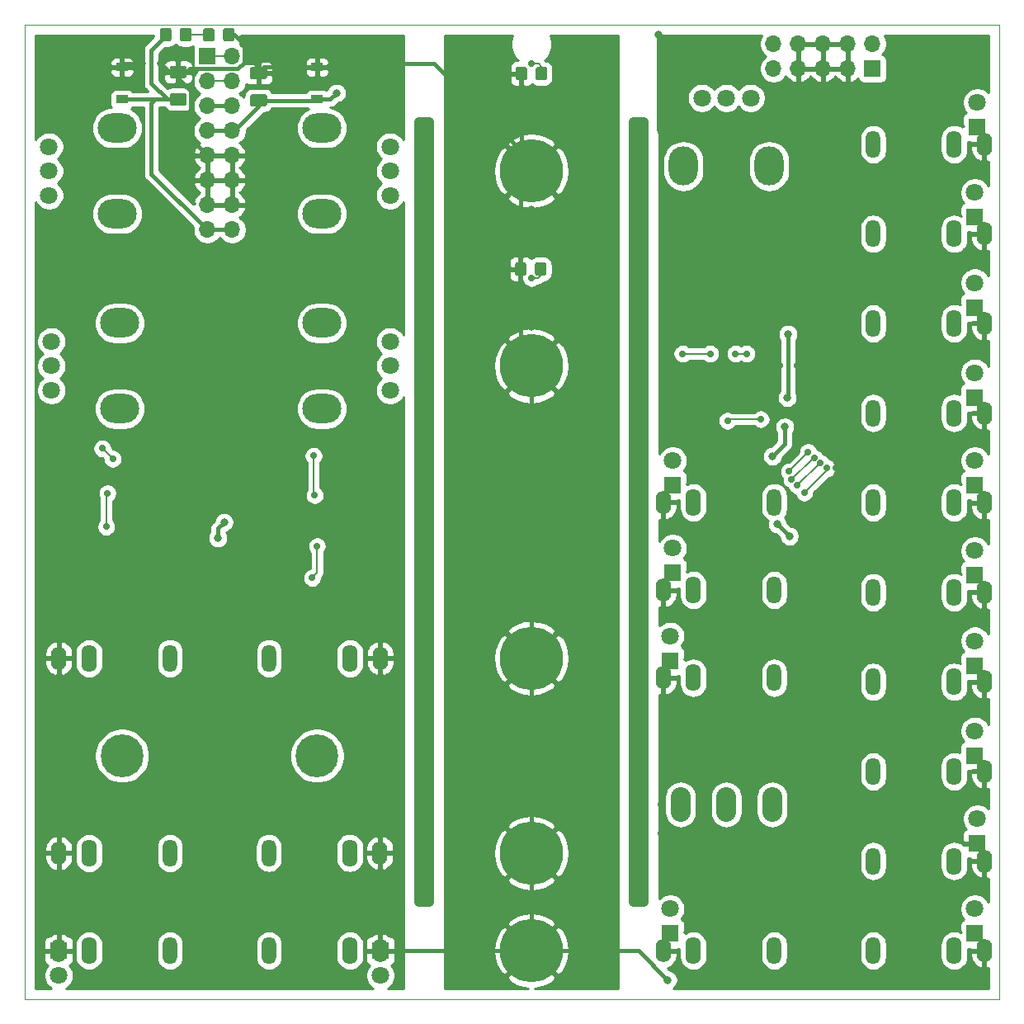
<source format=gbr>
%TF.GenerationSoftware,KiCad,Pcbnew,(5.1.5)-3*%
%TF.CreationDate,2020-05-19T22:28:50+02:00*%
%TF.ProjectId,KicadJE_Counts_PCB,4b696361-644a-4455-9f43-6f756e74735f,rev?*%
%TF.SameCoordinates,Original*%
%TF.FileFunction,Copper,L1,Top*%
%TF.FilePolarity,Positive*%
%FSLAX46Y46*%
G04 Gerber Fmt 4.6, Leading zero omitted, Abs format (unit mm)*
G04 Created by KiCad (PCBNEW (5.1.5)-3) date 2020-05-19 22:28:50*
%MOMM*%
%LPD*%
G04 APERTURE LIST*
%ADD10C,1.000000*%
%ADD11C,0.050000*%
%ADD12C,6.500000*%
%ADD13C,1.800000*%
%ADD14R,1.800000X1.800000*%
%ADD15O,1.500000X2.800000*%
%ADD16O,1.600000X2.400000*%
%ADD17O,1.600000X2.800000*%
%ADD18R,1.700000X1.700000*%
%ADD19O,1.700000X1.700000*%
%ADD20O,3.000000X4.000000*%
%ADD21O,4.000000X3.000000*%
%ADD22O,2.032000X3.556000*%
%ADD23C,0.150000*%
%ADD24R,1.200000X0.900000*%
%ADD25C,4.400000*%
%ADD26C,0.700000*%
%ADD27C,0.800000*%
%ADD28C,0.400000*%
%ADD29C,0.254000*%
G04 APERTURE END LIST*
D10*
X112500000Y-60000000D02*
X112500000Y-140000000D01*
X113500000Y-60000000D02*
X113500000Y-140000000D01*
X112500000Y-140000000D02*
X113500000Y-140000000D01*
X112500000Y-60000000D02*
X113500000Y-60000000D01*
X90500000Y-60000000D02*
X91500000Y-60000000D01*
X90500000Y-140000000D02*
X91500000Y-140000000D01*
X91500000Y-60000000D02*
X91500000Y-140000000D01*
X90500000Y-60000000D02*
X90500000Y-140000000D01*
D11*
X50000000Y-150000000D02*
X50000000Y-50000000D01*
X150000000Y-150000000D02*
X50000000Y-150000000D01*
X150000000Y-50000000D02*
X150000000Y-150000000D01*
X50000000Y-50000000D02*
X150000000Y-50000000D01*
D12*
X102000000Y-135000000D03*
X102000000Y-65000000D03*
X102000000Y-145000000D03*
X102000000Y-85000000D03*
X102000000Y-115000000D03*
D13*
X116500000Y-94710000D03*
D14*
X116500000Y-97250000D03*
X147500000Y-143250000D03*
D13*
X147500000Y-140710000D03*
D14*
X147750000Y-134000000D03*
D13*
X147750000Y-131460000D03*
X147500000Y-122460000D03*
D14*
X147500000Y-125000000D03*
D13*
X147500000Y-113210000D03*
D14*
X147500000Y-115750000D03*
D13*
X147500000Y-103960000D03*
D14*
X147500000Y-106500000D03*
D13*
X147500000Y-94710000D03*
D14*
X147500000Y-97250000D03*
X147500000Y-88250000D03*
D13*
X147500000Y-85710000D03*
D14*
X147500000Y-79000000D03*
D13*
X147500000Y-76460000D03*
X147500000Y-67210000D03*
D14*
X147500000Y-69750000D03*
X147750000Y-60500000D03*
D13*
X147750000Y-57960000D03*
X116500000Y-103710000D03*
D14*
X116500000Y-106250000D03*
X116250000Y-115250000D03*
D13*
X116250000Y-112710000D03*
D15*
X126920000Y-145000000D03*
D16*
X115520000Y-145000000D03*
D17*
X118620000Y-145000000D03*
X118620000Y-99000000D03*
D16*
X115520000Y-99000000D03*
D15*
X126920000Y-99000000D03*
X137080000Y-145000000D03*
D16*
X148480000Y-145000000D03*
D17*
X145380000Y-145000000D03*
X145380000Y-135805552D03*
D16*
X148480000Y-135805552D03*
D15*
X137080000Y-135805552D03*
X137080000Y-126611108D03*
D16*
X148480000Y-126611108D03*
D17*
X145380000Y-126611108D03*
X145380000Y-117416664D03*
D16*
X148480000Y-117416664D03*
D15*
X137080000Y-117416664D03*
X137080000Y-108222220D03*
D16*
X148480000Y-108222220D03*
D17*
X145380000Y-108222220D03*
X145380000Y-99027776D03*
D16*
X148480000Y-99027776D03*
D15*
X137080000Y-99027776D03*
D17*
X145380000Y-89833332D03*
D16*
X148480000Y-89833332D03*
D15*
X137080000Y-89833332D03*
X137080000Y-80638888D03*
D16*
X148480000Y-80638888D03*
D17*
X145380000Y-80638888D03*
D15*
X137080000Y-71444444D03*
D16*
X148480000Y-71444444D03*
D17*
X145380000Y-71444444D03*
X145380000Y-62250000D03*
D16*
X148480000Y-62250000D03*
D15*
X137080000Y-62250000D03*
X126920000Y-108000000D03*
D16*
X115520000Y-108000000D03*
D17*
X118620000Y-108000000D03*
D18*
X68750000Y-53250000D03*
D19*
X71290000Y-53250000D03*
X68750000Y-55790000D03*
X71290000Y-55790000D03*
X68750000Y-58330000D03*
X71290000Y-58330000D03*
X68750000Y-60870000D03*
X71290000Y-60870000D03*
X68750000Y-63410000D03*
X71290000Y-63410000D03*
X68750000Y-65950000D03*
X71290000Y-65950000D03*
X68750000Y-68490000D03*
X71290000Y-68490000D03*
X68750000Y-71030000D03*
X71290000Y-71030000D03*
D17*
X56620000Y-115000000D03*
D16*
X53520000Y-115000000D03*
D15*
X64920000Y-115000000D03*
X75080000Y-115000000D03*
D16*
X86480000Y-115000000D03*
D17*
X83380000Y-115000000D03*
X56620000Y-135000000D03*
D16*
X53520000Y-135000000D03*
D15*
X64920000Y-135000000D03*
X75055001Y-134974999D03*
D16*
X86455001Y-134974999D03*
D17*
X83355001Y-134974999D03*
X56620000Y-145000000D03*
D16*
X53520000Y-145000000D03*
D15*
X64920000Y-145000000D03*
D17*
X83380000Y-145000000D03*
D16*
X86480000Y-145000000D03*
D15*
X75080000Y-145000000D03*
D18*
X137000000Y-54500000D03*
D19*
X137000000Y-51960000D03*
X134460000Y-54500000D03*
X134460000Y-51960000D03*
X131920000Y-54500000D03*
X131920000Y-51960000D03*
X129380000Y-54500000D03*
X129380000Y-51960000D03*
X126840000Y-54500000D03*
X126840000Y-51960000D03*
D13*
X124500000Y-57500000D03*
X122000000Y-57500000D03*
X119500000Y-57500000D03*
D20*
X126400000Y-64500000D03*
X117600000Y-64500000D03*
D21*
X59500000Y-69400000D03*
X59500000Y-60600000D03*
D13*
X52500000Y-67500000D03*
X52500000Y-65000000D03*
X52500000Y-62500000D03*
X52750000Y-82500000D03*
X52750000Y-85000000D03*
X52750000Y-87500000D03*
D21*
X59750000Y-80600000D03*
X59750000Y-89400000D03*
X80500000Y-60600000D03*
X80500000Y-69400000D03*
D13*
X87500000Y-62500000D03*
X87500000Y-65000000D03*
X87500000Y-67500000D03*
X87500000Y-87500000D03*
X87500000Y-85000000D03*
X87500000Y-82500000D03*
D21*
X80500000Y-89400000D03*
X80500000Y-80600000D03*
D22*
X117300000Y-130000000D03*
X122000000Y-130000000D03*
X126700000Y-130000000D03*
D15*
X126920000Y-117000000D03*
D16*
X115520000Y-117000000D03*
D17*
X118620000Y-117000000D03*
D14*
X116250000Y-143250000D03*
D13*
X116250000Y-140710000D03*
%TA.AperFunction,SMDPad,CuDef*%
D23*
G36*
X74649504Y-54326204D02*
G01*
X74673773Y-54329804D01*
X74697571Y-54335765D01*
X74720671Y-54344030D01*
X74742849Y-54354520D01*
X74763893Y-54367133D01*
X74783598Y-54381747D01*
X74801777Y-54398223D01*
X74818253Y-54416402D01*
X74832867Y-54436107D01*
X74845480Y-54457151D01*
X74855970Y-54479329D01*
X74864235Y-54502429D01*
X74870196Y-54526227D01*
X74873796Y-54550496D01*
X74875000Y-54575000D01*
X74875000Y-55325000D01*
X74873796Y-55349504D01*
X74870196Y-55373773D01*
X74864235Y-55397571D01*
X74855970Y-55420671D01*
X74845480Y-55442849D01*
X74832867Y-55463893D01*
X74818253Y-55483598D01*
X74801777Y-55501777D01*
X74783598Y-55518253D01*
X74763893Y-55532867D01*
X74742849Y-55545480D01*
X74720671Y-55555970D01*
X74697571Y-55564235D01*
X74673773Y-55570196D01*
X74649504Y-55573796D01*
X74625000Y-55575000D01*
X73375000Y-55575000D01*
X73350496Y-55573796D01*
X73326227Y-55570196D01*
X73302429Y-55564235D01*
X73279329Y-55555970D01*
X73257151Y-55545480D01*
X73236107Y-55532867D01*
X73216402Y-55518253D01*
X73198223Y-55501777D01*
X73181747Y-55483598D01*
X73167133Y-55463893D01*
X73154520Y-55442849D01*
X73144030Y-55420671D01*
X73135765Y-55397571D01*
X73129804Y-55373773D01*
X73126204Y-55349504D01*
X73125000Y-55325000D01*
X73125000Y-54575000D01*
X73126204Y-54550496D01*
X73129804Y-54526227D01*
X73135765Y-54502429D01*
X73144030Y-54479329D01*
X73154520Y-54457151D01*
X73167133Y-54436107D01*
X73181747Y-54416402D01*
X73198223Y-54398223D01*
X73216402Y-54381747D01*
X73236107Y-54367133D01*
X73257151Y-54354520D01*
X73279329Y-54344030D01*
X73302429Y-54335765D01*
X73326227Y-54329804D01*
X73350496Y-54326204D01*
X73375000Y-54325000D01*
X74625000Y-54325000D01*
X74649504Y-54326204D01*
G37*
%TD.AperFunction*%
%TA.AperFunction,SMDPad,CuDef*%
G36*
X74649504Y-57126204D02*
G01*
X74673773Y-57129804D01*
X74697571Y-57135765D01*
X74720671Y-57144030D01*
X74742849Y-57154520D01*
X74763893Y-57167133D01*
X74783598Y-57181747D01*
X74801777Y-57198223D01*
X74818253Y-57216402D01*
X74832867Y-57236107D01*
X74845480Y-57257151D01*
X74855970Y-57279329D01*
X74864235Y-57302429D01*
X74870196Y-57326227D01*
X74873796Y-57350496D01*
X74875000Y-57375000D01*
X74875000Y-58125000D01*
X74873796Y-58149504D01*
X74870196Y-58173773D01*
X74864235Y-58197571D01*
X74855970Y-58220671D01*
X74845480Y-58242849D01*
X74832867Y-58263893D01*
X74818253Y-58283598D01*
X74801777Y-58301777D01*
X74783598Y-58318253D01*
X74763893Y-58332867D01*
X74742849Y-58345480D01*
X74720671Y-58355970D01*
X74697571Y-58364235D01*
X74673773Y-58370196D01*
X74649504Y-58373796D01*
X74625000Y-58375000D01*
X73375000Y-58375000D01*
X73350496Y-58373796D01*
X73326227Y-58370196D01*
X73302429Y-58364235D01*
X73279329Y-58355970D01*
X73257151Y-58345480D01*
X73236107Y-58332867D01*
X73216402Y-58318253D01*
X73198223Y-58301777D01*
X73181747Y-58283598D01*
X73167133Y-58263893D01*
X73154520Y-58242849D01*
X73144030Y-58220671D01*
X73135765Y-58197571D01*
X73129804Y-58173773D01*
X73126204Y-58149504D01*
X73125000Y-58125000D01*
X73125000Y-57375000D01*
X73126204Y-57350496D01*
X73129804Y-57326227D01*
X73135765Y-57302429D01*
X73144030Y-57279329D01*
X73154520Y-57257151D01*
X73167133Y-57236107D01*
X73181747Y-57216402D01*
X73198223Y-57198223D01*
X73216402Y-57181747D01*
X73236107Y-57167133D01*
X73257151Y-57154520D01*
X73279329Y-57144030D01*
X73302429Y-57135765D01*
X73326227Y-57129804D01*
X73350496Y-57126204D01*
X73375000Y-57125000D01*
X74625000Y-57125000D01*
X74649504Y-57126204D01*
G37*
%TD.AperFunction*%
%TA.AperFunction,SMDPad,CuDef*%
G36*
X66399504Y-54226204D02*
G01*
X66423773Y-54229804D01*
X66447571Y-54235765D01*
X66470671Y-54244030D01*
X66492849Y-54254520D01*
X66513893Y-54267133D01*
X66533598Y-54281747D01*
X66551777Y-54298223D01*
X66568253Y-54316402D01*
X66582867Y-54336107D01*
X66595480Y-54357151D01*
X66605970Y-54379329D01*
X66614235Y-54402429D01*
X66620196Y-54426227D01*
X66623796Y-54450496D01*
X66625000Y-54475000D01*
X66625000Y-55225000D01*
X66623796Y-55249504D01*
X66620196Y-55273773D01*
X66614235Y-55297571D01*
X66605970Y-55320671D01*
X66595480Y-55342849D01*
X66582867Y-55363893D01*
X66568253Y-55383598D01*
X66551777Y-55401777D01*
X66533598Y-55418253D01*
X66513893Y-55432867D01*
X66492849Y-55445480D01*
X66470671Y-55455970D01*
X66447571Y-55464235D01*
X66423773Y-55470196D01*
X66399504Y-55473796D01*
X66375000Y-55475000D01*
X65125000Y-55475000D01*
X65100496Y-55473796D01*
X65076227Y-55470196D01*
X65052429Y-55464235D01*
X65029329Y-55455970D01*
X65007151Y-55445480D01*
X64986107Y-55432867D01*
X64966402Y-55418253D01*
X64948223Y-55401777D01*
X64931747Y-55383598D01*
X64917133Y-55363893D01*
X64904520Y-55342849D01*
X64894030Y-55320671D01*
X64885765Y-55297571D01*
X64879804Y-55273773D01*
X64876204Y-55249504D01*
X64875000Y-55225000D01*
X64875000Y-54475000D01*
X64876204Y-54450496D01*
X64879804Y-54426227D01*
X64885765Y-54402429D01*
X64894030Y-54379329D01*
X64904520Y-54357151D01*
X64917133Y-54336107D01*
X64931747Y-54316402D01*
X64948223Y-54298223D01*
X64966402Y-54281747D01*
X64986107Y-54267133D01*
X65007151Y-54254520D01*
X65029329Y-54244030D01*
X65052429Y-54235765D01*
X65076227Y-54229804D01*
X65100496Y-54226204D01*
X65125000Y-54225000D01*
X66375000Y-54225000D01*
X66399504Y-54226204D01*
G37*
%TD.AperFunction*%
%TA.AperFunction,SMDPad,CuDef*%
G36*
X66399504Y-57026204D02*
G01*
X66423773Y-57029804D01*
X66447571Y-57035765D01*
X66470671Y-57044030D01*
X66492849Y-57054520D01*
X66513893Y-57067133D01*
X66533598Y-57081747D01*
X66551777Y-57098223D01*
X66568253Y-57116402D01*
X66582867Y-57136107D01*
X66595480Y-57157151D01*
X66605970Y-57179329D01*
X66614235Y-57202429D01*
X66620196Y-57226227D01*
X66623796Y-57250496D01*
X66625000Y-57275000D01*
X66625000Y-58025000D01*
X66623796Y-58049504D01*
X66620196Y-58073773D01*
X66614235Y-58097571D01*
X66605970Y-58120671D01*
X66595480Y-58142849D01*
X66582867Y-58163893D01*
X66568253Y-58183598D01*
X66551777Y-58201777D01*
X66533598Y-58218253D01*
X66513893Y-58232867D01*
X66492849Y-58245480D01*
X66470671Y-58255970D01*
X66447571Y-58264235D01*
X66423773Y-58270196D01*
X66399504Y-58273796D01*
X66375000Y-58275000D01*
X65125000Y-58275000D01*
X65100496Y-58273796D01*
X65076227Y-58270196D01*
X65052429Y-58264235D01*
X65029329Y-58255970D01*
X65007151Y-58245480D01*
X64986107Y-58232867D01*
X64966402Y-58218253D01*
X64948223Y-58201777D01*
X64931747Y-58183598D01*
X64917133Y-58163893D01*
X64904520Y-58142849D01*
X64894030Y-58120671D01*
X64885765Y-58097571D01*
X64879804Y-58073773D01*
X64876204Y-58049504D01*
X64875000Y-58025000D01*
X64875000Y-57275000D01*
X64876204Y-57250496D01*
X64879804Y-57226227D01*
X64885765Y-57202429D01*
X64894030Y-57179329D01*
X64904520Y-57157151D01*
X64917133Y-57136107D01*
X64931747Y-57116402D01*
X64948223Y-57098223D01*
X64966402Y-57081747D01*
X64986107Y-57067133D01*
X65007151Y-57054520D01*
X65029329Y-57044030D01*
X65052429Y-57035765D01*
X65076227Y-57029804D01*
X65100496Y-57026204D01*
X65125000Y-57025000D01*
X66375000Y-57025000D01*
X66399504Y-57026204D01*
G37*
%TD.AperFunction*%
D24*
X80000000Y-57650000D03*
X80000000Y-54350000D03*
X60000000Y-57650000D03*
X60000000Y-54350000D03*
D13*
X86500000Y-147540000D03*
D14*
X86500000Y-145000000D03*
X53500000Y-145000000D03*
D13*
X53500000Y-147540000D03*
D25*
X60000000Y-125000000D03*
D26*
X61650000Y-125000000D03*
X61166726Y-123833274D03*
X60000000Y-123350000D03*
X58833274Y-123833274D03*
X58350000Y-125000000D03*
X58833274Y-126166726D03*
X60000000Y-126650000D03*
X61166726Y-126166726D03*
X81166726Y-126166726D03*
X80000000Y-126650000D03*
X78833274Y-126166726D03*
X78350000Y-125000000D03*
X78833274Y-123833274D03*
X80000000Y-123350000D03*
X81166726Y-123833274D03*
X81650000Y-125000000D03*
D25*
X80000000Y-125000000D03*
%TA.AperFunction,SMDPad,CuDef*%
D23*
G36*
X71294506Y-50321205D02*
G01*
X71318774Y-50324805D01*
X71342573Y-50330766D01*
X71365672Y-50339031D01*
X71387851Y-50349521D01*
X71408894Y-50362133D01*
X71428600Y-50376748D01*
X71446778Y-50393224D01*
X71463254Y-50411402D01*
X71477869Y-50431108D01*
X71490481Y-50452151D01*
X71500971Y-50474330D01*
X71509236Y-50497429D01*
X71515197Y-50521228D01*
X71518797Y-50545496D01*
X71520001Y-50570000D01*
X71520001Y-51470002D01*
X71518797Y-51494506D01*
X71515197Y-51518774D01*
X71509236Y-51542573D01*
X71500971Y-51565672D01*
X71490481Y-51587851D01*
X71477869Y-51608894D01*
X71463254Y-51628600D01*
X71446778Y-51646778D01*
X71428600Y-51663254D01*
X71408894Y-51677869D01*
X71387851Y-51690481D01*
X71365672Y-51700971D01*
X71342573Y-51709236D01*
X71318774Y-51715197D01*
X71294506Y-51718797D01*
X71270002Y-51720001D01*
X70620000Y-51720001D01*
X70595496Y-51718797D01*
X70571228Y-51715197D01*
X70547429Y-51709236D01*
X70524330Y-51700971D01*
X70502151Y-51690481D01*
X70481108Y-51677869D01*
X70461402Y-51663254D01*
X70443224Y-51646778D01*
X70426748Y-51628600D01*
X70412133Y-51608894D01*
X70399521Y-51587851D01*
X70389031Y-51565672D01*
X70380766Y-51542573D01*
X70374805Y-51518774D01*
X70371205Y-51494506D01*
X70370001Y-51470002D01*
X70370001Y-50570000D01*
X70371205Y-50545496D01*
X70374805Y-50521228D01*
X70380766Y-50497429D01*
X70389031Y-50474330D01*
X70399521Y-50452151D01*
X70412133Y-50431108D01*
X70426748Y-50411402D01*
X70443224Y-50393224D01*
X70461402Y-50376748D01*
X70481108Y-50362133D01*
X70502151Y-50349521D01*
X70524330Y-50339031D01*
X70547429Y-50330766D01*
X70571228Y-50324805D01*
X70595496Y-50321205D01*
X70620000Y-50320001D01*
X71270002Y-50320001D01*
X71294506Y-50321205D01*
G37*
%TD.AperFunction*%
%TA.AperFunction,SMDPad,CuDef*%
G36*
X69244506Y-50321205D02*
G01*
X69268774Y-50324805D01*
X69292573Y-50330766D01*
X69315672Y-50339031D01*
X69337851Y-50349521D01*
X69358894Y-50362133D01*
X69378600Y-50376748D01*
X69396778Y-50393224D01*
X69413254Y-50411402D01*
X69427869Y-50431108D01*
X69440481Y-50452151D01*
X69450971Y-50474330D01*
X69459236Y-50497429D01*
X69465197Y-50521228D01*
X69468797Y-50545496D01*
X69470001Y-50570000D01*
X69470001Y-51470002D01*
X69468797Y-51494506D01*
X69465197Y-51518774D01*
X69459236Y-51542573D01*
X69450971Y-51565672D01*
X69440481Y-51587851D01*
X69427869Y-51608894D01*
X69413254Y-51628600D01*
X69396778Y-51646778D01*
X69378600Y-51663254D01*
X69358894Y-51677869D01*
X69337851Y-51690481D01*
X69315672Y-51700971D01*
X69292573Y-51709236D01*
X69268774Y-51715197D01*
X69244506Y-51718797D01*
X69220002Y-51720001D01*
X68570000Y-51720001D01*
X68545496Y-51718797D01*
X68521228Y-51715197D01*
X68497429Y-51709236D01*
X68474330Y-51700971D01*
X68452151Y-51690481D01*
X68431108Y-51677869D01*
X68411402Y-51663254D01*
X68393224Y-51646778D01*
X68376748Y-51628600D01*
X68362133Y-51608894D01*
X68349521Y-51587851D01*
X68339031Y-51565672D01*
X68330766Y-51542573D01*
X68324805Y-51518774D01*
X68321205Y-51494506D01*
X68320001Y-51470002D01*
X68320001Y-50570000D01*
X68321205Y-50545496D01*
X68324805Y-50521228D01*
X68330766Y-50497429D01*
X68339031Y-50474330D01*
X68349521Y-50452151D01*
X68362133Y-50431108D01*
X68376748Y-50411402D01*
X68393224Y-50393224D01*
X68411402Y-50376748D01*
X68431108Y-50362133D01*
X68452151Y-50349521D01*
X68474330Y-50339031D01*
X68497429Y-50330766D01*
X68521228Y-50324805D01*
X68545496Y-50321205D01*
X68570000Y-50320001D01*
X69220002Y-50320001D01*
X69244506Y-50321205D01*
G37*
%TD.AperFunction*%
%TA.AperFunction,SMDPad,CuDef*%
G36*
X64824505Y-50301204D02*
G01*
X64848773Y-50304804D01*
X64872572Y-50310765D01*
X64895671Y-50319030D01*
X64917850Y-50329520D01*
X64938893Y-50342132D01*
X64958599Y-50356747D01*
X64976777Y-50373223D01*
X64993253Y-50391401D01*
X65007868Y-50411107D01*
X65020480Y-50432150D01*
X65030970Y-50454329D01*
X65039235Y-50477428D01*
X65045196Y-50501227D01*
X65048796Y-50525495D01*
X65050000Y-50549999D01*
X65050000Y-51450001D01*
X65048796Y-51474505D01*
X65045196Y-51498773D01*
X65039235Y-51522572D01*
X65030970Y-51545671D01*
X65020480Y-51567850D01*
X65007868Y-51588893D01*
X64993253Y-51608599D01*
X64976777Y-51626777D01*
X64958599Y-51643253D01*
X64938893Y-51657868D01*
X64917850Y-51670480D01*
X64895671Y-51680970D01*
X64872572Y-51689235D01*
X64848773Y-51695196D01*
X64824505Y-51698796D01*
X64800001Y-51700000D01*
X64149999Y-51700000D01*
X64125495Y-51698796D01*
X64101227Y-51695196D01*
X64077428Y-51689235D01*
X64054329Y-51680970D01*
X64032150Y-51670480D01*
X64011107Y-51657868D01*
X63991401Y-51643253D01*
X63973223Y-51626777D01*
X63956747Y-51608599D01*
X63942132Y-51588893D01*
X63929520Y-51567850D01*
X63919030Y-51545671D01*
X63910765Y-51522572D01*
X63904804Y-51498773D01*
X63901204Y-51474505D01*
X63900000Y-51450001D01*
X63900000Y-50549999D01*
X63901204Y-50525495D01*
X63904804Y-50501227D01*
X63910765Y-50477428D01*
X63919030Y-50454329D01*
X63929520Y-50432150D01*
X63942132Y-50411107D01*
X63956747Y-50391401D01*
X63973223Y-50373223D01*
X63991401Y-50356747D01*
X64011107Y-50342132D01*
X64032150Y-50329520D01*
X64054329Y-50319030D01*
X64077428Y-50310765D01*
X64101227Y-50304804D01*
X64125495Y-50301204D01*
X64149999Y-50300000D01*
X64800001Y-50300000D01*
X64824505Y-50301204D01*
G37*
%TD.AperFunction*%
%TA.AperFunction,SMDPad,CuDef*%
G36*
X66874505Y-50301204D02*
G01*
X66898773Y-50304804D01*
X66922572Y-50310765D01*
X66945671Y-50319030D01*
X66967850Y-50329520D01*
X66988893Y-50342132D01*
X67008599Y-50356747D01*
X67026777Y-50373223D01*
X67043253Y-50391401D01*
X67057868Y-50411107D01*
X67070480Y-50432150D01*
X67080970Y-50454329D01*
X67089235Y-50477428D01*
X67095196Y-50501227D01*
X67098796Y-50525495D01*
X67100000Y-50549999D01*
X67100000Y-51450001D01*
X67098796Y-51474505D01*
X67095196Y-51498773D01*
X67089235Y-51522572D01*
X67080970Y-51545671D01*
X67070480Y-51567850D01*
X67057868Y-51588893D01*
X67043253Y-51608599D01*
X67026777Y-51626777D01*
X67008599Y-51643253D01*
X66988893Y-51657868D01*
X66967850Y-51670480D01*
X66945671Y-51680970D01*
X66922572Y-51689235D01*
X66898773Y-51695196D01*
X66874505Y-51698796D01*
X66850001Y-51700000D01*
X66199999Y-51700000D01*
X66175495Y-51698796D01*
X66151227Y-51695196D01*
X66127428Y-51689235D01*
X66104329Y-51680970D01*
X66082150Y-51670480D01*
X66061107Y-51657868D01*
X66041401Y-51643253D01*
X66023223Y-51626777D01*
X66006747Y-51608599D01*
X65992132Y-51588893D01*
X65979520Y-51567850D01*
X65969030Y-51545671D01*
X65960765Y-51522572D01*
X65954804Y-51498773D01*
X65951204Y-51474505D01*
X65950000Y-51450001D01*
X65950000Y-50549999D01*
X65951204Y-50525495D01*
X65954804Y-50501227D01*
X65960765Y-50477428D01*
X65969030Y-50454329D01*
X65979520Y-50432150D01*
X65992132Y-50411107D01*
X66006747Y-50391401D01*
X66023223Y-50373223D01*
X66041401Y-50356747D01*
X66061107Y-50342132D01*
X66082150Y-50329520D01*
X66104329Y-50319030D01*
X66127428Y-50310765D01*
X66151227Y-50304804D01*
X66175495Y-50301204D01*
X66199999Y-50300000D01*
X66850001Y-50300000D01*
X66874505Y-50301204D01*
G37*
%TD.AperFunction*%
%TA.AperFunction,SMDPad,CuDef*%
G36*
X103374505Y-54301204D02*
G01*
X103398773Y-54304804D01*
X103422572Y-54310765D01*
X103445671Y-54319030D01*
X103467850Y-54329520D01*
X103488893Y-54342132D01*
X103508599Y-54356747D01*
X103526777Y-54373223D01*
X103543253Y-54391401D01*
X103557868Y-54411107D01*
X103570480Y-54432150D01*
X103580970Y-54454329D01*
X103589235Y-54477428D01*
X103595196Y-54501227D01*
X103598796Y-54525495D01*
X103600000Y-54549999D01*
X103600000Y-55450001D01*
X103598796Y-55474505D01*
X103595196Y-55498773D01*
X103589235Y-55522572D01*
X103580970Y-55545671D01*
X103570480Y-55567850D01*
X103557868Y-55588893D01*
X103543253Y-55608599D01*
X103526777Y-55626777D01*
X103508599Y-55643253D01*
X103488893Y-55657868D01*
X103467850Y-55670480D01*
X103445671Y-55680970D01*
X103422572Y-55689235D01*
X103398773Y-55695196D01*
X103374505Y-55698796D01*
X103350001Y-55700000D01*
X102699999Y-55700000D01*
X102675495Y-55698796D01*
X102651227Y-55695196D01*
X102627428Y-55689235D01*
X102604329Y-55680970D01*
X102582150Y-55670480D01*
X102561107Y-55657868D01*
X102541401Y-55643253D01*
X102523223Y-55626777D01*
X102506747Y-55608599D01*
X102492132Y-55588893D01*
X102479520Y-55567850D01*
X102469030Y-55545671D01*
X102460765Y-55522572D01*
X102454804Y-55498773D01*
X102451204Y-55474505D01*
X102450000Y-55450001D01*
X102450000Y-54549999D01*
X102451204Y-54525495D01*
X102454804Y-54501227D01*
X102460765Y-54477428D01*
X102469030Y-54454329D01*
X102479520Y-54432150D01*
X102492132Y-54411107D01*
X102506747Y-54391401D01*
X102523223Y-54373223D01*
X102541401Y-54356747D01*
X102561107Y-54342132D01*
X102582150Y-54329520D01*
X102604329Y-54319030D01*
X102627428Y-54310765D01*
X102651227Y-54304804D01*
X102675495Y-54301204D01*
X102699999Y-54300000D01*
X103350001Y-54300000D01*
X103374505Y-54301204D01*
G37*
%TD.AperFunction*%
%TA.AperFunction,SMDPad,CuDef*%
G36*
X101324505Y-54301204D02*
G01*
X101348773Y-54304804D01*
X101372572Y-54310765D01*
X101395671Y-54319030D01*
X101417850Y-54329520D01*
X101438893Y-54342132D01*
X101458599Y-54356747D01*
X101476777Y-54373223D01*
X101493253Y-54391401D01*
X101507868Y-54411107D01*
X101520480Y-54432150D01*
X101530970Y-54454329D01*
X101539235Y-54477428D01*
X101545196Y-54501227D01*
X101548796Y-54525495D01*
X101550000Y-54549999D01*
X101550000Y-55450001D01*
X101548796Y-55474505D01*
X101545196Y-55498773D01*
X101539235Y-55522572D01*
X101530970Y-55545671D01*
X101520480Y-55567850D01*
X101507868Y-55588893D01*
X101493253Y-55608599D01*
X101476777Y-55626777D01*
X101458599Y-55643253D01*
X101438893Y-55657868D01*
X101417850Y-55670480D01*
X101395671Y-55680970D01*
X101372572Y-55689235D01*
X101348773Y-55695196D01*
X101324505Y-55698796D01*
X101300001Y-55700000D01*
X100649999Y-55700000D01*
X100625495Y-55698796D01*
X100601227Y-55695196D01*
X100577428Y-55689235D01*
X100554329Y-55680970D01*
X100532150Y-55670480D01*
X100511107Y-55657868D01*
X100491401Y-55643253D01*
X100473223Y-55626777D01*
X100456747Y-55608599D01*
X100442132Y-55588893D01*
X100429520Y-55567850D01*
X100419030Y-55545671D01*
X100410765Y-55522572D01*
X100404804Y-55498773D01*
X100401204Y-55474505D01*
X100400000Y-55450001D01*
X100400000Y-54549999D01*
X100401204Y-54525495D01*
X100404804Y-54501227D01*
X100410765Y-54477428D01*
X100419030Y-54454329D01*
X100429520Y-54432150D01*
X100442132Y-54411107D01*
X100456747Y-54391401D01*
X100473223Y-54373223D01*
X100491401Y-54356747D01*
X100511107Y-54342132D01*
X100532150Y-54329520D01*
X100554329Y-54319030D01*
X100577428Y-54310765D01*
X100601227Y-54304804D01*
X100625495Y-54301204D01*
X100649999Y-54300000D01*
X101300001Y-54300000D01*
X101324505Y-54301204D01*
G37*
%TD.AperFunction*%
%TA.AperFunction,SMDPad,CuDef*%
G36*
X101244506Y-74361205D02*
G01*
X101268774Y-74364805D01*
X101292573Y-74370766D01*
X101315672Y-74379031D01*
X101337851Y-74389521D01*
X101358894Y-74402133D01*
X101378600Y-74416748D01*
X101396778Y-74433224D01*
X101413254Y-74451402D01*
X101427869Y-74471108D01*
X101440481Y-74492151D01*
X101450971Y-74514330D01*
X101459236Y-74537429D01*
X101465197Y-74561228D01*
X101468797Y-74585496D01*
X101470001Y-74610000D01*
X101470001Y-75510002D01*
X101468797Y-75534506D01*
X101465197Y-75558774D01*
X101459236Y-75582573D01*
X101450971Y-75605672D01*
X101440481Y-75627851D01*
X101427869Y-75648894D01*
X101413254Y-75668600D01*
X101396778Y-75686778D01*
X101378600Y-75703254D01*
X101358894Y-75717869D01*
X101337851Y-75730481D01*
X101315672Y-75740971D01*
X101292573Y-75749236D01*
X101268774Y-75755197D01*
X101244506Y-75758797D01*
X101220002Y-75760001D01*
X100570000Y-75760001D01*
X100545496Y-75758797D01*
X100521228Y-75755197D01*
X100497429Y-75749236D01*
X100474330Y-75740971D01*
X100452151Y-75730481D01*
X100431108Y-75717869D01*
X100411402Y-75703254D01*
X100393224Y-75686778D01*
X100376748Y-75668600D01*
X100362133Y-75648894D01*
X100349521Y-75627851D01*
X100339031Y-75605672D01*
X100330766Y-75582573D01*
X100324805Y-75558774D01*
X100321205Y-75534506D01*
X100320001Y-75510002D01*
X100320001Y-74610000D01*
X100321205Y-74585496D01*
X100324805Y-74561228D01*
X100330766Y-74537429D01*
X100339031Y-74514330D01*
X100349521Y-74492151D01*
X100362133Y-74471108D01*
X100376748Y-74451402D01*
X100393224Y-74433224D01*
X100411402Y-74416748D01*
X100431108Y-74402133D01*
X100452151Y-74389521D01*
X100474330Y-74379031D01*
X100497429Y-74370766D01*
X100521228Y-74364805D01*
X100545496Y-74361205D01*
X100570000Y-74360001D01*
X101220002Y-74360001D01*
X101244506Y-74361205D01*
G37*
%TD.AperFunction*%
%TA.AperFunction,SMDPad,CuDef*%
G36*
X103294506Y-74361205D02*
G01*
X103318774Y-74364805D01*
X103342573Y-74370766D01*
X103365672Y-74379031D01*
X103387851Y-74389521D01*
X103408894Y-74402133D01*
X103428600Y-74416748D01*
X103446778Y-74433224D01*
X103463254Y-74451402D01*
X103477869Y-74471108D01*
X103490481Y-74492151D01*
X103500971Y-74514330D01*
X103509236Y-74537429D01*
X103515197Y-74561228D01*
X103518797Y-74585496D01*
X103520001Y-74610000D01*
X103520001Y-75510002D01*
X103518797Y-75534506D01*
X103515197Y-75558774D01*
X103509236Y-75582573D01*
X103500971Y-75605672D01*
X103490481Y-75627851D01*
X103477869Y-75648894D01*
X103463254Y-75668600D01*
X103446778Y-75686778D01*
X103428600Y-75703254D01*
X103408894Y-75717869D01*
X103387851Y-75730481D01*
X103365672Y-75740971D01*
X103342573Y-75749236D01*
X103318774Y-75755197D01*
X103294506Y-75758797D01*
X103270002Y-75760001D01*
X102620000Y-75760001D01*
X102595496Y-75758797D01*
X102571228Y-75755197D01*
X102547429Y-75749236D01*
X102524330Y-75740971D01*
X102502151Y-75730481D01*
X102481108Y-75717869D01*
X102461402Y-75703254D01*
X102443224Y-75686778D01*
X102426748Y-75668600D01*
X102412133Y-75648894D01*
X102399521Y-75627851D01*
X102389031Y-75605672D01*
X102380766Y-75582573D01*
X102374805Y-75558774D01*
X102371205Y-75534506D01*
X102370001Y-75510002D01*
X102370001Y-74610000D01*
X102371205Y-74585496D01*
X102374805Y-74561228D01*
X102380766Y-74537429D01*
X102389031Y-74514330D01*
X102399521Y-74492151D01*
X102412133Y-74471108D01*
X102426748Y-74451402D01*
X102443224Y-74433224D01*
X102461402Y-74416748D01*
X102481108Y-74402133D01*
X102502151Y-74389521D01*
X102524330Y-74379031D01*
X102547429Y-74370766D01*
X102571228Y-74364805D01*
X102595496Y-74361205D01*
X102620000Y-74360001D01*
X103270002Y-74360001D01*
X103294506Y-74361205D01*
G37*
%TD.AperFunction*%
D27*
X64000000Y-54000000D03*
X62000000Y-54000000D03*
X116000000Y-148000000D03*
X102000000Y-81000000D03*
X102000000Y-69000000D03*
D26*
X73000000Y-97000000D03*
X64000000Y-97000000D03*
X84000000Y-97000000D03*
X78000000Y-97000000D03*
X64250000Y-60750000D03*
X63000000Y-69500000D03*
X65000000Y-69500000D03*
D27*
X66000000Y-73000000D03*
X71000000Y-73000000D03*
X66000000Y-85250000D03*
X71000000Y-85250000D03*
X69000000Y-85250000D03*
X59500000Y-100500000D03*
X51500000Y-106000000D03*
D26*
X57000000Y-90750000D03*
X54000000Y-94750000D03*
D27*
X68500000Y-101750000D03*
X75250000Y-104750000D03*
X88000000Y-105000000D03*
X76000000Y-86250000D03*
X60000000Y-129750000D03*
X80000000Y-129750000D03*
X70000000Y-117500000D03*
X56500000Y-117500000D03*
X83500000Y-117500000D03*
X88000000Y-110000000D03*
X51500000Y-110000000D03*
X60000000Y-131250000D03*
X80000000Y-131250000D03*
X53520000Y-127000000D03*
X56500000Y-127000000D03*
X86500000Y-127250000D03*
X83250000Y-127250000D03*
D26*
X129250000Y-92500000D03*
X125750000Y-95500000D03*
X130000000Y-99250000D03*
X133250000Y-95500000D03*
X129750000Y-88250000D03*
X125500000Y-93000000D03*
X122000000Y-80500000D03*
X122000000Y-87000000D03*
X117250000Y-80500000D03*
X128750000Y-80500000D03*
X130000000Y-75750000D03*
X120250000Y-77000000D03*
X115750000Y-66500000D03*
X134750000Y-65000000D03*
X134750000Y-59000000D03*
X134000000Y-97250000D03*
X133250000Y-100250000D03*
X130000000Y-106250000D03*
X132750000Y-110250000D03*
X136250000Y-110250000D03*
X128000000Y-110000000D03*
X136000000Y-124500000D03*
X136000000Y-115000000D03*
X136000000Y-133250000D03*
X136000000Y-142500000D03*
X115250000Y-133000000D03*
X115250000Y-130000000D03*
X118250000Y-125000000D03*
X122000000Y-117000000D03*
X123750000Y-117000000D03*
X128750000Y-60000000D03*
X128750000Y-58000000D03*
X132000000Y-60000000D03*
D27*
X115000000Y-51000000D03*
D26*
X115250000Y-61000000D03*
X127500000Y-85000000D03*
X129250000Y-85000000D03*
D27*
X128349798Y-81724978D03*
X128250000Y-88250000D03*
X128000000Y-91250000D03*
X126736033Y-94263965D03*
X127250000Y-101250000D03*
X128477298Y-102477298D03*
X82000000Y-57000008D03*
X69837186Y-102662814D03*
X70468558Y-101031442D03*
D26*
X130000000Y-98000000D03*
X132323245Y-95501628D03*
X129275628Y-97277374D03*
X131673717Y-94953328D03*
X128694700Y-96656870D03*
X130999229Y-94436041D03*
X130399932Y-93833245D03*
X128431738Y-95818262D03*
X125531587Y-90468413D03*
X122119843Y-90630147D03*
X124075000Y-83750000D03*
X122925000Y-83750000D03*
X120350010Y-83750000D03*
X117500000Y-83750000D03*
X79764087Y-98264087D03*
X79649990Y-94215469D03*
X59030331Y-94530331D03*
X57969669Y-93469669D03*
X58375000Y-101500000D03*
X58500000Y-98070001D03*
X102000000Y-54000000D03*
X102000000Y-75999974D03*
X80000000Y-103500000D03*
X79500000Y-106750000D03*
D28*
X71290000Y-68490000D02*
X68750000Y-68490000D01*
X71290000Y-63410000D02*
X68750000Y-63410000D01*
X71290000Y-65950000D02*
X68750000Y-65950000D01*
X68750000Y-68490000D02*
X68750000Y-63410000D01*
X66625000Y-54850000D02*
X65750000Y-54850000D01*
X66974999Y-54500001D02*
X66625000Y-54850000D01*
X71890001Y-54500001D02*
X66974999Y-54500001D01*
X72540001Y-53850001D02*
X71890001Y-54500001D01*
X72540001Y-52040001D02*
X72540001Y-53850001D01*
X71520001Y-51020001D02*
X72540001Y-52040001D01*
X70945001Y-51020001D02*
X71520001Y-51020001D01*
X74000000Y-54325000D02*
X74000000Y-54950000D01*
X73525001Y-53850001D02*
X74000000Y-54325000D01*
X72540001Y-53850001D02*
X73525001Y-53850001D01*
X74600000Y-54350000D02*
X74000000Y-54950000D01*
X80000000Y-54350000D02*
X74600000Y-54350000D01*
X67900001Y-62560001D02*
X68750000Y-63410000D01*
X67025010Y-56750010D02*
X67025010Y-61685010D01*
X67025010Y-61685010D02*
X67900001Y-62560001D01*
X65750000Y-55475000D02*
X67025010Y-56750010D01*
X65750000Y-54850000D02*
X65750000Y-55475000D01*
X65750000Y-54850000D02*
X64850000Y-54850000D01*
X64850000Y-54850000D02*
X64000000Y-54000000D01*
X60350000Y-54000000D02*
X60000000Y-54350000D01*
X62000000Y-54000000D02*
X60350000Y-54000000D01*
X100975000Y-63975000D02*
X102000000Y-65000000D01*
X100975000Y-55000000D02*
X100975000Y-63975000D01*
X100895001Y-83895001D02*
X102000000Y-85000000D01*
X100895001Y-75060001D02*
X100895001Y-83895001D01*
X100895001Y-66104999D02*
X102000000Y-65000000D01*
X100895001Y-75060001D02*
X100895001Y-66104999D01*
X102000000Y-115000000D02*
X102000000Y-85000000D01*
X102000000Y-130403806D02*
X102000000Y-115000000D01*
X102000000Y-135000000D02*
X102000000Y-130403806D01*
X102000000Y-145000000D02*
X102000000Y-135000000D01*
X86500000Y-145000000D02*
X102000000Y-145000000D01*
X102000000Y-145000000D02*
X113000000Y-145000000D01*
X113000000Y-145000000D02*
X116000000Y-148000000D01*
X92000000Y-54000000D02*
X102000000Y-64000000D01*
X102000000Y-64000000D02*
X102000000Y-65000000D01*
X81350000Y-54000000D02*
X92000000Y-54000000D01*
X80000000Y-54350000D02*
X81000000Y-54350000D01*
X81000000Y-54350000D02*
X81350000Y-54000000D01*
X53520000Y-133400000D02*
X53520000Y-135000000D01*
X56920000Y-130000000D02*
X53520000Y-133400000D01*
X53500000Y-135020000D02*
X53520000Y-135000000D01*
X53500000Y-145000000D02*
X53500000Y-135020000D01*
X53520000Y-116600000D02*
X53520000Y-126730000D01*
X53520000Y-115000000D02*
X53520000Y-116600000D01*
X86500000Y-115020000D02*
X86480000Y-115000000D01*
X86500000Y-145000000D02*
X86500000Y-127000000D01*
X86455001Y-133374999D02*
X86455001Y-134974999D01*
X83080002Y-130000000D02*
X86455001Y-133374999D01*
X56920000Y-130000000D02*
X59825000Y-130000000D01*
X59825000Y-130000000D02*
X60000000Y-129825000D01*
X83080002Y-130000000D02*
X80175000Y-130000000D01*
X80175000Y-130000000D02*
X80000000Y-129825000D01*
X53520000Y-126730000D02*
X53520000Y-135000000D01*
X86500000Y-127000000D02*
X86500000Y-115020000D01*
X115000000Y-60750000D02*
X115250000Y-61000000D01*
X115000000Y-51000000D02*
X115000000Y-60750000D01*
X129750000Y-88250000D02*
X129250000Y-87750000D01*
X129250000Y-87750000D02*
X129250000Y-85000000D01*
X128349798Y-88150202D02*
X128250000Y-88250000D01*
X128349798Y-81724978D02*
X128349798Y-88150202D01*
X128000000Y-91250000D02*
X128000000Y-92999998D01*
X128000000Y-92999998D02*
X126736033Y-94263965D01*
X127250000Y-101250000D02*
X128477298Y-102477298D01*
X68750000Y-58330000D02*
X71290000Y-58330000D01*
X71505000Y-60870000D02*
X71290000Y-60870000D01*
X74000000Y-58375000D02*
X71505000Y-60870000D01*
X74000000Y-57750000D02*
X74000000Y-58375000D01*
X79900000Y-57750000D02*
X80000000Y-57650000D01*
X74000000Y-57750000D02*
X79900000Y-57750000D01*
X68750000Y-60870000D02*
X71290000Y-60870000D01*
X81350008Y-57650000D02*
X82000000Y-57000008D01*
X80000000Y-57650000D02*
X81350008Y-57650000D01*
X69837186Y-102662814D02*
X69837186Y-101662814D01*
X69837186Y-101662814D02*
X70468558Y-101031442D01*
X65750000Y-57650000D02*
X60000000Y-57650000D01*
X68750000Y-71030000D02*
X71290000Y-71030000D01*
X63000000Y-58000000D02*
X63350000Y-57650000D01*
X63350000Y-57650000D02*
X65750000Y-57650000D01*
X68750000Y-71030000D02*
X63000000Y-65280000D01*
X63000000Y-65280000D02*
X63000000Y-58000000D01*
X64475000Y-51112500D02*
X64475000Y-51000000D01*
X63000000Y-52587500D02*
X64475000Y-51112500D01*
X63000000Y-56000000D02*
X63000000Y-52587500D01*
X65750000Y-57650000D02*
X64650000Y-57650000D01*
X64650000Y-57650000D02*
X63000000Y-56000000D01*
D23*
X68750000Y-53250000D02*
X71290000Y-53250000D01*
X69952081Y-55790000D02*
X71290000Y-55790000D01*
X68750000Y-55790000D02*
X69952081Y-55790000D01*
X132323245Y-95676755D02*
X132323245Y-95501628D01*
X130000000Y-98000000D02*
X132323245Y-95676755D01*
X129275628Y-97277374D02*
X131599674Y-94953328D01*
X131599674Y-94953328D02*
X131673717Y-94953328D01*
X128694700Y-96656870D02*
X130915529Y-94436041D01*
X130915529Y-94436041D02*
X130999229Y-94436041D01*
X130399932Y-93833245D02*
X128431738Y-95801439D01*
X128431738Y-95801439D02*
X128431738Y-95818262D01*
X125531587Y-90468413D02*
X122281577Y-90468413D01*
X122281577Y-90468413D02*
X122119843Y-90630147D01*
X124075000Y-83750000D02*
X122925000Y-83750000D01*
X120350010Y-83750000D02*
X117500000Y-83750000D01*
X79649990Y-98149990D02*
X79764087Y-98264087D01*
X79649990Y-94215469D02*
X79649990Y-98149990D01*
X59030331Y-94530331D02*
X57969669Y-93469669D01*
X58375000Y-101500000D02*
X58375000Y-98195001D01*
X58375000Y-98195001D02*
X58500000Y-98070001D01*
X68875000Y-51000000D02*
X68895001Y-51020001D01*
X66525000Y-51000000D02*
X68875000Y-51000000D01*
X103025000Y-55000000D02*
X103025000Y-54300000D01*
X103025000Y-54300000D02*
X102725000Y-54000000D01*
X102725000Y-54000000D02*
X102000000Y-54000000D01*
X102705028Y-75999974D02*
X102000000Y-75999974D01*
X102945001Y-75760001D02*
X102705028Y-75999974D01*
X102945001Y-75060001D02*
X102945001Y-75760001D01*
X80000000Y-103500000D02*
X80000000Y-106250000D01*
X80000000Y-106250000D02*
X79500000Y-106750000D01*
D29*
G36*
X125524010Y-51256589D02*
G01*
X125412068Y-51526842D01*
X125355000Y-51813740D01*
X125355000Y-52106260D01*
X125412068Y-52393158D01*
X125524010Y-52663411D01*
X125686525Y-52906632D01*
X125893368Y-53113475D01*
X126067760Y-53230000D01*
X125893368Y-53346525D01*
X125686525Y-53553368D01*
X125524010Y-53796589D01*
X125412068Y-54066842D01*
X125355000Y-54353740D01*
X125355000Y-54646260D01*
X125412068Y-54933158D01*
X125524010Y-55203411D01*
X125686525Y-55446632D01*
X125893368Y-55653475D01*
X126136589Y-55815990D01*
X126406842Y-55927932D01*
X126693740Y-55985000D01*
X126986260Y-55985000D01*
X127273158Y-55927932D01*
X127543411Y-55815990D01*
X127786632Y-55653475D01*
X127993475Y-55446632D01*
X128115195Y-55264466D01*
X128184822Y-55381355D01*
X128379731Y-55597588D01*
X128613080Y-55771641D01*
X128875901Y-55896825D01*
X129023110Y-55941476D01*
X129253000Y-55820155D01*
X129253000Y-54627000D01*
X129507000Y-54627000D01*
X129507000Y-55820155D01*
X129736890Y-55941476D01*
X129884099Y-55896825D01*
X130146920Y-55771641D01*
X130380269Y-55597588D01*
X130575178Y-55381355D01*
X130650000Y-55255745D01*
X130724822Y-55381355D01*
X130919731Y-55597588D01*
X131153080Y-55771641D01*
X131415901Y-55896825D01*
X131563110Y-55941476D01*
X131793000Y-55820155D01*
X131793000Y-54627000D01*
X132047000Y-54627000D01*
X132047000Y-55820155D01*
X132276890Y-55941476D01*
X132424099Y-55896825D01*
X132686920Y-55771641D01*
X132920269Y-55597588D01*
X133115178Y-55381355D01*
X133190000Y-55255745D01*
X133264822Y-55381355D01*
X133459731Y-55597588D01*
X133693080Y-55771641D01*
X133955901Y-55896825D01*
X134103110Y-55941476D01*
X134333000Y-55820155D01*
X134333000Y-54627000D01*
X132047000Y-54627000D01*
X131793000Y-54627000D01*
X129507000Y-54627000D01*
X129253000Y-54627000D01*
X129233000Y-54627000D01*
X129233000Y-54373000D01*
X129253000Y-54373000D01*
X129253000Y-52087000D01*
X129507000Y-52087000D01*
X129507000Y-54373000D01*
X131793000Y-54373000D01*
X131793000Y-52087000D01*
X132047000Y-52087000D01*
X132047000Y-54373000D01*
X134333000Y-54373000D01*
X134333000Y-52087000D01*
X132047000Y-52087000D01*
X131793000Y-52087000D01*
X129507000Y-52087000D01*
X129253000Y-52087000D01*
X129233000Y-52087000D01*
X129233000Y-51833000D01*
X129253000Y-51833000D01*
X129253000Y-51813000D01*
X129507000Y-51813000D01*
X129507000Y-51833000D01*
X131793000Y-51833000D01*
X131793000Y-51813000D01*
X132047000Y-51813000D01*
X132047000Y-51833000D01*
X134333000Y-51833000D01*
X134333000Y-51813000D01*
X134587000Y-51813000D01*
X134587000Y-51833000D01*
X134607000Y-51833000D01*
X134607000Y-52087000D01*
X134587000Y-52087000D01*
X134587000Y-54373000D01*
X134607000Y-54373000D01*
X134607000Y-54627000D01*
X134587000Y-54627000D01*
X134587000Y-55820155D01*
X134816890Y-55941476D01*
X134964099Y-55896825D01*
X135226920Y-55771641D01*
X135460269Y-55597588D01*
X135536034Y-55513534D01*
X135560498Y-55594180D01*
X135619463Y-55704494D01*
X135698815Y-55801185D01*
X135795506Y-55880537D01*
X135905820Y-55939502D01*
X136025518Y-55975812D01*
X136150000Y-55988072D01*
X137850000Y-55988072D01*
X137974482Y-55975812D01*
X138094180Y-55939502D01*
X138204494Y-55880537D01*
X138301185Y-55801185D01*
X138380537Y-55704494D01*
X138439502Y-55594180D01*
X138475812Y-55474482D01*
X138488072Y-55350000D01*
X138488072Y-53650000D01*
X138475812Y-53525518D01*
X138439502Y-53405820D01*
X138380537Y-53295506D01*
X138301185Y-53198815D01*
X138204494Y-53119463D01*
X138094180Y-53060498D01*
X138021620Y-53038487D01*
X138153475Y-52906632D01*
X138315990Y-52663411D01*
X138427932Y-52393158D01*
X138485000Y-52106260D01*
X138485000Y-51813740D01*
X138427932Y-51526842D01*
X138315990Y-51256589D01*
X138229401Y-51127000D01*
X148873000Y-51127000D01*
X148873000Y-56912183D01*
X148728505Y-56767688D01*
X148477095Y-56599701D01*
X148197743Y-56483989D01*
X147901184Y-56425000D01*
X147598816Y-56425000D01*
X147302257Y-56483989D01*
X147022905Y-56599701D01*
X146771495Y-56767688D01*
X146557688Y-56981495D01*
X146389701Y-57232905D01*
X146273989Y-57512257D01*
X146215000Y-57808816D01*
X146215000Y-58111184D01*
X146273989Y-58407743D01*
X146389701Y-58687095D01*
X146557688Y-58938505D01*
X146624127Y-59004944D01*
X146605820Y-59010498D01*
X146495506Y-59069463D01*
X146398815Y-59148815D01*
X146319463Y-59245506D01*
X146260498Y-59355820D01*
X146224188Y-59475518D01*
X146211928Y-59600000D01*
X146215000Y-60214250D01*
X146373748Y-60372998D01*
X146215000Y-60372998D01*
X146215000Y-60478889D01*
X146181100Y-60451068D01*
X145931807Y-60317818D01*
X145661308Y-60235764D01*
X145380000Y-60208057D01*
X145098691Y-60235764D01*
X144828192Y-60317818D01*
X144578899Y-60451068D01*
X144360392Y-60630393D01*
X144181068Y-60848900D01*
X144047818Y-61098193D01*
X143965764Y-61368692D01*
X143945000Y-61579509D01*
X143945000Y-62920492D01*
X143965764Y-63131309D01*
X144047818Y-63401808D01*
X144181069Y-63651101D01*
X144360393Y-63869608D01*
X144578900Y-64048932D01*
X144828193Y-64182182D01*
X145098692Y-64264236D01*
X145380000Y-64291943D01*
X145661309Y-64264236D01*
X145931808Y-64182182D01*
X146181101Y-64048932D01*
X146399608Y-63869608D01*
X146578932Y-63651101D01*
X146712182Y-63401808D01*
X146794236Y-63131309D01*
X146815000Y-62920492D01*
X146815000Y-62377000D01*
X147045000Y-62377000D01*
X147045000Y-62777000D01*
X147097350Y-63054514D01*
X147202834Y-63316483D01*
X147357399Y-63552839D01*
X147555105Y-63754500D01*
X147788354Y-63913715D01*
X148048182Y-64024367D01*
X148130961Y-64041904D01*
X148353000Y-63919915D01*
X148353000Y-62377000D01*
X147045000Y-62377000D01*
X146815000Y-62377000D01*
X146815000Y-62034625D01*
X146850000Y-62038072D01*
X147045000Y-62037097D01*
X147045000Y-62123000D01*
X148353000Y-62123000D01*
X148353000Y-62036587D01*
X148607000Y-62037857D01*
X148607000Y-62123000D01*
X148627000Y-62123000D01*
X148627000Y-62377000D01*
X148607000Y-62377000D01*
X148607000Y-63919915D01*
X148829039Y-64041904D01*
X148873000Y-64032591D01*
X148873000Y-66513568D01*
X148860299Y-66482905D01*
X148692312Y-66231495D01*
X148478505Y-66017688D01*
X148227095Y-65849701D01*
X147947743Y-65733989D01*
X147651184Y-65675000D01*
X147348816Y-65675000D01*
X147052257Y-65733989D01*
X146772905Y-65849701D01*
X146521495Y-66017688D01*
X146307688Y-66231495D01*
X146139701Y-66482905D01*
X146023989Y-66762257D01*
X145965000Y-67058816D01*
X145965000Y-67361184D01*
X146023989Y-67657743D01*
X146139701Y-67937095D01*
X146307688Y-68188505D01*
X146374127Y-68254944D01*
X146355820Y-68260498D01*
X146245506Y-68319463D01*
X146148815Y-68398815D01*
X146069463Y-68495506D01*
X146010498Y-68605820D01*
X145974188Y-68725518D01*
X145961928Y-68850000D01*
X145965000Y-69464250D01*
X146106258Y-69605508D01*
X145931807Y-69512262D01*
X145661308Y-69430208D01*
X145380000Y-69402501D01*
X145098691Y-69430208D01*
X144828192Y-69512262D01*
X144578899Y-69645512D01*
X144360392Y-69824837D01*
X144181068Y-70043344D01*
X144047818Y-70292637D01*
X143965764Y-70563136D01*
X143945000Y-70773953D01*
X143945000Y-72114936D01*
X143965764Y-72325753D01*
X144047818Y-72596252D01*
X144181069Y-72845545D01*
X144360393Y-73064052D01*
X144578900Y-73243376D01*
X144828193Y-73376626D01*
X145098692Y-73458680D01*
X145380000Y-73486387D01*
X145661309Y-73458680D01*
X145931808Y-73376626D01*
X146181101Y-73243376D01*
X146399608Y-73064052D01*
X146578932Y-72845545D01*
X146712182Y-72596252D01*
X146794236Y-72325753D01*
X146815000Y-72114936D01*
X146815000Y-71571444D01*
X147045000Y-71571444D01*
X147045000Y-71971444D01*
X147097350Y-72248958D01*
X147202834Y-72510927D01*
X147357399Y-72747283D01*
X147555105Y-72948944D01*
X147788354Y-73108159D01*
X148048182Y-73218811D01*
X148130961Y-73236348D01*
X148353000Y-73114359D01*
X148353000Y-71571444D01*
X147045000Y-71571444D01*
X146815000Y-71571444D01*
X146815000Y-71286997D01*
X147045000Y-71285846D01*
X147045000Y-71317444D01*
X148353000Y-71317444D01*
X148353000Y-71297444D01*
X148607000Y-71297444D01*
X148607000Y-71317444D01*
X148627000Y-71317444D01*
X148627000Y-71571444D01*
X148607000Y-71571444D01*
X148607000Y-73114359D01*
X148829039Y-73236348D01*
X148873000Y-73227035D01*
X148873000Y-75763568D01*
X148860299Y-75732905D01*
X148692312Y-75481495D01*
X148478505Y-75267688D01*
X148227095Y-75099701D01*
X147947743Y-74983989D01*
X147651184Y-74925000D01*
X147348816Y-74925000D01*
X147052257Y-74983989D01*
X146772905Y-75099701D01*
X146521495Y-75267688D01*
X146307688Y-75481495D01*
X146139701Y-75732905D01*
X146023989Y-76012257D01*
X145965000Y-76308816D01*
X145965000Y-76611184D01*
X146023989Y-76907743D01*
X146139701Y-77187095D01*
X146307688Y-77438505D01*
X146374127Y-77504944D01*
X146355820Y-77510498D01*
X146245506Y-77569463D01*
X146148815Y-77648815D01*
X146069463Y-77745506D01*
X146010498Y-77855820D01*
X145974188Y-77975518D01*
X145961928Y-78100000D01*
X145965000Y-78714250D01*
X145986908Y-78736158D01*
X145931807Y-78706706D01*
X145661308Y-78624652D01*
X145380000Y-78596945D01*
X145098691Y-78624652D01*
X144828192Y-78706706D01*
X144578899Y-78839956D01*
X144360392Y-79019281D01*
X144181068Y-79237788D01*
X144047818Y-79487081D01*
X143965764Y-79757580D01*
X143945000Y-79968397D01*
X143945000Y-81309380D01*
X143965764Y-81520197D01*
X144047818Y-81790696D01*
X144181069Y-82039989D01*
X144360393Y-82258496D01*
X144578900Y-82437820D01*
X144828193Y-82571070D01*
X145098692Y-82653124D01*
X145380000Y-82680831D01*
X145661309Y-82653124D01*
X145931808Y-82571070D01*
X146181101Y-82437820D01*
X146399608Y-82258496D01*
X146578932Y-82039989D01*
X146712182Y-81790696D01*
X146794236Y-81520197D01*
X146815000Y-81309380D01*
X146815000Y-80765888D01*
X147045000Y-80765888D01*
X147045000Y-81165888D01*
X147097350Y-81443402D01*
X147202834Y-81705371D01*
X147357399Y-81941727D01*
X147555105Y-82143388D01*
X147788354Y-82302603D01*
X148048182Y-82413255D01*
X148130961Y-82430792D01*
X148353000Y-82308803D01*
X148353000Y-80765888D01*
X147045000Y-80765888D01*
X146815000Y-80765888D01*
X146815000Y-80536997D01*
X147214250Y-80535000D01*
X147237362Y-80511888D01*
X147762638Y-80511888D01*
X147785750Y-80535000D01*
X148400000Y-80538072D01*
X148524482Y-80525812D01*
X148607000Y-80500780D01*
X148607000Y-80511888D01*
X148627000Y-80511888D01*
X148627000Y-80765888D01*
X148607000Y-80765888D01*
X148607000Y-82308803D01*
X148829039Y-82430792D01*
X148873000Y-82421479D01*
X148873000Y-85013568D01*
X148860299Y-84982905D01*
X148692312Y-84731495D01*
X148478505Y-84517688D01*
X148227095Y-84349701D01*
X147947743Y-84233989D01*
X147651184Y-84175000D01*
X147348816Y-84175000D01*
X147052257Y-84233989D01*
X146772905Y-84349701D01*
X146521495Y-84517688D01*
X146307688Y-84731495D01*
X146139701Y-84982905D01*
X146023989Y-85262257D01*
X145965000Y-85558816D01*
X145965000Y-85861184D01*
X146023989Y-86157743D01*
X146139701Y-86437095D01*
X146307688Y-86688505D01*
X146374127Y-86754944D01*
X146355820Y-86760498D01*
X146245506Y-86819463D01*
X146148815Y-86898815D01*
X146069463Y-86995506D01*
X146010498Y-87105820D01*
X145974188Y-87225518D01*
X145961928Y-87350000D01*
X145964773Y-87918770D01*
X145931807Y-87901150D01*
X145661308Y-87819096D01*
X145380000Y-87791389D01*
X145098691Y-87819096D01*
X144828192Y-87901150D01*
X144578899Y-88034400D01*
X144360392Y-88213725D01*
X144181068Y-88432232D01*
X144047818Y-88681525D01*
X143965764Y-88952024D01*
X143945000Y-89162841D01*
X143945000Y-90503824D01*
X143965764Y-90714641D01*
X144047818Y-90985140D01*
X144181069Y-91234433D01*
X144360393Y-91452940D01*
X144578900Y-91632264D01*
X144828193Y-91765514D01*
X145098692Y-91847568D01*
X145380000Y-91875275D01*
X145661309Y-91847568D01*
X145931808Y-91765514D01*
X146181101Y-91632264D01*
X146399608Y-91452940D01*
X146578932Y-91234433D01*
X146712182Y-90985140D01*
X146794236Y-90714641D01*
X146815000Y-90503824D01*
X146815000Y-89960332D01*
X147045000Y-89960332D01*
X147045000Y-90360332D01*
X147097350Y-90637846D01*
X147202834Y-90899815D01*
X147357399Y-91136171D01*
X147555105Y-91337832D01*
X147788354Y-91497047D01*
X148048182Y-91607699D01*
X148130961Y-91625236D01*
X148353000Y-91503247D01*
X148353000Y-89960332D01*
X147045000Y-89960332D01*
X146815000Y-89960332D01*
X146815000Y-89786997D01*
X147214250Y-89785000D01*
X147292918Y-89706332D01*
X147707082Y-89706332D01*
X147785750Y-89785000D01*
X148400000Y-89788072D01*
X148524482Y-89775812D01*
X148627000Y-89744713D01*
X148627000Y-89960332D01*
X148607000Y-89960332D01*
X148607000Y-91503247D01*
X148829039Y-91625236D01*
X148873000Y-91615923D01*
X148873000Y-94013568D01*
X148860299Y-93982905D01*
X148692312Y-93731495D01*
X148478505Y-93517688D01*
X148227095Y-93349701D01*
X147947743Y-93233989D01*
X147651184Y-93175000D01*
X147348816Y-93175000D01*
X147052257Y-93233989D01*
X146772905Y-93349701D01*
X146521495Y-93517688D01*
X146307688Y-93731495D01*
X146139701Y-93982905D01*
X146023989Y-94262257D01*
X145965000Y-94558816D01*
X145965000Y-94861184D01*
X146023989Y-95157743D01*
X146139701Y-95437095D01*
X146307688Y-95688505D01*
X146374127Y-95754944D01*
X146355820Y-95760498D01*
X146245506Y-95819463D01*
X146148815Y-95898815D01*
X146069463Y-95995506D01*
X146010498Y-96105820D01*
X145974188Y-96225518D01*
X145961928Y-96350000D01*
X145965000Y-96964250D01*
X146123748Y-97122998D01*
X145983076Y-97122998D01*
X145931807Y-97095594D01*
X145661308Y-97013540D01*
X145380000Y-96985833D01*
X145098691Y-97013540D01*
X144828192Y-97095594D01*
X144578899Y-97228844D01*
X144360392Y-97408169D01*
X144181068Y-97626676D01*
X144047818Y-97875969D01*
X143965764Y-98146468D01*
X143945000Y-98357285D01*
X143945000Y-99698268D01*
X143965764Y-99909085D01*
X144047818Y-100179584D01*
X144181069Y-100428877D01*
X144360393Y-100647384D01*
X144578900Y-100826708D01*
X144828193Y-100959958D01*
X145098692Y-101042012D01*
X145380000Y-101069719D01*
X145661309Y-101042012D01*
X145931808Y-100959958D01*
X146181101Y-100826708D01*
X146399608Y-100647384D01*
X146578932Y-100428877D01*
X146712182Y-100179584D01*
X146794236Y-99909085D01*
X146815000Y-99698268D01*
X146815000Y-99154776D01*
X147045000Y-99154776D01*
X147045000Y-99554776D01*
X147097350Y-99832290D01*
X147202834Y-100094259D01*
X147357399Y-100330615D01*
X147555105Y-100532276D01*
X147788354Y-100691491D01*
X148048182Y-100802143D01*
X148130961Y-100819680D01*
X148353000Y-100697691D01*
X148353000Y-99154776D01*
X147045000Y-99154776D01*
X146815000Y-99154776D01*
X146815000Y-98786997D01*
X147045000Y-98785846D01*
X147045000Y-98900776D01*
X148353000Y-98900776D01*
X148353000Y-98787837D01*
X148400000Y-98788072D01*
X148524482Y-98775812D01*
X148607000Y-98750780D01*
X148607000Y-98900776D01*
X148627000Y-98900776D01*
X148627000Y-99154776D01*
X148607000Y-99154776D01*
X148607000Y-100697691D01*
X148829039Y-100819680D01*
X148873000Y-100810367D01*
X148873000Y-103263568D01*
X148860299Y-103232905D01*
X148692312Y-102981495D01*
X148478505Y-102767688D01*
X148227095Y-102599701D01*
X147947743Y-102483989D01*
X147651184Y-102425000D01*
X147348816Y-102425000D01*
X147052257Y-102483989D01*
X146772905Y-102599701D01*
X146521495Y-102767688D01*
X146307688Y-102981495D01*
X146139701Y-103232905D01*
X146023989Y-103512257D01*
X145965000Y-103808816D01*
X145965000Y-104111184D01*
X146023989Y-104407743D01*
X146139701Y-104687095D01*
X146307688Y-104938505D01*
X146374127Y-105004944D01*
X146355820Y-105010498D01*
X146245506Y-105069463D01*
X146148815Y-105148815D01*
X146069463Y-105245506D01*
X146010498Y-105355820D01*
X145974188Y-105475518D01*
X145961928Y-105600000D01*
X145965000Y-106214250D01*
X146123748Y-106372998D01*
X146087014Y-106372998D01*
X145931807Y-106290038D01*
X145661308Y-106207984D01*
X145380000Y-106180277D01*
X145098691Y-106207984D01*
X144828192Y-106290038D01*
X144578899Y-106423288D01*
X144360392Y-106602613D01*
X144181068Y-106821120D01*
X144047818Y-107070413D01*
X143965764Y-107340912D01*
X143945000Y-107551729D01*
X143945000Y-108892712D01*
X143965764Y-109103529D01*
X144047818Y-109374028D01*
X144181069Y-109623321D01*
X144360393Y-109841828D01*
X144578900Y-110021152D01*
X144828193Y-110154402D01*
X145098692Y-110236456D01*
X145380000Y-110264163D01*
X145661309Y-110236456D01*
X145931808Y-110154402D01*
X146181101Y-110021152D01*
X146399608Y-109841828D01*
X146578932Y-109623321D01*
X146712182Y-109374028D01*
X146794236Y-109103529D01*
X146815000Y-108892712D01*
X146815000Y-108349220D01*
X147045000Y-108349220D01*
X147045000Y-108749220D01*
X147097350Y-109026734D01*
X147202834Y-109288703D01*
X147357399Y-109525059D01*
X147555105Y-109726720D01*
X147788354Y-109885935D01*
X148048182Y-109996587D01*
X148130961Y-110014124D01*
X148353000Y-109892135D01*
X148353000Y-108349220D01*
X147045000Y-108349220D01*
X146815000Y-108349220D01*
X146815000Y-108036997D01*
X147045000Y-108035846D01*
X147045000Y-108095220D01*
X148353000Y-108095220D01*
X148353000Y-108037837D01*
X148400000Y-108038072D01*
X148524482Y-108025812D01*
X148607000Y-108000780D01*
X148607000Y-108095220D01*
X148627000Y-108095220D01*
X148627000Y-108349220D01*
X148607000Y-108349220D01*
X148607000Y-109892135D01*
X148829039Y-110014124D01*
X148873000Y-110004811D01*
X148873000Y-112513568D01*
X148860299Y-112482905D01*
X148692312Y-112231495D01*
X148478505Y-112017688D01*
X148227095Y-111849701D01*
X147947743Y-111733989D01*
X147651184Y-111675000D01*
X147348816Y-111675000D01*
X147052257Y-111733989D01*
X146772905Y-111849701D01*
X146521495Y-112017688D01*
X146307688Y-112231495D01*
X146139701Y-112482905D01*
X146023989Y-112762257D01*
X145965000Y-113058816D01*
X145965000Y-113361184D01*
X146023989Y-113657743D01*
X146139701Y-113937095D01*
X146307688Y-114188505D01*
X146374127Y-114254944D01*
X146355820Y-114260498D01*
X146245506Y-114319463D01*
X146148815Y-114398815D01*
X146069463Y-114495506D01*
X146010498Y-114605820D01*
X145974188Y-114725518D01*
X145961928Y-114850000D01*
X145965000Y-115464250D01*
X146046579Y-115545829D01*
X145931807Y-115484482D01*
X145661308Y-115402428D01*
X145380000Y-115374721D01*
X145098691Y-115402428D01*
X144828192Y-115484482D01*
X144578899Y-115617732D01*
X144360392Y-115797057D01*
X144181068Y-116015564D01*
X144047818Y-116264857D01*
X143965764Y-116535356D01*
X143945000Y-116746173D01*
X143945000Y-118087156D01*
X143965764Y-118297973D01*
X144047818Y-118568472D01*
X144181069Y-118817765D01*
X144360393Y-119036272D01*
X144578900Y-119215596D01*
X144828193Y-119348846D01*
X145098692Y-119430900D01*
X145380000Y-119458607D01*
X145661309Y-119430900D01*
X145931808Y-119348846D01*
X146181101Y-119215596D01*
X146399608Y-119036272D01*
X146578932Y-118817765D01*
X146712182Y-118568472D01*
X146794236Y-118297973D01*
X146815000Y-118087156D01*
X146815000Y-117543664D01*
X147045000Y-117543664D01*
X147045000Y-117943664D01*
X147097350Y-118221178D01*
X147202834Y-118483147D01*
X147357399Y-118719503D01*
X147555105Y-118921164D01*
X147788354Y-119080379D01*
X148048182Y-119191031D01*
X148130961Y-119208568D01*
X148353000Y-119086579D01*
X148353000Y-117543664D01*
X147045000Y-117543664D01*
X146815000Y-117543664D01*
X146815000Y-117286997D01*
X147045000Y-117285846D01*
X147045000Y-117289664D01*
X148353000Y-117289664D01*
X148353000Y-117287837D01*
X148400000Y-117288072D01*
X148524482Y-117275812D01*
X148544749Y-117269664D01*
X148607000Y-117269664D01*
X148607000Y-117289664D01*
X148627000Y-117289664D01*
X148627000Y-117543664D01*
X148607000Y-117543664D01*
X148607000Y-119086579D01*
X148829039Y-119208568D01*
X148873000Y-119199255D01*
X148873000Y-121763568D01*
X148860299Y-121732905D01*
X148692312Y-121481495D01*
X148478505Y-121267688D01*
X148227095Y-121099701D01*
X147947743Y-120983989D01*
X147651184Y-120925000D01*
X147348816Y-120925000D01*
X147052257Y-120983989D01*
X146772905Y-121099701D01*
X146521495Y-121267688D01*
X146307688Y-121481495D01*
X146139701Y-121732905D01*
X146023989Y-122012257D01*
X145965000Y-122308816D01*
X145965000Y-122611184D01*
X146023989Y-122907743D01*
X146139701Y-123187095D01*
X146307688Y-123438505D01*
X146374127Y-123504944D01*
X146355820Y-123510498D01*
X146245506Y-123569463D01*
X146148815Y-123648815D01*
X146069463Y-123745506D01*
X146010498Y-123855820D01*
X145974188Y-123975518D01*
X145961928Y-124100000D01*
X145964912Y-124696621D01*
X145931807Y-124678926D01*
X145661308Y-124596872D01*
X145380000Y-124569165D01*
X145098691Y-124596872D01*
X144828192Y-124678926D01*
X144578899Y-124812176D01*
X144360392Y-124991501D01*
X144181068Y-125210008D01*
X144047818Y-125459301D01*
X143965764Y-125729800D01*
X143945000Y-125940617D01*
X143945000Y-127281600D01*
X143965764Y-127492417D01*
X144047818Y-127762916D01*
X144181069Y-128012209D01*
X144360393Y-128230716D01*
X144578900Y-128410040D01*
X144828193Y-128543290D01*
X145098692Y-128625344D01*
X145380000Y-128653051D01*
X145661309Y-128625344D01*
X145931808Y-128543290D01*
X146181101Y-128410040D01*
X146399608Y-128230716D01*
X146578932Y-128012209D01*
X146712182Y-127762916D01*
X146794236Y-127492417D01*
X146815000Y-127281600D01*
X146815000Y-126738108D01*
X147045000Y-126738108D01*
X147045000Y-127138108D01*
X147097350Y-127415622D01*
X147202834Y-127677591D01*
X147357399Y-127913947D01*
X147555105Y-128115608D01*
X147788354Y-128274823D01*
X148048182Y-128385475D01*
X148130961Y-128403012D01*
X148353000Y-128281023D01*
X148353000Y-126738108D01*
X147045000Y-126738108D01*
X146815000Y-126738108D01*
X146815000Y-126536997D01*
X147214250Y-126535000D01*
X147265142Y-126484108D01*
X147734858Y-126484108D01*
X147785750Y-126535000D01*
X148400000Y-126538072D01*
X148524482Y-126525812D01*
X148627000Y-126494713D01*
X148627000Y-126738108D01*
X148607000Y-126738108D01*
X148607000Y-128281023D01*
X148829039Y-128403012D01*
X148873000Y-128393699D01*
X148873000Y-130412183D01*
X148728505Y-130267688D01*
X148477095Y-130099701D01*
X148197743Y-129983989D01*
X147901184Y-129925000D01*
X147598816Y-129925000D01*
X147302257Y-129983989D01*
X147022905Y-130099701D01*
X146771495Y-130267688D01*
X146557688Y-130481495D01*
X146389701Y-130732905D01*
X146273989Y-131012257D01*
X146215000Y-131308816D01*
X146215000Y-131611184D01*
X146273989Y-131907743D01*
X146389701Y-132187095D01*
X146557688Y-132438505D01*
X146624127Y-132504944D01*
X146605820Y-132510498D01*
X146495506Y-132569463D01*
X146398815Y-132648815D01*
X146319463Y-132745506D01*
X146260498Y-132855820D01*
X146224188Y-132975518D01*
X146211928Y-133100000D01*
X146215000Y-133714250D01*
X146373750Y-133873000D01*
X147623000Y-133873000D01*
X147623000Y-133853000D01*
X147877000Y-133853000D01*
X147877000Y-133873000D01*
X147897000Y-133873000D01*
X147897000Y-134095568D01*
X147788354Y-134141837D01*
X147780790Y-134147000D01*
X147623000Y-134147000D01*
X147623000Y-134127000D01*
X146373750Y-134127000D01*
X146353030Y-134147720D01*
X146181100Y-134006620D01*
X145931807Y-133873370D01*
X145661308Y-133791316D01*
X145380000Y-133763609D01*
X145098691Y-133791316D01*
X144828192Y-133873370D01*
X144578899Y-134006620D01*
X144360392Y-134185945D01*
X144181068Y-134404452D01*
X144047818Y-134653745D01*
X143965764Y-134924244D01*
X143945000Y-135135061D01*
X143945000Y-136476044D01*
X143965764Y-136686861D01*
X144047818Y-136957360D01*
X144181069Y-137206653D01*
X144360393Y-137425160D01*
X144578900Y-137604484D01*
X144828193Y-137737734D01*
X145098692Y-137819788D01*
X145380000Y-137847495D01*
X145661309Y-137819788D01*
X145931808Y-137737734D01*
X146181101Y-137604484D01*
X146399608Y-137425160D01*
X146578932Y-137206653D01*
X146712182Y-136957360D01*
X146794236Y-136686861D01*
X146815000Y-136476044D01*
X146815000Y-135932552D01*
X147045000Y-135932552D01*
X147045000Y-136332552D01*
X147097350Y-136610066D01*
X147202834Y-136872035D01*
X147357399Y-137108391D01*
X147555105Y-137310052D01*
X147788354Y-137469267D01*
X148048182Y-137579919D01*
X148130961Y-137597456D01*
X148353000Y-137475467D01*
X148353000Y-135932552D01*
X147045000Y-135932552D01*
X146815000Y-135932552D01*
X146815000Y-135534625D01*
X146850000Y-135538072D01*
X147045000Y-135537097D01*
X147045000Y-135678552D01*
X148353000Y-135678552D01*
X148353000Y-135536587D01*
X148607000Y-135537857D01*
X148607000Y-135678552D01*
X148627000Y-135678552D01*
X148627000Y-135932552D01*
X148607000Y-135932552D01*
X148607000Y-137475467D01*
X148829039Y-137597456D01*
X148873000Y-137588143D01*
X148873000Y-140013568D01*
X148860299Y-139982905D01*
X148692312Y-139731495D01*
X148478505Y-139517688D01*
X148227095Y-139349701D01*
X147947743Y-139233989D01*
X147651184Y-139175000D01*
X147348816Y-139175000D01*
X147052257Y-139233989D01*
X146772905Y-139349701D01*
X146521495Y-139517688D01*
X146307688Y-139731495D01*
X146139701Y-139982905D01*
X146023989Y-140262257D01*
X145965000Y-140558816D01*
X145965000Y-140861184D01*
X146023989Y-141157743D01*
X146139701Y-141437095D01*
X146307688Y-141688505D01*
X146374127Y-141754944D01*
X146355820Y-141760498D01*
X146245506Y-141819463D01*
X146148815Y-141898815D01*
X146069463Y-141995506D01*
X146010498Y-142105820D01*
X145974188Y-142225518D01*
X145961928Y-142350000D01*
X145965000Y-142964250D01*
X146123748Y-143122998D01*
X146035041Y-143122998D01*
X145931807Y-143067818D01*
X145661308Y-142985764D01*
X145380000Y-142958057D01*
X145098691Y-142985764D01*
X144828192Y-143067818D01*
X144578899Y-143201068D01*
X144360392Y-143380393D01*
X144181068Y-143598900D01*
X144047818Y-143848193D01*
X143965764Y-144118692D01*
X143945000Y-144329509D01*
X143945000Y-145670492D01*
X143965764Y-145881309D01*
X144047818Y-146151808D01*
X144181069Y-146401101D01*
X144360393Y-146619608D01*
X144578900Y-146798932D01*
X144828193Y-146932182D01*
X145098692Y-147014236D01*
X145380000Y-147041943D01*
X145661309Y-147014236D01*
X145931808Y-146932182D01*
X146181101Y-146798932D01*
X146399608Y-146619608D01*
X146578932Y-146401101D01*
X146712182Y-146151808D01*
X146794236Y-145881309D01*
X146815000Y-145670492D01*
X146815000Y-145127000D01*
X147045000Y-145127000D01*
X147045000Y-145527000D01*
X147097350Y-145804514D01*
X147202834Y-146066483D01*
X147357399Y-146302839D01*
X147555105Y-146504500D01*
X147788354Y-146663715D01*
X148048182Y-146774367D01*
X148130961Y-146791904D01*
X148353000Y-146669915D01*
X148353000Y-145127000D01*
X147045000Y-145127000D01*
X146815000Y-145127000D01*
X146815000Y-144786997D01*
X147045000Y-144785846D01*
X147045000Y-144873000D01*
X148353000Y-144873000D01*
X148353000Y-144787837D01*
X148400000Y-144788072D01*
X148524482Y-144775812D01*
X148607000Y-144750780D01*
X148607000Y-144873000D01*
X148627000Y-144873000D01*
X148627000Y-145127000D01*
X148607000Y-145127000D01*
X148607000Y-146669915D01*
X148829039Y-146791904D01*
X148873000Y-146782591D01*
X148873000Y-148873000D01*
X116556414Y-148873000D01*
X116659774Y-148803937D01*
X116803937Y-148659774D01*
X116917205Y-148490256D01*
X116995226Y-148301898D01*
X117035000Y-148101939D01*
X117035000Y-147898061D01*
X116995226Y-147698102D01*
X116917205Y-147509744D01*
X116803937Y-147340226D01*
X116659774Y-147196063D01*
X116490256Y-147082795D01*
X116301898Y-147004774D01*
X116156776Y-146975908D01*
X115954215Y-146773346D01*
X116211646Y-146663715D01*
X116444895Y-146504500D01*
X116642601Y-146302839D01*
X116797166Y-146066483D01*
X116902650Y-145804514D01*
X116955000Y-145527000D01*
X116955000Y-145127000D01*
X115647000Y-145127000D01*
X115647000Y-145147000D01*
X115393000Y-145147000D01*
X115393000Y-145127000D01*
X115373000Y-145127000D01*
X115373000Y-144873000D01*
X115393000Y-144873000D01*
X115393000Y-144787857D01*
X115647000Y-144786587D01*
X115647000Y-144873000D01*
X116955000Y-144873000D01*
X116955000Y-144787097D01*
X117150000Y-144788072D01*
X117185000Y-144784625D01*
X117185000Y-145670491D01*
X117205764Y-145881308D01*
X117287818Y-146151807D01*
X117421068Y-146401100D01*
X117600392Y-146619607D01*
X117818899Y-146798932D01*
X118068192Y-146932182D01*
X118338691Y-147014236D01*
X118620000Y-147041943D01*
X118901308Y-147014236D01*
X119171807Y-146932182D01*
X119421100Y-146798932D01*
X119639607Y-146619608D01*
X119818932Y-146401101D01*
X119952182Y-146151808D01*
X120034236Y-145881309D01*
X120055000Y-145670492D01*
X120055000Y-144329508D01*
X120050318Y-144281963D01*
X125535000Y-144281963D01*
X125535000Y-145718036D01*
X125555040Y-145921506D01*
X125634236Y-146182580D01*
X125762843Y-146423187D01*
X125935919Y-146634080D01*
X126146812Y-146807157D01*
X126387419Y-146935764D01*
X126648493Y-147014960D01*
X126920000Y-147041701D01*
X127191506Y-147014960D01*
X127452580Y-146935764D01*
X127693187Y-146807157D01*
X127904080Y-146634081D01*
X128077157Y-146423188D01*
X128205764Y-146182581D01*
X128284960Y-145921507D01*
X128305000Y-145718037D01*
X128305000Y-144281964D01*
X135695000Y-144281964D01*
X135695000Y-145718037D01*
X135715040Y-145921507D01*
X135794236Y-146182581D01*
X135922844Y-146423188D01*
X136095920Y-146634081D01*
X136306813Y-146807157D01*
X136547420Y-146935764D01*
X136808494Y-147014960D01*
X137080000Y-147041701D01*
X137351507Y-147014960D01*
X137612581Y-146935764D01*
X137853188Y-146807157D01*
X138064081Y-146634081D01*
X138237157Y-146423188D01*
X138365764Y-146182581D01*
X138444960Y-145921507D01*
X138465000Y-145718037D01*
X138465000Y-144281963D01*
X138444960Y-144078493D01*
X138365764Y-143817419D01*
X138237157Y-143576812D01*
X138064080Y-143365919D01*
X137853187Y-143192843D01*
X137612580Y-143064236D01*
X137351506Y-142985040D01*
X137080000Y-142958299D01*
X136808493Y-142985040D01*
X136547419Y-143064236D01*
X136306812Y-143192843D01*
X136095919Y-143365920D01*
X135922843Y-143576813D01*
X135794236Y-143817420D01*
X135715040Y-144078494D01*
X135695000Y-144281964D01*
X128305000Y-144281964D01*
X128305000Y-144281963D01*
X128284960Y-144078493D01*
X128205764Y-143817419D01*
X128077157Y-143576812D01*
X127904081Y-143365919D01*
X127693188Y-143192843D01*
X127452581Y-143064236D01*
X127191507Y-142985040D01*
X126920000Y-142958299D01*
X126648494Y-142985040D01*
X126387420Y-143064236D01*
X126146813Y-143192843D01*
X125935920Y-143365919D01*
X125762844Y-143576812D01*
X125634236Y-143817419D01*
X125555040Y-144078493D01*
X125535000Y-144281963D01*
X120050318Y-144281963D01*
X120034236Y-144118691D01*
X119952182Y-143848192D01*
X119818932Y-143598899D01*
X119639608Y-143380392D01*
X119421101Y-143201068D01*
X119171808Y-143067818D01*
X118901309Y-142985764D01*
X118620000Y-142958057D01*
X118338692Y-142985764D01*
X118068193Y-143067818D01*
X117818900Y-143201068D01*
X117785000Y-143228889D01*
X117785000Y-143122998D01*
X117626252Y-143122998D01*
X117785000Y-142964250D01*
X117788072Y-142350000D01*
X117775812Y-142225518D01*
X117739502Y-142105820D01*
X117680537Y-141995506D01*
X117601185Y-141898815D01*
X117504494Y-141819463D01*
X117394180Y-141760498D01*
X117375873Y-141754944D01*
X117442312Y-141688505D01*
X117610299Y-141437095D01*
X117726011Y-141157743D01*
X117785000Y-140861184D01*
X117785000Y-140558816D01*
X117726011Y-140262257D01*
X117610299Y-139982905D01*
X117442312Y-139731495D01*
X117228505Y-139517688D01*
X116977095Y-139349701D01*
X116697743Y-139233989D01*
X116401184Y-139175000D01*
X116098816Y-139175000D01*
X115802257Y-139233989D01*
X115522905Y-139349701D01*
X115271495Y-139517688D01*
X115127000Y-139662183D01*
X115127000Y-135087516D01*
X135695000Y-135087516D01*
X135695000Y-136523589D01*
X135715040Y-136727059D01*
X135794236Y-136988133D01*
X135922844Y-137228740D01*
X136095920Y-137439633D01*
X136306813Y-137612709D01*
X136547420Y-137741316D01*
X136808494Y-137820512D01*
X137080000Y-137847253D01*
X137351507Y-137820512D01*
X137612581Y-137741316D01*
X137853188Y-137612709D01*
X138064081Y-137439633D01*
X138237157Y-137228740D01*
X138365764Y-136988133D01*
X138444960Y-136727059D01*
X138465000Y-136523589D01*
X138465000Y-135087515D01*
X138444960Y-134884045D01*
X138365764Y-134622971D01*
X138237157Y-134382364D01*
X138064080Y-134171471D01*
X137853187Y-133998395D01*
X137612580Y-133869788D01*
X137351506Y-133790592D01*
X137080000Y-133763851D01*
X136808493Y-133790592D01*
X136547419Y-133869788D01*
X136306812Y-133998395D01*
X136095919Y-134171472D01*
X135922843Y-134382365D01*
X135794236Y-134622972D01*
X135715040Y-134884046D01*
X135695000Y-135087516D01*
X115127000Y-135087516D01*
X115127000Y-129156897D01*
X115649000Y-129156897D01*
X115649000Y-130843104D01*
X115672889Y-131085653D01*
X115767296Y-131396867D01*
X115920603Y-131683684D01*
X116126919Y-131935082D01*
X116378317Y-132141398D01*
X116665134Y-132294705D01*
X116976348Y-132389111D01*
X117300000Y-132420988D01*
X117623653Y-132389111D01*
X117934867Y-132294705D01*
X118221684Y-132141398D01*
X118473082Y-131935082D01*
X118679398Y-131683684D01*
X118832705Y-131396867D01*
X118927111Y-131085653D01*
X118951000Y-130843104D01*
X118951000Y-129156897D01*
X120349000Y-129156897D01*
X120349000Y-130843104D01*
X120372889Y-131085653D01*
X120467296Y-131396867D01*
X120620603Y-131683684D01*
X120826919Y-131935082D01*
X121078317Y-132141398D01*
X121365134Y-132294705D01*
X121676348Y-132389111D01*
X122000000Y-132420988D01*
X122323653Y-132389111D01*
X122634867Y-132294705D01*
X122921684Y-132141398D01*
X123173082Y-131935082D01*
X123379398Y-131683684D01*
X123532705Y-131396867D01*
X123627111Y-131085653D01*
X123651000Y-130843104D01*
X123651000Y-129156897D01*
X125049000Y-129156897D01*
X125049000Y-130843104D01*
X125072889Y-131085653D01*
X125167296Y-131396867D01*
X125320603Y-131683684D01*
X125526919Y-131935082D01*
X125778317Y-132141398D01*
X126065134Y-132294705D01*
X126376348Y-132389111D01*
X126700000Y-132420988D01*
X127023653Y-132389111D01*
X127334867Y-132294705D01*
X127621684Y-132141398D01*
X127873082Y-131935082D01*
X128079398Y-131683684D01*
X128232705Y-131396867D01*
X128327111Y-131085653D01*
X128351000Y-130843104D01*
X128351000Y-129156896D01*
X128327111Y-128914347D01*
X128232705Y-128603133D01*
X128079398Y-128316316D01*
X127873082Y-128064918D01*
X127621683Y-127858602D01*
X127334866Y-127705295D01*
X127023652Y-127610889D01*
X126700000Y-127579012D01*
X126376347Y-127610889D01*
X126065133Y-127705295D01*
X125778316Y-127858602D01*
X125526918Y-128064918D01*
X125320602Y-128316317D01*
X125167295Y-128603134D01*
X125072889Y-128914348D01*
X125049000Y-129156897D01*
X123651000Y-129156897D01*
X123651000Y-129156896D01*
X123627111Y-128914347D01*
X123532705Y-128603133D01*
X123379398Y-128316316D01*
X123173082Y-128064918D01*
X122921683Y-127858602D01*
X122634866Y-127705295D01*
X122323652Y-127610889D01*
X122000000Y-127579012D01*
X121676347Y-127610889D01*
X121365133Y-127705295D01*
X121078316Y-127858602D01*
X120826918Y-128064918D01*
X120620602Y-128316317D01*
X120467295Y-128603134D01*
X120372889Y-128914348D01*
X120349000Y-129156897D01*
X118951000Y-129156897D01*
X118951000Y-129156896D01*
X118927111Y-128914347D01*
X118832705Y-128603133D01*
X118679398Y-128316316D01*
X118473082Y-128064918D01*
X118221683Y-127858602D01*
X117934866Y-127705295D01*
X117623652Y-127610889D01*
X117300000Y-127579012D01*
X116976347Y-127610889D01*
X116665133Y-127705295D01*
X116378316Y-127858602D01*
X116126918Y-128064918D01*
X115920602Y-128316317D01*
X115767295Y-128603134D01*
X115672889Y-128914348D01*
X115649000Y-129156897D01*
X115127000Y-129156897D01*
X115127000Y-125893072D01*
X135695000Y-125893072D01*
X135695000Y-127329145D01*
X135715040Y-127532615D01*
X135794236Y-127793689D01*
X135922844Y-128034296D01*
X136095920Y-128245189D01*
X136306813Y-128418265D01*
X136547420Y-128546872D01*
X136808494Y-128626068D01*
X137080000Y-128652809D01*
X137351507Y-128626068D01*
X137612581Y-128546872D01*
X137853188Y-128418265D01*
X138064081Y-128245189D01*
X138237157Y-128034296D01*
X138365764Y-127793689D01*
X138444960Y-127532615D01*
X138465000Y-127329145D01*
X138465000Y-125893071D01*
X138444960Y-125689601D01*
X138365764Y-125428527D01*
X138237157Y-125187920D01*
X138064080Y-124977027D01*
X137853187Y-124803951D01*
X137612580Y-124675344D01*
X137351506Y-124596148D01*
X137080000Y-124569407D01*
X136808493Y-124596148D01*
X136547419Y-124675344D01*
X136306812Y-124803951D01*
X136095919Y-124977028D01*
X135922843Y-125187921D01*
X135794236Y-125428528D01*
X135715040Y-125689602D01*
X135695000Y-125893072D01*
X115127000Y-125893072D01*
X115127000Y-118782591D01*
X115170961Y-118791904D01*
X115393000Y-118669915D01*
X115393000Y-117127000D01*
X115647000Y-117127000D01*
X115647000Y-118669915D01*
X115869039Y-118791904D01*
X115951818Y-118774367D01*
X116211646Y-118663715D01*
X116444895Y-118504500D01*
X116642601Y-118302839D01*
X116797166Y-118066483D01*
X116902650Y-117804514D01*
X116955000Y-117527000D01*
X116955000Y-117127000D01*
X115647000Y-117127000D01*
X115393000Y-117127000D01*
X115373000Y-117127000D01*
X115373000Y-116873000D01*
X115393000Y-116873000D01*
X115393000Y-116787857D01*
X115647000Y-116786587D01*
X115647000Y-116873000D01*
X116955000Y-116873000D01*
X116955000Y-116787097D01*
X117150000Y-116788072D01*
X117185000Y-116784625D01*
X117185000Y-117670491D01*
X117205764Y-117881308D01*
X117287818Y-118151807D01*
X117421068Y-118401100D01*
X117600392Y-118619607D01*
X117818899Y-118798932D01*
X118068192Y-118932182D01*
X118338691Y-119014236D01*
X118620000Y-119041943D01*
X118901308Y-119014236D01*
X119171807Y-118932182D01*
X119421100Y-118798932D01*
X119639607Y-118619608D01*
X119818932Y-118401101D01*
X119952182Y-118151808D01*
X120034236Y-117881309D01*
X120055000Y-117670492D01*
X120055000Y-116329508D01*
X120050318Y-116281963D01*
X125535000Y-116281963D01*
X125535000Y-117718036D01*
X125555040Y-117921506D01*
X125634236Y-118182580D01*
X125762843Y-118423187D01*
X125935919Y-118634080D01*
X126146812Y-118807157D01*
X126387419Y-118935764D01*
X126648493Y-119014960D01*
X126920000Y-119041701D01*
X127191506Y-119014960D01*
X127452580Y-118935764D01*
X127693187Y-118807157D01*
X127904080Y-118634081D01*
X128077157Y-118423188D01*
X128205764Y-118182581D01*
X128284960Y-117921507D01*
X128305000Y-117718037D01*
X128305000Y-116698628D01*
X135695000Y-116698628D01*
X135695000Y-118134701D01*
X135715040Y-118338171D01*
X135794236Y-118599245D01*
X135922844Y-118839852D01*
X136095920Y-119050745D01*
X136306813Y-119223821D01*
X136547420Y-119352428D01*
X136808494Y-119431624D01*
X137080000Y-119458365D01*
X137351507Y-119431624D01*
X137612581Y-119352428D01*
X137853188Y-119223821D01*
X138064081Y-119050745D01*
X138237157Y-118839852D01*
X138365764Y-118599245D01*
X138444960Y-118338171D01*
X138465000Y-118134701D01*
X138465000Y-116698627D01*
X138444960Y-116495157D01*
X138365764Y-116234083D01*
X138237157Y-115993476D01*
X138064080Y-115782583D01*
X137853187Y-115609507D01*
X137612580Y-115480900D01*
X137351506Y-115401704D01*
X137080000Y-115374963D01*
X136808493Y-115401704D01*
X136547419Y-115480900D01*
X136306812Y-115609507D01*
X136095919Y-115782584D01*
X135922843Y-115993477D01*
X135794236Y-116234084D01*
X135715040Y-116495158D01*
X135695000Y-116698628D01*
X128305000Y-116698628D01*
X128305000Y-116281963D01*
X128284960Y-116078493D01*
X128205764Y-115817419D01*
X128077157Y-115576812D01*
X127904081Y-115365919D01*
X127693188Y-115192843D01*
X127452581Y-115064236D01*
X127191507Y-114985040D01*
X126920000Y-114958299D01*
X126648494Y-114985040D01*
X126387420Y-115064236D01*
X126146813Y-115192843D01*
X125935920Y-115365919D01*
X125762844Y-115576812D01*
X125634236Y-115817419D01*
X125555040Y-116078493D01*
X125535000Y-116281963D01*
X120050318Y-116281963D01*
X120034236Y-116118691D01*
X119952182Y-115848192D01*
X119818932Y-115598899D01*
X119639608Y-115380392D01*
X119421101Y-115201068D01*
X119171808Y-115067818D01*
X118901309Y-114985764D01*
X118620000Y-114958057D01*
X118338692Y-114985764D01*
X118068193Y-115067818D01*
X117818900Y-115201068D01*
X117785000Y-115228889D01*
X117785000Y-115122998D01*
X117626252Y-115122998D01*
X117785000Y-114964250D01*
X117788072Y-114350000D01*
X117775812Y-114225518D01*
X117739502Y-114105820D01*
X117680537Y-113995506D01*
X117601185Y-113898815D01*
X117504494Y-113819463D01*
X117394180Y-113760498D01*
X117375873Y-113754944D01*
X117442312Y-113688505D01*
X117610299Y-113437095D01*
X117726011Y-113157743D01*
X117785000Y-112861184D01*
X117785000Y-112558816D01*
X117726011Y-112262257D01*
X117610299Y-111982905D01*
X117442312Y-111731495D01*
X117228505Y-111517688D01*
X116977095Y-111349701D01*
X116697743Y-111233989D01*
X116401184Y-111175000D01*
X116098816Y-111175000D01*
X115802257Y-111233989D01*
X115522905Y-111349701D01*
X115271495Y-111517688D01*
X115127000Y-111662183D01*
X115127000Y-109782591D01*
X115170961Y-109791904D01*
X115393000Y-109669915D01*
X115393000Y-108127000D01*
X115647000Y-108127000D01*
X115647000Y-109669915D01*
X115869039Y-109791904D01*
X115951818Y-109774367D01*
X116211646Y-109663715D01*
X116444895Y-109504500D01*
X116642601Y-109302839D01*
X116797166Y-109066483D01*
X116902650Y-108804514D01*
X116955000Y-108527000D01*
X116955000Y-108127000D01*
X115647000Y-108127000D01*
X115393000Y-108127000D01*
X115373000Y-108127000D01*
X115373000Y-107873000D01*
X115393000Y-107873000D01*
X115393000Y-107750780D01*
X115475518Y-107775812D01*
X115600000Y-107788072D01*
X115647000Y-107787837D01*
X115647000Y-107873000D01*
X116955000Y-107873000D01*
X116955000Y-107785846D01*
X117185000Y-107786997D01*
X117185000Y-108670491D01*
X117205764Y-108881308D01*
X117287818Y-109151807D01*
X117421068Y-109401100D01*
X117600392Y-109619607D01*
X117818899Y-109798932D01*
X118068192Y-109932182D01*
X118338691Y-110014236D01*
X118620000Y-110041943D01*
X118901308Y-110014236D01*
X119171807Y-109932182D01*
X119421100Y-109798932D01*
X119639607Y-109619608D01*
X119818932Y-109401101D01*
X119952182Y-109151808D01*
X120034236Y-108881309D01*
X120055000Y-108670492D01*
X120055000Y-107329508D01*
X120050318Y-107281963D01*
X125535000Y-107281963D01*
X125535000Y-108718036D01*
X125555040Y-108921506D01*
X125634236Y-109182580D01*
X125762843Y-109423187D01*
X125935919Y-109634080D01*
X126146812Y-109807157D01*
X126387419Y-109935764D01*
X126648493Y-110014960D01*
X126920000Y-110041701D01*
X127191506Y-110014960D01*
X127452580Y-109935764D01*
X127693187Y-109807157D01*
X127904080Y-109634081D01*
X128077157Y-109423188D01*
X128205764Y-109182581D01*
X128284960Y-108921507D01*
X128305000Y-108718037D01*
X128305000Y-107504184D01*
X135695000Y-107504184D01*
X135695000Y-108940257D01*
X135715040Y-109143727D01*
X135794236Y-109404801D01*
X135922844Y-109645408D01*
X136095920Y-109856301D01*
X136306813Y-110029377D01*
X136547420Y-110157984D01*
X136808494Y-110237180D01*
X137080000Y-110263921D01*
X137351507Y-110237180D01*
X137612581Y-110157984D01*
X137853188Y-110029377D01*
X138064081Y-109856301D01*
X138237157Y-109645408D01*
X138365764Y-109404801D01*
X138444960Y-109143727D01*
X138465000Y-108940257D01*
X138465000Y-107504183D01*
X138444960Y-107300713D01*
X138365764Y-107039639D01*
X138237157Y-106799032D01*
X138064080Y-106588139D01*
X137853187Y-106415063D01*
X137612580Y-106286456D01*
X137351506Y-106207260D01*
X137080000Y-106180519D01*
X136808493Y-106207260D01*
X136547419Y-106286456D01*
X136306812Y-106415063D01*
X136095919Y-106588140D01*
X135922843Y-106799033D01*
X135794236Y-107039640D01*
X135715040Y-107300714D01*
X135695000Y-107504184D01*
X128305000Y-107504184D01*
X128305000Y-107281963D01*
X128284960Y-107078493D01*
X128205764Y-106817419D01*
X128077157Y-106576812D01*
X127904081Y-106365919D01*
X127693188Y-106192843D01*
X127452581Y-106064236D01*
X127191507Y-105985040D01*
X126920000Y-105958299D01*
X126648494Y-105985040D01*
X126387420Y-106064236D01*
X126146813Y-106192843D01*
X125935920Y-106365919D01*
X125762844Y-106576812D01*
X125634236Y-106817419D01*
X125555040Y-107078493D01*
X125535000Y-107281963D01*
X120050318Y-107281963D01*
X120034236Y-107118691D01*
X119952182Y-106848192D01*
X119818932Y-106598899D01*
X119639608Y-106380392D01*
X119421101Y-106201068D01*
X119171808Y-106067818D01*
X118901309Y-105985764D01*
X118620000Y-105958057D01*
X118338692Y-105985764D01*
X118068193Y-106067818D01*
X117964959Y-106122998D01*
X117876252Y-106122998D01*
X118035000Y-105964250D01*
X118038072Y-105350000D01*
X118025812Y-105225518D01*
X117989502Y-105105820D01*
X117930537Y-104995506D01*
X117851185Y-104898815D01*
X117754494Y-104819463D01*
X117644180Y-104760498D01*
X117625873Y-104754944D01*
X117692312Y-104688505D01*
X117860299Y-104437095D01*
X117976011Y-104157743D01*
X118035000Y-103861184D01*
X118035000Y-103558816D01*
X117976011Y-103262257D01*
X117860299Y-102982905D01*
X117692312Y-102731495D01*
X117478505Y-102517688D01*
X117227095Y-102349701D01*
X116947743Y-102233989D01*
X116651184Y-102175000D01*
X116348816Y-102175000D01*
X116052257Y-102233989D01*
X115772905Y-102349701D01*
X115521495Y-102517688D01*
X115307688Y-102731495D01*
X115139701Y-102982905D01*
X115127000Y-103013568D01*
X115127000Y-100782591D01*
X115170961Y-100791904D01*
X115393000Y-100669915D01*
X115393000Y-99127000D01*
X115647000Y-99127000D01*
X115647000Y-100669915D01*
X115869039Y-100791904D01*
X115951818Y-100774367D01*
X116211646Y-100663715D01*
X116444895Y-100504500D01*
X116642601Y-100302839D01*
X116797166Y-100066483D01*
X116902650Y-99804514D01*
X116955000Y-99527000D01*
X116955000Y-99127000D01*
X115647000Y-99127000D01*
X115393000Y-99127000D01*
X115373000Y-99127000D01*
X115373000Y-98873000D01*
X115393000Y-98873000D01*
X115393000Y-98750780D01*
X115475518Y-98775812D01*
X115600000Y-98788072D01*
X115647000Y-98787837D01*
X115647000Y-98873000D01*
X116955000Y-98873000D01*
X116955000Y-98785846D01*
X117185000Y-98786997D01*
X117185000Y-99670491D01*
X117205764Y-99881308D01*
X117287818Y-100151807D01*
X117421068Y-100401100D01*
X117600392Y-100619607D01*
X117818899Y-100798932D01*
X118068192Y-100932182D01*
X118338691Y-101014236D01*
X118620000Y-101041943D01*
X118901308Y-101014236D01*
X119171807Y-100932182D01*
X119421100Y-100798932D01*
X119639607Y-100619608D01*
X119818932Y-100401101D01*
X119952182Y-100151808D01*
X120034236Y-99881309D01*
X120055000Y-99670492D01*
X120055000Y-98329508D01*
X120050318Y-98281963D01*
X125535000Y-98281963D01*
X125535000Y-99718036D01*
X125555040Y-99921506D01*
X125634236Y-100182580D01*
X125762843Y-100423187D01*
X125935919Y-100634080D01*
X126146812Y-100807157D01*
X126283003Y-100879952D01*
X126254774Y-100948102D01*
X126215000Y-101148061D01*
X126215000Y-101351939D01*
X126254774Y-101551898D01*
X126332795Y-101740256D01*
X126446063Y-101909774D01*
X126590226Y-102053937D01*
X126759744Y-102167205D01*
X126948102Y-102245226D01*
X127093225Y-102274093D01*
X127453205Y-102634073D01*
X127482072Y-102779196D01*
X127560093Y-102967554D01*
X127673361Y-103137072D01*
X127817524Y-103281235D01*
X127987042Y-103394503D01*
X128175400Y-103472524D01*
X128375359Y-103512298D01*
X128579237Y-103512298D01*
X128779196Y-103472524D01*
X128967554Y-103394503D01*
X129137072Y-103281235D01*
X129281235Y-103137072D01*
X129394503Y-102967554D01*
X129472524Y-102779196D01*
X129512298Y-102579237D01*
X129512298Y-102375359D01*
X129472524Y-102175400D01*
X129394503Y-101987042D01*
X129281235Y-101817524D01*
X129137072Y-101673361D01*
X128967554Y-101560093D01*
X128779196Y-101482072D01*
X128634073Y-101453205D01*
X128274093Y-101093225D01*
X128245226Y-100948102D01*
X128167205Y-100759744D01*
X128053937Y-100590226D01*
X127991397Y-100527686D01*
X128077157Y-100423188D01*
X128205764Y-100182581D01*
X128284960Y-99921507D01*
X128305000Y-99718037D01*
X128305000Y-98281963D01*
X128284960Y-98078493D01*
X128205764Y-97817419D01*
X128077157Y-97576812D01*
X127904081Y-97365919D01*
X127693188Y-97192843D01*
X127452581Y-97064236D01*
X127191507Y-96985040D01*
X126920000Y-96958299D01*
X126648494Y-96985040D01*
X126387420Y-97064236D01*
X126146813Y-97192843D01*
X125935920Y-97365919D01*
X125762844Y-97576812D01*
X125634236Y-97817419D01*
X125555040Y-98078493D01*
X125535000Y-98281963D01*
X120050318Y-98281963D01*
X120034236Y-98118691D01*
X119952182Y-97848192D01*
X119818932Y-97598899D01*
X119639608Y-97380392D01*
X119421101Y-97201068D01*
X119171808Y-97067818D01*
X118901309Y-96985764D01*
X118620000Y-96958057D01*
X118338692Y-96985764D01*
X118068193Y-97067818D01*
X117964959Y-97122998D01*
X117876252Y-97122998D01*
X118035000Y-96964250D01*
X118038072Y-96350000D01*
X118025812Y-96225518D01*
X117989502Y-96105820D01*
X117930537Y-95995506D01*
X117851185Y-95898815D01*
X117754494Y-95819463D01*
X117644180Y-95760498D01*
X117625873Y-95754944D01*
X117659569Y-95721248D01*
X127446738Y-95721248D01*
X127446738Y-95915276D01*
X127484591Y-96105576D01*
X127558842Y-96284834D01*
X127666639Y-96446163D01*
X127721419Y-96500943D01*
X127709700Y-96559856D01*
X127709700Y-96753884D01*
X127747553Y-96944184D01*
X127821804Y-97123442D01*
X127929601Y-97284771D01*
X128066799Y-97421969D01*
X128228128Y-97529766D01*
X128331804Y-97572710D01*
X128402732Y-97743946D01*
X128510529Y-97905275D01*
X128647727Y-98042473D01*
X128809056Y-98150270D01*
X128988314Y-98224521D01*
X129042507Y-98235301D01*
X129052853Y-98287314D01*
X129127104Y-98466572D01*
X129234901Y-98627901D01*
X129372099Y-98765099D01*
X129533428Y-98872896D01*
X129712686Y-98947147D01*
X129902986Y-98985000D01*
X130097014Y-98985000D01*
X130287314Y-98947147D01*
X130466572Y-98872896D01*
X130627901Y-98765099D01*
X130765099Y-98627901D01*
X130872896Y-98466572D01*
X130937857Y-98309740D01*
X135695000Y-98309740D01*
X135695000Y-99745813D01*
X135715040Y-99949283D01*
X135794236Y-100210357D01*
X135922844Y-100450964D01*
X136095920Y-100661857D01*
X136306813Y-100834933D01*
X136547420Y-100963540D01*
X136808494Y-101042736D01*
X137080000Y-101069477D01*
X137351507Y-101042736D01*
X137612581Y-100963540D01*
X137853188Y-100834933D01*
X138064081Y-100661857D01*
X138237157Y-100450964D01*
X138365764Y-100210357D01*
X138444960Y-99949283D01*
X138465000Y-99745813D01*
X138465000Y-98309739D01*
X138444960Y-98106269D01*
X138365764Y-97845195D01*
X138237157Y-97604588D01*
X138064080Y-97393695D01*
X137853187Y-97220619D01*
X137612580Y-97092012D01*
X137351506Y-97012816D01*
X137080000Y-96986075D01*
X136808493Y-97012816D01*
X136547419Y-97092012D01*
X136306812Y-97220619D01*
X136095919Y-97393696D01*
X135922843Y-97604589D01*
X135794236Y-97845196D01*
X135715040Y-98106270D01*
X135695000Y-98309740D01*
X130937857Y-98309740D01*
X130947147Y-98287314D01*
X130985000Y-98097014D01*
X130985000Y-98019091D01*
X132541599Y-96462492D01*
X132610559Y-96448775D01*
X132789817Y-96374524D01*
X132951146Y-96266727D01*
X133088344Y-96129529D01*
X133196141Y-95968200D01*
X133270392Y-95788942D01*
X133308245Y-95598642D01*
X133308245Y-95404614D01*
X133270392Y-95214314D01*
X133196141Y-95035056D01*
X133088344Y-94873727D01*
X132951146Y-94736529D01*
X132789817Y-94628732D01*
X132610559Y-94554481D01*
X132571443Y-94546700D01*
X132546613Y-94486756D01*
X132438816Y-94325427D01*
X132301618Y-94188229D01*
X132140289Y-94080432D01*
X131961031Y-94006181D01*
X131880714Y-93990205D01*
X131872125Y-93969469D01*
X131764328Y-93808140D01*
X131627130Y-93670942D01*
X131465801Y-93563145D01*
X131331098Y-93507349D01*
X131272828Y-93366673D01*
X131165031Y-93205344D01*
X131027833Y-93068146D01*
X130866504Y-92960349D01*
X130687246Y-92886098D01*
X130496946Y-92848245D01*
X130302918Y-92848245D01*
X130112618Y-92886098D01*
X129933360Y-92960349D01*
X129772031Y-93068146D01*
X129634833Y-93205344D01*
X129527036Y-93366673D01*
X129452785Y-93545931D01*
X129414932Y-93736231D01*
X129414932Y-93814154D01*
X128395824Y-94833262D01*
X128334724Y-94833262D01*
X128144424Y-94871115D01*
X127965166Y-94945366D01*
X127803837Y-95053163D01*
X127666639Y-95190361D01*
X127558842Y-95351690D01*
X127484591Y-95530948D01*
X127446738Y-95721248D01*
X117659569Y-95721248D01*
X117692312Y-95688505D01*
X117860299Y-95437095D01*
X117976011Y-95157743D01*
X118035000Y-94861184D01*
X118035000Y-94558816D01*
X117976011Y-94262257D01*
X117934494Y-94162026D01*
X125701033Y-94162026D01*
X125701033Y-94365904D01*
X125740807Y-94565863D01*
X125818828Y-94754221D01*
X125932096Y-94923739D01*
X126076259Y-95067902D01*
X126245777Y-95181170D01*
X126434135Y-95259191D01*
X126634094Y-95298965D01*
X126837972Y-95298965D01*
X127037931Y-95259191D01*
X127226289Y-95181170D01*
X127395807Y-95067902D01*
X127539970Y-94923739D01*
X127653238Y-94754221D01*
X127731259Y-94565863D01*
X127760126Y-94420740D01*
X128561426Y-93619440D01*
X128593291Y-93593289D01*
X128697636Y-93466144D01*
X128775172Y-93321085D01*
X128822918Y-93163687D01*
X128835000Y-93041017D01*
X128835000Y-93041007D01*
X128839039Y-92999999D01*
X128835000Y-92958991D01*
X128835000Y-91863285D01*
X128917205Y-91740256D01*
X128995226Y-91551898D01*
X129035000Y-91351939D01*
X129035000Y-91148061D01*
X128995226Y-90948102D01*
X128917205Y-90759744D01*
X128803937Y-90590226D01*
X128659774Y-90446063D01*
X128490256Y-90332795D01*
X128301898Y-90254774D01*
X128101939Y-90215000D01*
X127898061Y-90215000D01*
X127698102Y-90254774D01*
X127509744Y-90332795D01*
X127340226Y-90446063D01*
X127196063Y-90590226D01*
X127082795Y-90759744D01*
X127004774Y-90948102D01*
X126965000Y-91148061D01*
X126965000Y-91351939D01*
X127004774Y-91551898D01*
X127082795Y-91740256D01*
X127165000Y-91863285D01*
X127165001Y-92654129D01*
X126579258Y-93239872D01*
X126434135Y-93268739D01*
X126245777Y-93346760D01*
X126076259Y-93460028D01*
X125932096Y-93604191D01*
X125818828Y-93773709D01*
X125740807Y-93962067D01*
X125701033Y-94162026D01*
X117934494Y-94162026D01*
X117860299Y-93982905D01*
X117692312Y-93731495D01*
X117478505Y-93517688D01*
X117227095Y-93349701D01*
X116947743Y-93233989D01*
X116651184Y-93175000D01*
X116348816Y-93175000D01*
X116052257Y-93233989D01*
X115772905Y-93349701D01*
X115521495Y-93517688D01*
X115307688Y-93731495D01*
X115139701Y-93982905D01*
X115127000Y-94013568D01*
X115127000Y-90533133D01*
X121134843Y-90533133D01*
X121134843Y-90727161D01*
X121172696Y-90917461D01*
X121246947Y-91096719D01*
X121354744Y-91258048D01*
X121491942Y-91395246D01*
X121653271Y-91503043D01*
X121832529Y-91577294D01*
X122022829Y-91615147D01*
X122216857Y-91615147D01*
X122407157Y-91577294D01*
X122586415Y-91503043D01*
X122747744Y-91395246D01*
X122884942Y-91258048D01*
X122938153Y-91178413D01*
X124848587Y-91178413D01*
X124903686Y-91233512D01*
X125065015Y-91341309D01*
X125244273Y-91415560D01*
X125434573Y-91453413D01*
X125628601Y-91453413D01*
X125818901Y-91415560D01*
X125998159Y-91341309D01*
X126159488Y-91233512D01*
X126296686Y-91096314D01*
X126404483Y-90934985D01*
X126478734Y-90755727D01*
X126516587Y-90565427D01*
X126516587Y-90371399D01*
X126478734Y-90181099D01*
X126404483Y-90001841D01*
X126296686Y-89840512D01*
X126159488Y-89703314D01*
X125998159Y-89595517D01*
X125818901Y-89521266D01*
X125628601Y-89483413D01*
X125434573Y-89483413D01*
X125244273Y-89521266D01*
X125065015Y-89595517D01*
X124903686Y-89703314D01*
X124848587Y-89758413D01*
X122588154Y-89758413D01*
X122586415Y-89757251D01*
X122407157Y-89683000D01*
X122216857Y-89645147D01*
X122022829Y-89645147D01*
X121832529Y-89683000D01*
X121653271Y-89757251D01*
X121491942Y-89865048D01*
X121354744Y-90002246D01*
X121246947Y-90163575D01*
X121172696Y-90342833D01*
X121134843Y-90533133D01*
X115127000Y-90533133D01*
X115127000Y-88148061D01*
X127215000Y-88148061D01*
X127215000Y-88351939D01*
X127254774Y-88551898D01*
X127332795Y-88740256D01*
X127446063Y-88909774D01*
X127590226Y-89053937D01*
X127759744Y-89167205D01*
X127948102Y-89245226D01*
X128148061Y-89285000D01*
X128351939Y-89285000D01*
X128551898Y-89245226D01*
X128740256Y-89167205D01*
X128817943Y-89115296D01*
X135695000Y-89115296D01*
X135695000Y-90551369D01*
X135715040Y-90754839D01*
X135794236Y-91015913D01*
X135922844Y-91256520D01*
X136095920Y-91467413D01*
X136306813Y-91640489D01*
X136547420Y-91769096D01*
X136808494Y-91848292D01*
X137080000Y-91875033D01*
X137351507Y-91848292D01*
X137612581Y-91769096D01*
X137853188Y-91640489D01*
X138064081Y-91467413D01*
X138237157Y-91256520D01*
X138365764Y-91015913D01*
X138444960Y-90754839D01*
X138465000Y-90551369D01*
X138465000Y-89115295D01*
X138444960Y-88911825D01*
X138365764Y-88650751D01*
X138237157Y-88410144D01*
X138064080Y-88199251D01*
X137853187Y-88026175D01*
X137612580Y-87897568D01*
X137351506Y-87818372D01*
X137080000Y-87791631D01*
X136808493Y-87818372D01*
X136547419Y-87897568D01*
X136306812Y-88026175D01*
X136095919Y-88199252D01*
X135922843Y-88410145D01*
X135794236Y-88650752D01*
X135715040Y-88911826D01*
X135695000Y-89115296D01*
X128817943Y-89115296D01*
X128909774Y-89053937D01*
X129053937Y-88909774D01*
X129167205Y-88740256D01*
X129245226Y-88551898D01*
X129285000Y-88351939D01*
X129285000Y-88148061D01*
X129245226Y-87948102D01*
X129184798Y-87802217D01*
X129184798Y-82338263D01*
X129267003Y-82215234D01*
X129345024Y-82026876D01*
X129384798Y-81826917D01*
X129384798Y-81623039D01*
X129345024Y-81423080D01*
X129267003Y-81234722D01*
X129153735Y-81065204D01*
X129009572Y-80921041D01*
X128840054Y-80807773D01*
X128651696Y-80729752D01*
X128451737Y-80689978D01*
X128247859Y-80689978D01*
X128047900Y-80729752D01*
X127859542Y-80807773D01*
X127690024Y-80921041D01*
X127545861Y-81065204D01*
X127432593Y-81234722D01*
X127354572Y-81423080D01*
X127314798Y-81623039D01*
X127314798Y-81826917D01*
X127354572Y-82026876D01*
X127432593Y-82215234D01*
X127514798Y-82338263D01*
X127514799Y-87521490D01*
X127446063Y-87590226D01*
X127332795Y-87759744D01*
X127254774Y-87948102D01*
X127215000Y-88148061D01*
X115127000Y-88148061D01*
X115127000Y-83652986D01*
X116515000Y-83652986D01*
X116515000Y-83847014D01*
X116552853Y-84037314D01*
X116627104Y-84216572D01*
X116734901Y-84377901D01*
X116872099Y-84515099D01*
X117033428Y-84622896D01*
X117212686Y-84697147D01*
X117402986Y-84735000D01*
X117597014Y-84735000D01*
X117787314Y-84697147D01*
X117966572Y-84622896D01*
X118127901Y-84515099D01*
X118183000Y-84460000D01*
X119667010Y-84460000D01*
X119722109Y-84515099D01*
X119883438Y-84622896D01*
X120062696Y-84697147D01*
X120252996Y-84735000D01*
X120447024Y-84735000D01*
X120637324Y-84697147D01*
X120816582Y-84622896D01*
X120977911Y-84515099D01*
X121115109Y-84377901D01*
X121222906Y-84216572D01*
X121297157Y-84037314D01*
X121335010Y-83847014D01*
X121335010Y-83652986D01*
X121940000Y-83652986D01*
X121940000Y-83847014D01*
X121977853Y-84037314D01*
X122052104Y-84216572D01*
X122159901Y-84377901D01*
X122297099Y-84515099D01*
X122458428Y-84622896D01*
X122637686Y-84697147D01*
X122827986Y-84735000D01*
X123022014Y-84735000D01*
X123212314Y-84697147D01*
X123391572Y-84622896D01*
X123500000Y-84550446D01*
X123608428Y-84622896D01*
X123787686Y-84697147D01*
X123977986Y-84735000D01*
X124172014Y-84735000D01*
X124362314Y-84697147D01*
X124541572Y-84622896D01*
X124702901Y-84515099D01*
X124840099Y-84377901D01*
X124947896Y-84216572D01*
X125022147Y-84037314D01*
X125060000Y-83847014D01*
X125060000Y-83652986D01*
X125022147Y-83462686D01*
X124947896Y-83283428D01*
X124840099Y-83122099D01*
X124702901Y-82984901D01*
X124541572Y-82877104D01*
X124362314Y-82802853D01*
X124172014Y-82765000D01*
X123977986Y-82765000D01*
X123787686Y-82802853D01*
X123608428Y-82877104D01*
X123500000Y-82949554D01*
X123391572Y-82877104D01*
X123212314Y-82802853D01*
X123022014Y-82765000D01*
X122827986Y-82765000D01*
X122637686Y-82802853D01*
X122458428Y-82877104D01*
X122297099Y-82984901D01*
X122159901Y-83122099D01*
X122052104Y-83283428D01*
X121977853Y-83462686D01*
X121940000Y-83652986D01*
X121335010Y-83652986D01*
X121297157Y-83462686D01*
X121222906Y-83283428D01*
X121115109Y-83122099D01*
X120977911Y-82984901D01*
X120816582Y-82877104D01*
X120637324Y-82802853D01*
X120447024Y-82765000D01*
X120252996Y-82765000D01*
X120062696Y-82802853D01*
X119883438Y-82877104D01*
X119722109Y-82984901D01*
X119667010Y-83040000D01*
X118183000Y-83040000D01*
X118127901Y-82984901D01*
X117966572Y-82877104D01*
X117787314Y-82802853D01*
X117597014Y-82765000D01*
X117402986Y-82765000D01*
X117212686Y-82802853D01*
X117033428Y-82877104D01*
X116872099Y-82984901D01*
X116734901Y-83122099D01*
X116627104Y-83283428D01*
X116552853Y-83462686D01*
X116515000Y-83652986D01*
X115127000Y-83652986D01*
X115127000Y-79920852D01*
X135695000Y-79920852D01*
X135695000Y-81356925D01*
X135715040Y-81560395D01*
X135794236Y-81821469D01*
X135922844Y-82062076D01*
X136095920Y-82272969D01*
X136306813Y-82446045D01*
X136547420Y-82574652D01*
X136808494Y-82653848D01*
X137080000Y-82680589D01*
X137351507Y-82653848D01*
X137612581Y-82574652D01*
X137853188Y-82446045D01*
X138064081Y-82272969D01*
X138237157Y-82062076D01*
X138365764Y-81821469D01*
X138444960Y-81560395D01*
X138465000Y-81356925D01*
X138465000Y-79920851D01*
X138444960Y-79717381D01*
X138365764Y-79456307D01*
X138237157Y-79215700D01*
X138064080Y-79004807D01*
X137853187Y-78831731D01*
X137612580Y-78703124D01*
X137351506Y-78623928D01*
X137080000Y-78597187D01*
X136808493Y-78623928D01*
X136547419Y-78703124D01*
X136306812Y-78831731D01*
X136095919Y-79004808D01*
X135922843Y-79215701D01*
X135794236Y-79456308D01*
X135715040Y-79717382D01*
X135695000Y-79920852D01*
X115127000Y-79920852D01*
X115127000Y-70726408D01*
X135695000Y-70726408D01*
X135695000Y-72162481D01*
X135715040Y-72365951D01*
X135794236Y-72627025D01*
X135922844Y-72867632D01*
X136095920Y-73078525D01*
X136306813Y-73251601D01*
X136547420Y-73380208D01*
X136808494Y-73459404D01*
X137080000Y-73486145D01*
X137351507Y-73459404D01*
X137612581Y-73380208D01*
X137853188Y-73251601D01*
X138064081Y-73078525D01*
X138237157Y-72867632D01*
X138365764Y-72627025D01*
X138444960Y-72365951D01*
X138465000Y-72162481D01*
X138465000Y-70726407D01*
X138444960Y-70522937D01*
X138365764Y-70261863D01*
X138237157Y-70021256D01*
X138064080Y-69810363D01*
X137853187Y-69637287D01*
X137612580Y-69508680D01*
X137351506Y-69429484D01*
X137080000Y-69402743D01*
X136808493Y-69429484D01*
X136547419Y-69508680D01*
X136306812Y-69637287D01*
X136095919Y-69810364D01*
X135922843Y-70021257D01*
X135794236Y-70261864D01*
X135715040Y-70522938D01*
X135695000Y-70726408D01*
X115127000Y-70726408D01*
X115127000Y-63895118D01*
X115465000Y-63895118D01*
X115465000Y-65104881D01*
X115495892Y-65418532D01*
X115617974Y-65820981D01*
X115816223Y-66191881D01*
X116083023Y-66516977D01*
X116408119Y-66783777D01*
X116779018Y-66982026D01*
X117181467Y-67104108D01*
X117600000Y-67145330D01*
X118018532Y-67104108D01*
X118420981Y-66982026D01*
X118791881Y-66783777D01*
X119116977Y-66516977D01*
X119383777Y-66191881D01*
X119582026Y-65820982D01*
X119704108Y-65418533D01*
X119735000Y-65104882D01*
X119735000Y-63895119D01*
X119735000Y-63895118D01*
X124265000Y-63895118D01*
X124265000Y-65104881D01*
X124295892Y-65418532D01*
X124417974Y-65820981D01*
X124616223Y-66191881D01*
X124883023Y-66516977D01*
X125208119Y-66783777D01*
X125579018Y-66982026D01*
X125981467Y-67104108D01*
X126400000Y-67145330D01*
X126818532Y-67104108D01*
X127220981Y-66982026D01*
X127591881Y-66783777D01*
X127916977Y-66516977D01*
X128183777Y-66191881D01*
X128382026Y-65820982D01*
X128504108Y-65418533D01*
X128535000Y-65104882D01*
X128535000Y-63895119D01*
X128504108Y-63581468D01*
X128382026Y-63179019D01*
X128183777Y-62808119D01*
X127916977Y-62483023D01*
X127591881Y-62216223D01*
X127220982Y-62017974D01*
X126818533Y-61895892D01*
X126400000Y-61854670D01*
X125981468Y-61895892D01*
X125579019Y-62017974D01*
X125208120Y-62216223D01*
X124883024Y-62483023D01*
X124616224Y-62808119D01*
X124417974Y-63179018D01*
X124295892Y-63581467D01*
X124265000Y-63895118D01*
X119735000Y-63895118D01*
X119704108Y-63581468D01*
X119582026Y-63179019D01*
X119383777Y-62808119D01*
X119116977Y-62483023D01*
X118791881Y-62216223D01*
X118420982Y-62017974D01*
X118018533Y-61895892D01*
X117600000Y-61854670D01*
X117181468Y-61895892D01*
X116779019Y-62017974D01*
X116408120Y-62216223D01*
X116083024Y-62483023D01*
X115816224Y-62808119D01*
X115617974Y-63179018D01*
X115495892Y-63581467D01*
X115465000Y-63895118D01*
X115127000Y-63895118D01*
X115127000Y-61531964D01*
X135695000Y-61531964D01*
X135695000Y-62968037D01*
X135715040Y-63171507D01*
X135794236Y-63432581D01*
X135922844Y-63673188D01*
X136095920Y-63884081D01*
X136306813Y-64057157D01*
X136547420Y-64185764D01*
X136808494Y-64264960D01*
X137080000Y-64291701D01*
X137351507Y-64264960D01*
X137612581Y-64185764D01*
X137853188Y-64057157D01*
X138064081Y-63884081D01*
X138237157Y-63673188D01*
X138365764Y-63432581D01*
X138444960Y-63171507D01*
X138465000Y-62968037D01*
X138465000Y-61531963D01*
X138444960Y-61328493D01*
X138365764Y-61067419D01*
X138237157Y-60826812D01*
X138064080Y-60615919D01*
X137853187Y-60442843D01*
X137612580Y-60314236D01*
X137351506Y-60235040D01*
X137080000Y-60208299D01*
X136808493Y-60235040D01*
X136547419Y-60314236D01*
X136306812Y-60442843D01*
X136095919Y-60615920D01*
X135922843Y-60826813D01*
X135794236Y-61067420D01*
X135715040Y-61328494D01*
X135695000Y-61531964D01*
X115127000Y-61531964D01*
X115127000Y-57348816D01*
X117965000Y-57348816D01*
X117965000Y-57651184D01*
X118023989Y-57947743D01*
X118139701Y-58227095D01*
X118307688Y-58478505D01*
X118521495Y-58692312D01*
X118772905Y-58860299D01*
X119052257Y-58976011D01*
X119348816Y-59035000D01*
X119651184Y-59035000D01*
X119947743Y-58976011D01*
X120227095Y-58860299D01*
X120478505Y-58692312D01*
X120692312Y-58478505D01*
X120750000Y-58392169D01*
X120807688Y-58478505D01*
X121021495Y-58692312D01*
X121272905Y-58860299D01*
X121552257Y-58976011D01*
X121848816Y-59035000D01*
X122151184Y-59035000D01*
X122447743Y-58976011D01*
X122727095Y-58860299D01*
X122978505Y-58692312D01*
X123192312Y-58478505D01*
X123250000Y-58392169D01*
X123307688Y-58478505D01*
X123521495Y-58692312D01*
X123772905Y-58860299D01*
X124052257Y-58976011D01*
X124348816Y-59035000D01*
X124651184Y-59035000D01*
X124947743Y-58976011D01*
X125227095Y-58860299D01*
X125478505Y-58692312D01*
X125692312Y-58478505D01*
X125860299Y-58227095D01*
X125976011Y-57947743D01*
X126035000Y-57651184D01*
X126035000Y-57348816D01*
X125976011Y-57052257D01*
X125860299Y-56772905D01*
X125692312Y-56521495D01*
X125478505Y-56307688D01*
X125227095Y-56139701D01*
X124947743Y-56023989D01*
X124651184Y-55965000D01*
X124348816Y-55965000D01*
X124052257Y-56023989D01*
X123772905Y-56139701D01*
X123521495Y-56307688D01*
X123307688Y-56521495D01*
X123250000Y-56607831D01*
X123192312Y-56521495D01*
X122978505Y-56307688D01*
X122727095Y-56139701D01*
X122447743Y-56023989D01*
X122151184Y-55965000D01*
X121848816Y-55965000D01*
X121552257Y-56023989D01*
X121272905Y-56139701D01*
X121021495Y-56307688D01*
X120807688Y-56521495D01*
X120750000Y-56607831D01*
X120692312Y-56521495D01*
X120478505Y-56307688D01*
X120227095Y-56139701D01*
X119947743Y-56023989D01*
X119651184Y-55965000D01*
X119348816Y-55965000D01*
X119052257Y-56023989D01*
X118772905Y-56139701D01*
X118521495Y-56307688D01*
X118307688Y-56521495D01*
X118139701Y-56772905D01*
X118023989Y-57052257D01*
X117965000Y-57348816D01*
X115127000Y-57348816D01*
X115127000Y-51127000D01*
X125610599Y-51127000D01*
X125524010Y-51256589D01*
G37*
X125524010Y-51256589D02*
X125412068Y-51526842D01*
X125355000Y-51813740D01*
X125355000Y-52106260D01*
X125412068Y-52393158D01*
X125524010Y-52663411D01*
X125686525Y-52906632D01*
X125893368Y-53113475D01*
X126067760Y-53230000D01*
X125893368Y-53346525D01*
X125686525Y-53553368D01*
X125524010Y-53796589D01*
X125412068Y-54066842D01*
X125355000Y-54353740D01*
X125355000Y-54646260D01*
X125412068Y-54933158D01*
X125524010Y-55203411D01*
X125686525Y-55446632D01*
X125893368Y-55653475D01*
X126136589Y-55815990D01*
X126406842Y-55927932D01*
X126693740Y-55985000D01*
X126986260Y-55985000D01*
X127273158Y-55927932D01*
X127543411Y-55815990D01*
X127786632Y-55653475D01*
X127993475Y-55446632D01*
X128115195Y-55264466D01*
X128184822Y-55381355D01*
X128379731Y-55597588D01*
X128613080Y-55771641D01*
X128875901Y-55896825D01*
X129023110Y-55941476D01*
X129253000Y-55820155D01*
X129253000Y-54627000D01*
X129507000Y-54627000D01*
X129507000Y-55820155D01*
X129736890Y-55941476D01*
X129884099Y-55896825D01*
X130146920Y-55771641D01*
X130380269Y-55597588D01*
X130575178Y-55381355D01*
X130650000Y-55255745D01*
X130724822Y-55381355D01*
X130919731Y-55597588D01*
X131153080Y-55771641D01*
X131415901Y-55896825D01*
X131563110Y-55941476D01*
X131793000Y-55820155D01*
X131793000Y-54627000D01*
X132047000Y-54627000D01*
X132047000Y-55820155D01*
X132276890Y-55941476D01*
X132424099Y-55896825D01*
X132686920Y-55771641D01*
X132920269Y-55597588D01*
X133115178Y-55381355D01*
X133190000Y-55255745D01*
X133264822Y-55381355D01*
X133459731Y-55597588D01*
X133693080Y-55771641D01*
X133955901Y-55896825D01*
X134103110Y-55941476D01*
X134333000Y-55820155D01*
X134333000Y-54627000D01*
X132047000Y-54627000D01*
X131793000Y-54627000D01*
X129507000Y-54627000D01*
X129253000Y-54627000D01*
X129233000Y-54627000D01*
X129233000Y-54373000D01*
X129253000Y-54373000D01*
X129253000Y-52087000D01*
X129507000Y-52087000D01*
X129507000Y-54373000D01*
X131793000Y-54373000D01*
X131793000Y-52087000D01*
X132047000Y-52087000D01*
X132047000Y-54373000D01*
X134333000Y-54373000D01*
X134333000Y-52087000D01*
X132047000Y-52087000D01*
X131793000Y-52087000D01*
X129507000Y-52087000D01*
X129253000Y-52087000D01*
X129233000Y-52087000D01*
X129233000Y-51833000D01*
X129253000Y-51833000D01*
X129253000Y-51813000D01*
X129507000Y-51813000D01*
X129507000Y-51833000D01*
X131793000Y-51833000D01*
X131793000Y-51813000D01*
X132047000Y-51813000D01*
X132047000Y-51833000D01*
X134333000Y-51833000D01*
X134333000Y-51813000D01*
X134587000Y-51813000D01*
X134587000Y-51833000D01*
X134607000Y-51833000D01*
X134607000Y-52087000D01*
X134587000Y-52087000D01*
X134587000Y-54373000D01*
X134607000Y-54373000D01*
X134607000Y-54627000D01*
X134587000Y-54627000D01*
X134587000Y-55820155D01*
X134816890Y-55941476D01*
X134964099Y-55896825D01*
X135226920Y-55771641D01*
X135460269Y-55597588D01*
X135536034Y-55513534D01*
X135560498Y-55594180D01*
X135619463Y-55704494D01*
X135698815Y-55801185D01*
X135795506Y-55880537D01*
X135905820Y-55939502D01*
X136025518Y-55975812D01*
X136150000Y-55988072D01*
X137850000Y-55988072D01*
X137974482Y-55975812D01*
X138094180Y-55939502D01*
X138204494Y-55880537D01*
X138301185Y-55801185D01*
X138380537Y-55704494D01*
X138439502Y-55594180D01*
X138475812Y-55474482D01*
X138488072Y-55350000D01*
X138488072Y-53650000D01*
X138475812Y-53525518D01*
X138439502Y-53405820D01*
X138380537Y-53295506D01*
X138301185Y-53198815D01*
X138204494Y-53119463D01*
X138094180Y-53060498D01*
X138021620Y-53038487D01*
X138153475Y-52906632D01*
X138315990Y-52663411D01*
X138427932Y-52393158D01*
X138485000Y-52106260D01*
X138485000Y-51813740D01*
X138427932Y-51526842D01*
X138315990Y-51256589D01*
X138229401Y-51127000D01*
X148873000Y-51127000D01*
X148873000Y-56912183D01*
X148728505Y-56767688D01*
X148477095Y-56599701D01*
X148197743Y-56483989D01*
X147901184Y-56425000D01*
X147598816Y-56425000D01*
X147302257Y-56483989D01*
X147022905Y-56599701D01*
X146771495Y-56767688D01*
X146557688Y-56981495D01*
X146389701Y-57232905D01*
X146273989Y-57512257D01*
X146215000Y-57808816D01*
X146215000Y-58111184D01*
X146273989Y-58407743D01*
X146389701Y-58687095D01*
X146557688Y-58938505D01*
X146624127Y-59004944D01*
X146605820Y-59010498D01*
X146495506Y-59069463D01*
X146398815Y-59148815D01*
X146319463Y-59245506D01*
X146260498Y-59355820D01*
X146224188Y-59475518D01*
X146211928Y-59600000D01*
X146215000Y-60214250D01*
X146373748Y-60372998D01*
X146215000Y-60372998D01*
X146215000Y-60478889D01*
X146181100Y-60451068D01*
X145931807Y-60317818D01*
X145661308Y-60235764D01*
X145380000Y-60208057D01*
X145098691Y-60235764D01*
X144828192Y-60317818D01*
X144578899Y-60451068D01*
X144360392Y-60630393D01*
X144181068Y-60848900D01*
X144047818Y-61098193D01*
X143965764Y-61368692D01*
X143945000Y-61579509D01*
X143945000Y-62920492D01*
X143965764Y-63131309D01*
X144047818Y-63401808D01*
X144181069Y-63651101D01*
X144360393Y-63869608D01*
X144578900Y-64048932D01*
X144828193Y-64182182D01*
X145098692Y-64264236D01*
X145380000Y-64291943D01*
X145661309Y-64264236D01*
X145931808Y-64182182D01*
X146181101Y-64048932D01*
X146399608Y-63869608D01*
X146578932Y-63651101D01*
X146712182Y-63401808D01*
X146794236Y-63131309D01*
X146815000Y-62920492D01*
X146815000Y-62377000D01*
X147045000Y-62377000D01*
X147045000Y-62777000D01*
X147097350Y-63054514D01*
X147202834Y-63316483D01*
X147357399Y-63552839D01*
X147555105Y-63754500D01*
X147788354Y-63913715D01*
X148048182Y-64024367D01*
X148130961Y-64041904D01*
X148353000Y-63919915D01*
X148353000Y-62377000D01*
X147045000Y-62377000D01*
X146815000Y-62377000D01*
X146815000Y-62034625D01*
X146850000Y-62038072D01*
X147045000Y-62037097D01*
X147045000Y-62123000D01*
X148353000Y-62123000D01*
X148353000Y-62036587D01*
X148607000Y-62037857D01*
X148607000Y-62123000D01*
X148627000Y-62123000D01*
X148627000Y-62377000D01*
X148607000Y-62377000D01*
X148607000Y-63919915D01*
X148829039Y-64041904D01*
X148873000Y-64032591D01*
X148873000Y-66513568D01*
X148860299Y-66482905D01*
X148692312Y-66231495D01*
X148478505Y-66017688D01*
X148227095Y-65849701D01*
X147947743Y-65733989D01*
X147651184Y-65675000D01*
X147348816Y-65675000D01*
X147052257Y-65733989D01*
X146772905Y-65849701D01*
X146521495Y-66017688D01*
X146307688Y-66231495D01*
X146139701Y-66482905D01*
X146023989Y-66762257D01*
X145965000Y-67058816D01*
X145965000Y-67361184D01*
X146023989Y-67657743D01*
X146139701Y-67937095D01*
X146307688Y-68188505D01*
X146374127Y-68254944D01*
X146355820Y-68260498D01*
X146245506Y-68319463D01*
X146148815Y-68398815D01*
X146069463Y-68495506D01*
X146010498Y-68605820D01*
X145974188Y-68725518D01*
X145961928Y-68850000D01*
X145965000Y-69464250D01*
X146106258Y-69605508D01*
X145931807Y-69512262D01*
X145661308Y-69430208D01*
X145380000Y-69402501D01*
X145098691Y-69430208D01*
X144828192Y-69512262D01*
X144578899Y-69645512D01*
X144360392Y-69824837D01*
X144181068Y-70043344D01*
X144047818Y-70292637D01*
X143965764Y-70563136D01*
X143945000Y-70773953D01*
X143945000Y-72114936D01*
X143965764Y-72325753D01*
X144047818Y-72596252D01*
X144181069Y-72845545D01*
X144360393Y-73064052D01*
X144578900Y-73243376D01*
X144828193Y-73376626D01*
X145098692Y-73458680D01*
X145380000Y-73486387D01*
X145661309Y-73458680D01*
X145931808Y-73376626D01*
X146181101Y-73243376D01*
X146399608Y-73064052D01*
X146578932Y-72845545D01*
X146712182Y-72596252D01*
X146794236Y-72325753D01*
X146815000Y-72114936D01*
X146815000Y-71571444D01*
X147045000Y-71571444D01*
X147045000Y-71971444D01*
X147097350Y-72248958D01*
X147202834Y-72510927D01*
X147357399Y-72747283D01*
X147555105Y-72948944D01*
X147788354Y-73108159D01*
X148048182Y-73218811D01*
X148130961Y-73236348D01*
X148353000Y-73114359D01*
X148353000Y-71571444D01*
X147045000Y-71571444D01*
X146815000Y-71571444D01*
X146815000Y-71286997D01*
X147045000Y-71285846D01*
X147045000Y-71317444D01*
X148353000Y-71317444D01*
X148353000Y-71297444D01*
X148607000Y-71297444D01*
X148607000Y-71317444D01*
X148627000Y-71317444D01*
X148627000Y-71571444D01*
X148607000Y-71571444D01*
X148607000Y-73114359D01*
X148829039Y-73236348D01*
X148873000Y-73227035D01*
X148873000Y-75763568D01*
X148860299Y-75732905D01*
X148692312Y-75481495D01*
X148478505Y-75267688D01*
X148227095Y-75099701D01*
X147947743Y-74983989D01*
X147651184Y-74925000D01*
X147348816Y-74925000D01*
X147052257Y-74983989D01*
X146772905Y-75099701D01*
X146521495Y-75267688D01*
X146307688Y-75481495D01*
X146139701Y-75732905D01*
X146023989Y-76012257D01*
X145965000Y-76308816D01*
X145965000Y-76611184D01*
X146023989Y-76907743D01*
X146139701Y-77187095D01*
X146307688Y-77438505D01*
X146374127Y-77504944D01*
X146355820Y-77510498D01*
X146245506Y-77569463D01*
X146148815Y-77648815D01*
X146069463Y-77745506D01*
X146010498Y-77855820D01*
X145974188Y-77975518D01*
X145961928Y-78100000D01*
X145965000Y-78714250D01*
X145986908Y-78736158D01*
X145931807Y-78706706D01*
X145661308Y-78624652D01*
X145380000Y-78596945D01*
X145098691Y-78624652D01*
X144828192Y-78706706D01*
X144578899Y-78839956D01*
X144360392Y-79019281D01*
X144181068Y-79237788D01*
X144047818Y-79487081D01*
X143965764Y-79757580D01*
X143945000Y-79968397D01*
X143945000Y-81309380D01*
X143965764Y-81520197D01*
X144047818Y-81790696D01*
X144181069Y-82039989D01*
X144360393Y-82258496D01*
X144578900Y-82437820D01*
X144828193Y-82571070D01*
X145098692Y-82653124D01*
X145380000Y-82680831D01*
X145661309Y-82653124D01*
X145931808Y-82571070D01*
X146181101Y-82437820D01*
X146399608Y-82258496D01*
X146578932Y-82039989D01*
X146712182Y-81790696D01*
X146794236Y-81520197D01*
X146815000Y-81309380D01*
X146815000Y-80765888D01*
X147045000Y-80765888D01*
X147045000Y-81165888D01*
X147097350Y-81443402D01*
X147202834Y-81705371D01*
X147357399Y-81941727D01*
X147555105Y-82143388D01*
X147788354Y-82302603D01*
X148048182Y-82413255D01*
X148130961Y-82430792D01*
X148353000Y-82308803D01*
X148353000Y-80765888D01*
X147045000Y-80765888D01*
X146815000Y-80765888D01*
X146815000Y-80536997D01*
X147214250Y-80535000D01*
X147237362Y-80511888D01*
X147762638Y-80511888D01*
X147785750Y-80535000D01*
X148400000Y-80538072D01*
X148524482Y-80525812D01*
X148607000Y-80500780D01*
X148607000Y-80511888D01*
X148627000Y-80511888D01*
X148627000Y-80765888D01*
X148607000Y-80765888D01*
X148607000Y-82308803D01*
X148829039Y-82430792D01*
X148873000Y-82421479D01*
X148873000Y-85013568D01*
X148860299Y-84982905D01*
X148692312Y-84731495D01*
X148478505Y-84517688D01*
X148227095Y-84349701D01*
X147947743Y-84233989D01*
X147651184Y-84175000D01*
X147348816Y-84175000D01*
X147052257Y-84233989D01*
X146772905Y-84349701D01*
X146521495Y-84517688D01*
X146307688Y-84731495D01*
X146139701Y-84982905D01*
X146023989Y-85262257D01*
X145965000Y-85558816D01*
X145965000Y-85861184D01*
X146023989Y-86157743D01*
X146139701Y-86437095D01*
X146307688Y-86688505D01*
X146374127Y-86754944D01*
X146355820Y-86760498D01*
X146245506Y-86819463D01*
X146148815Y-86898815D01*
X146069463Y-86995506D01*
X146010498Y-87105820D01*
X145974188Y-87225518D01*
X145961928Y-87350000D01*
X145964773Y-87918770D01*
X145931807Y-87901150D01*
X145661308Y-87819096D01*
X145380000Y-87791389D01*
X145098691Y-87819096D01*
X144828192Y-87901150D01*
X144578899Y-88034400D01*
X144360392Y-88213725D01*
X144181068Y-88432232D01*
X144047818Y-88681525D01*
X143965764Y-88952024D01*
X143945000Y-89162841D01*
X143945000Y-90503824D01*
X143965764Y-90714641D01*
X144047818Y-90985140D01*
X144181069Y-91234433D01*
X144360393Y-91452940D01*
X144578900Y-91632264D01*
X144828193Y-91765514D01*
X145098692Y-91847568D01*
X145380000Y-91875275D01*
X145661309Y-91847568D01*
X145931808Y-91765514D01*
X146181101Y-91632264D01*
X146399608Y-91452940D01*
X146578932Y-91234433D01*
X146712182Y-90985140D01*
X146794236Y-90714641D01*
X146815000Y-90503824D01*
X146815000Y-89960332D01*
X147045000Y-89960332D01*
X147045000Y-90360332D01*
X147097350Y-90637846D01*
X147202834Y-90899815D01*
X147357399Y-91136171D01*
X147555105Y-91337832D01*
X147788354Y-91497047D01*
X148048182Y-91607699D01*
X148130961Y-91625236D01*
X148353000Y-91503247D01*
X148353000Y-89960332D01*
X147045000Y-89960332D01*
X146815000Y-89960332D01*
X146815000Y-89786997D01*
X147214250Y-89785000D01*
X147292918Y-89706332D01*
X147707082Y-89706332D01*
X147785750Y-89785000D01*
X148400000Y-89788072D01*
X148524482Y-89775812D01*
X148627000Y-89744713D01*
X148627000Y-89960332D01*
X148607000Y-89960332D01*
X148607000Y-91503247D01*
X148829039Y-91625236D01*
X148873000Y-91615923D01*
X148873000Y-94013568D01*
X148860299Y-93982905D01*
X148692312Y-93731495D01*
X148478505Y-93517688D01*
X148227095Y-93349701D01*
X147947743Y-93233989D01*
X147651184Y-93175000D01*
X147348816Y-93175000D01*
X147052257Y-93233989D01*
X146772905Y-93349701D01*
X146521495Y-93517688D01*
X146307688Y-93731495D01*
X146139701Y-93982905D01*
X146023989Y-94262257D01*
X145965000Y-94558816D01*
X145965000Y-94861184D01*
X146023989Y-95157743D01*
X146139701Y-95437095D01*
X146307688Y-95688505D01*
X146374127Y-95754944D01*
X146355820Y-95760498D01*
X146245506Y-95819463D01*
X146148815Y-95898815D01*
X146069463Y-95995506D01*
X146010498Y-96105820D01*
X145974188Y-96225518D01*
X145961928Y-96350000D01*
X145965000Y-96964250D01*
X146123748Y-97122998D01*
X145983076Y-97122998D01*
X145931807Y-97095594D01*
X145661308Y-97013540D01*
X145380000Y-96985833D01*
X145098691Y-97013540D01*
X144828192Y-97095594D01*
X144578899Y-97228844D01*
X144360392Y-97408169D01*
X144181068Y-97626676D01*
X144047818Y-97875969D01*
X143965764Y-98146468D01*
X143945000Y-98357285D01*
X143945000Y-99698268D01*
X143965764Y-99909085D01*
X144047818Y-100179584D01*
X144181069Y-100428877D01*
X144360393Y-100647384D01*
X144578900Y-100826708D01*
X144828193Y-100959958D01*
X145098692Y-101042012D01*
X145380000Y-101069719D01*
X145661309Y-101042012D01*
X145931808Y-100959958D01*
X146181101Y-100826708D01*
X146399608Y-100647384D01*
X146578932Y-100428877D01*
X146712182Y-100179584D01*
X146794236Y-99909085D01*
X146815000Y-99698268D01*
X146815000Y-99154776D01*
X147045000Y-99154776D01*
X147045000Y-99554776D01*
X147097350Y-99832290D01*
X147202834Y-100094259D01*
X147357399Y-100330615D01*
X147555105Y-100532276D01*
X147788354Y-100691491D01*
X148048182Y-100802143D01*
X148130961Y-100819680D01*
X148353000Y-100697691D01*
X148353000Y-99154776D01*
X147045000Y-99154776D01*
X146815000Y-99154776D01*
X146815000Y-98786997D01*
X147045000Y-98785846D01*
X147045000Y-98900776D01*
X148353000Y-98900776D01*
X148353000Y-98787837D01*
X148400000Y-98788072D01*
X148524482Y-98775812D01*
X148607000Y-98750780D01*
X148607000Y-98900776D01*
X148627000Y-98900776D01*
X148627000Y-99154776D01*
X148607000Y-99154776D01*
X148607000Y-100697691D01*
X148829039Y-100819680D01*
X148873000Y-100810367D01*
X148873000Y-103263568D01*
X148860299Y-103232905D01*
X148692312Y-102981495D01*
X148478505Y-102767688D01*
X148227095Y-102599701D01*
X147947743Y-102483989D01*
X147651184Y-102425000D01*
X147348816Y-102425000D01*
X147052257Y-102483989D01*
X146772905Y-102599701D01*
X146521495Y-102767688D01*
X146307688Y-102981495D01*
X146139701Y-103232905D01*
X146023989Y-103512257D01*
X145965000Y-103808816D01*
X145965000Y-104111184D01*
X146023989Y-104407743D01*
X146139701Y-104687095D01*
X146307688Y-104938505D01*
X146374127Y-105004944D01*
X146355820Y-105010498D01*
X146245506Y-105069463D01*
X146148815Y-105148815D01*
X146069463Y-105245506D01*
X146010498Y-105355820D01*
X145974188Y-105475518D01*
X145961928Y-105600000D01*
X145965000Y-106214250D01*
X146123748Y-106372998D01*
X146087014Y-106372998D01*
X145931807Y-106290038D01*
X145661308Y-106207984D01*
X145380000Y-106180277D01*
X145098691Y-106207984D01*
X144828192Y-106290038D01*
X144578899Y-106423288D01*
X144360392Y-106602613D01*
X144181068Y-106821120D01*
X144047818Y-107070413D01*
X143965764Y-107340912D01*
X143945000Y-107551729D01*
X143945000Y-108892712D01*
X143965764Y-109103529D01*
X144047818Y-109374028D01*
X144181069Y-109623321D01*
X144360393Y-109841828D01*
X144578900Y-110021152D01*
X144828193Y-110154402D01*
X145098692Y-110236456D01*
X145380000Y-110264163D01*
X145661309Y-110236456D01*
X145931808Y-110154402D01*
X146181101Y-110021152D01*
X146399608Y-109841828D01*
X146578932Y-109623321D01*
X146712182Y-109374028D01*
X146794236Y-109103529D01*
X146815000Y-108892712D01*
X146815000Y-108349220D01*
X147045000Y-108349220D01*
X147045000Y-108749220D01*
X147097350Y-109026734D01*
X147202834Y-109288703D01*
X147357399Y-109525059D01*
X147555105Y-109726720D01*
X147788354Y-109885935D01*
X148048182Y-109996587D01*
X148130961Y-110014124D01*
X148353000Y-109892135D01*
X148353000Y-108349220D01*
X147045000Y-108349220D01*
X146815000Y-108349220D01*
X146815000Y-108036997D01*
X147045000Y-108035846D01*
X147045000Y-108095220D01*
X148353000Y-108095220D01*
X148353000Y-108037837D01*
X148400000Y-108038072D01*
X148524482Y-108025812D01*
X148607000Y-108000780D01*
X148607000Y-108095220D01*
X148627000Y-108095220D01*
X148627000Y-108349220D01*
X148607000Y-108349220D01*
X148607000Y-109892135D01*
X148829039Y-110014124D01*
X148873000Y-110004811D01*
X148873000Y-112513568D01*
X148860299Y-112482905D01*
X148692312Y-112231495D01*
X148478505Y-112017688D01*
X148227095Y-111849701D01*
X147947743Y-111733989D01*
X147651184Y-111675000D01*
X147348816Y-111675000D01*
X147052257Y-111733989D01*
X146772905Y-111849701D01*
X146521495Y-112017688D01*
X146307688Y-112231495D01*
X146139701Y-112482905D01*
X146023989Y-112762257D01*
X145965000Y-113058816D01*
X145965000Y-113361184D01*
X146023989Y-113657743D01*
X146139701Y-113937095D01*
X146307688Y-114188505D01*
X146374127Y-114254944D01*
X146355820Y-114260498D01*
X146245506Y-114319463D01*
X146148815Y-114398815D01*
X146069463Y-114495506D01*
X146010498Y-114605820D01*
X145974188Y-114725518D01*
X145961928Y-114850000D01*
X145965000Y-115464250D01*
X146046579Y-115545829D01*
X145931807Y-115484482D01*
X145661308Y-115402428D01*
X145380000Y-115374721D01*
X145098691Y-115402428D01*
X144828192Y-115484482D01*
X144578899Y-115617732D01*
X144360392Y-115797057D01*
X144181068Y-116015564D01*
X144047818Y-116264857D01*
X143965764Y-116535356D01*
X143945000Y-116746173D01*
X143945000Y-118087156D01*
X143965764Y-118297973D01*
X144047818Y-118568472D01*
X144181069Y-118817765D01*
X144360393Y-119036272D01*
X144578900Y-119215596D01*
X144828193Y-119348846D01*
X145098692Y-119430900D01*
X145380000Y-119458607D01*
X145661309Y-119430900D01*
X145931808Y-119348846D01*
X146181101Y-119215596D01*
X146399608Y-119036272D01*
X146578932Y-118817765D01*
X146712182Y-118568472D01*
X146794236Y-118297973D01*
X146815000Y-118087156D01*
X146815000Y-117543664D01*
X147045000Y-117543664D01*
X147045000Y-117943664D01*
X147097350Y-118221178D01*
X147202834Y-118483147D01*
X147357399Y-118719503D01*
X147555105Y-118921164D01*
X147788354Y-119080379D01*
X148048182Y-119191031D01*
X148130961Y-119208568D01*
X148353000Y-119086579D01*
X148353000Y-117543664D01*
X147045000Y-117543664D01*
X146815000Y-117543664D01*
X146815000Y-117286997D01*
X147045000Y-117285846D01*
X147045000Y-117289664D01*
X148353000Y-117289664D01*
X148353000Y-117287837D01*
X148400000Y-117288072D01*
X148524482Y-117275812D01*
X148544749Y-117269664D01*
X148607000Y-117269664D01*
X148607000Y-117289664D01*
X148627000Y-117289664D01*
X148627000Y-117543664D01*
X148607000Y-117543664D01*
X148607000Y-119086579D01*
X148829039Y-119208568D01*
X148873000Y-119199255D01*
X148873000Y-121763568D01*
X148860299Y-121732905D01*
X148692312Y-121481495D01*
X148478505Y-121267688D01*
X148227095Y-121099701D01*
X147947743Y-120983989D01*
X147651184Y-120925000D01*
X147348816Y-120925000D01*
X147052257Y-120983989D01*
X146772905Y-121099701D01*
X146521495Y-121267688D01*
X146307688Y-121481495D01*
X146139701Y-121732905D01*
X146023989Y-122012257D01*
X145965000Y-122308816D01*
X145965000Y-122611184D01*
X146023989Y-122907743D01*
X146139701Y-123187095D01*
X146307688Y-123438505D01*
X146374127Y-123504944D01*
X146355820Y-123510498D01*
X146245506Y-123569463D01*
X146148815Y-123648815D01*
X146069463Y-123745506D01*
X146010498Y-123855820D01*
X145974188Y-123975518D01*
X145961928Y-124100000D01*
X145964912Y-124696621D01*
X145931807Y-124678926D01*
X145661308Y-124596872D01*
X145380000Y-124569165D01*
X145098691Y-124596872D01*
X144828192Y-124678926D01*
X144578899Y-124812176D01*
X144360392Y-124991501D01*
X144181068Y-125210008D01*
X144047818Y-125459301D01*
X143965764Y-125729800D01*
X143945000Y-125940617D01*
X143945000Y-127281600D01*
X143965764Y-127492417D01*
X144047818Y-127762916D01*
X144181069Y-128012209D01*
X144360393Y-128230716D01*
X144578900Y-128410040D01*
X144828193Y-128543290D01*
X145098692Y-128625344D01*
X145380000Y-128653051D01*
X145661309Y-128625344D01*
X145931808Y-128543290D01*
X146181101Y-128410040D01*
X146399608Y-128230716D01*
X146578932Y-128012209D01*
X146712182Y-127762916D01*
X146794236Y-127492417D01*
X146815000Y-127281600D01*
X146815000Y-126738108D01*
X147045000Y-126738108D01*
X147045000Y-127138108D01*
X147097350Y-127415622D01*
X147202834Y-127677591D01*
X147357399Y-127913947D01*
X147555105Y-128115608D01*
X147788354Y-128274823D01*
X148048182Y-128385475D01*
X148130961Y-128403012D01*
X148353000Y-128281023D01*
X148353000Y-126738108D01*
X147045000Y-126738108D01*
X146815000Y-126738108D01*
X146815000Y-126536997D01*
X147214250Y-126535000D01*
X147265142Y-126484108D01*
X147734858Y-126484108D01*
X147785750Y-126535000D01*
X148400000Y-126538072D01*
X148524482Y-126525812D01*
X148627000Y-126494713D01*
X148627000Y-126738108D01*
X148607000Y-126738108D01*
X148607000Y-128281023D01*
X148829039Y-128403012D01*
X148873000Y-128393699D01*
X148873000Y-130412183D01*
X148728505Y-130267688D01*
X148477095Y-130099701D01*
X148197743Y-129983989D01*
X147901184Y-129925000D01*
X147598816Y-129925000D01*
X147302257Y-129983989D01*
X147022905Y-130099701D01*
X146771495Y-130267688D01*
X146557688Y-130481495D01*
X146389701Y-130732905D01*
X146273989Y-131012257D01*
X146215000Y-131308816D01*
X146215000Y-131611184D01*
X146273989Y-131907743D01*
X146389701Y-132187095D01*
X146557688Y-132438505D01*
X146624127Y-132504944D01*
X146605820Y-132510498D01*
X146495506Y-132569463D01*
X146398815Y-132648815D01*
X146319463Y-132745506D01*
X146260498Y-132855820D01*
X146224188Y-132975518D01*
X146211928Y-133100000D01*
X146215000Y-133714250D01*
X146373750Y-133873000D01*
X147623000Y-133873000D01*
X147623000Y-133853000D01*
X147877000Y-133853000D01*
X147877000Y-133873000D01*
X147897000Y-133873000D01*
X147897000Y-134095568D01*
X147788354Y-134141837D01*
X147780790Y-134147000D01*
X147623000Y-134147000D01*
X147623000Y-134127000D01*
X146373750Y-134127000D01*
X146353030Y-134147720D01*
X146181100Y-134006620D01*
X145931807Y-133873370D01*
X145661308Y-133791316D01*
X145380000Y-133763609D01*
X145098691Y-133791316D01*
X144828192Y-133873370D01*
X144578899Y-134006620D01*
X144360392Y-134185945D01*
X144181068Y-134404452D01*
X144047818Y-134653745D01*
X143965764Y-134924244D01*
X143945000Y-135135061D01*
X143945000Y-136476044D01*
X143965764Y-136686861D01*
X144047818Y-136957360D01*
X144181069Y-137206653D01*
X144360393Y-137425160D01*
X144578900Y-137604484D01*
X144828193Y-137737734D01*
X145098692Y-137819788D01*
X145380000Y-137847495D01*
X145661309Y-137819788D01*
X145931808Y-137737734D01*
X146181101Y-137604484D01*
X146399608Y-137425160D01*
X146578932Y-137206653D01*
X146712182Y-136957360D01*
X146794236Y-136686861D01*
X146815000Y-136476044D01*
X146815000Y-135932552D01*
X147045000Y-135932552D01*
X147045000Y-136332552D01*
X147097350Y-136610066D01*
X147202834Y-136872035D01*
X147357399Y-137108391D01*
X147555105Y-137310052D01*
X147788354Y-137469267D01*
X148048182Y-137579919D01*
X148130961Y-137597456D01*
X148353000Y-137475467D01*
X148353000Y-135932552D01*
X147045000Y-135932552D01*
X146815000Y-135932552D01*
X146815000Y-135534625D01*
X146850000Y-135538072D01*
X147045000Y-135537097D01*
X147045000Y-135678552D01*
X148353000Y-135678552D01*
X148353000Y-135536587D01*
X148607000Y-135537857D01*
X148607000Y-135678552D01*
X148627000Y-135678552D01*
X148627000Y-135932552D01*
X148607000Y-135932552D01*
X148607000Y-137475467D01*
X148829039Y-137597456D01*
X148873000Y-137588143D01*
X148873000Y-140013568D01*
X148860299Y-139982905D01*
X148692312Y-139731495D01*
X148478505Y-139517688D01*
X148227095Y-139349701D01*
X147947743Y-139233989D01*
X147651184Y-139175000D01*
X147348816Y-139175000D01*
X147052257Y-139233989D01*
X146772905Y-139349701D01*
X146521495Y-139517688D01*
X146307688Y-139731495D01*
X146139701Y-139982905D01*
X146023989Y-140262257D01*
X145965000Y-140558816D01*
X145965000Y-140861184D01*
X146023989Y-141157743D01*
X146139701Y-141437095D01*
X146307688Y-141688505D01*
X146374127Y-141754944D01*
X146355820Y-141760498D01*
X146245506Y-141819463D01*
X146148815Y-141898815D01*
X146069463Y-141995506D01*
X146010498Y-142105820D01*
X145974188Y-142225518D01*
X145961928Y-142350000D01*
X145965000Y-142964250D01*
X146123748Y-143122998D01*
X146035041Y-143122998D01*
X145931807Y-143067818D01*
X145661308Y-142985764D01*
X145380000Y-142958057D01*
X145098691Y-142985764D01*
X144828192Y-143067818D01*
X144578899Y-143201068D01*
X144360392Y-143380393D01*
X144181068Y-143598900D01*
X144047818Y-143848193D01*
X143965764Y-144118692D01*
X143945000Y-144329509D01*
X143945000Y-145670492D01*
X143965764Y-145881309D01*
X144047818Y-146151808D01*
X144181069Y-146401101D01*
X144360393Y-146619608D01*
X144578900Y-146798932D01*
X144828193Y-146932182D01*
X145098692Y-147014236D01*
X145380000Y-147041943D01*
X145661309Y-147014236D01*
X145931808Y-146932182D01*
X146181101Y-146798932D01*
X146399608Y-146619608D01*
X146578932Y-146401101D01*
X146712182Y-146151808D01*
X146794236Y-145881309D01*
X146815000Y-145670492D01*
X146815000Y-145127000D01*
X147045000Y-145127000D01*
X147045000Y-145527000D01*
X147097350Y-145804514D01*
X147202834Y-146066483D01*
X147357399Y-146302839D01*
X147555105Y-146504500D01*
X147788354Y-146663715D01*
X148048182Y-146774367D01*
X148130961Y-146791904D01*
X148353000Y-146669915D01*
X148353000Y-145127000D01*
X147045000Y-145127000D01*
X146815000Y-145127000D01*
X146815000Y-144786997D01*
X147045000Y-144785846D01*
X147045000Y-144873000D01*
X148353000Y-144873000D01*
X148353000Y-144787837D01*
X148400000Y-144788072D01*
X148524482Y-144775812D01*
X148607000Y-144750780D01*
X148607000Y-144873000D01*
X148627000Y-144873000D01*
X148627000Y-145127000D01*
X148607000Y-145127000D01*
X148607000Y-146669915D01*
X148829039Y-146791904D01*
X148873000Y-146782591D01*
X148873000Y-148873000D01*
X116556414Y-148873000D01*
X116659774Y-148803937D01*
X116803937Y-148659774D01*
X116917205Y-148490256D01*
X116995226Y-148301898D01*
X117035000Y-148101939D01*
X117035000Y-147898061D01*
X116995226Y-147698102D01*
X116917205Y-147509744D01*
X116803937Y-147340226D01*
X116659774Y-147196063D01*
X116490256Y-147082795D01*
X116301898Y-147004774D01*
X116156776Y-146975908D01*
X115954215Y-146773346D01*
X116211646Y-146663715D01*
X116444895Y-146504500D01*
X116642601Y-146302839D01*
X116797166Y-146066483D01*
X116902650Y-145804514D01*
X116955000Y-145527000D01*
X116955000Y-145127000D01*
X115647000Y-145127000D01*
X115647000Y-145147000D01*
X115393000Y-145147000D01*
X115393000Y-145127000D01*
X115373000Y-145127000D01*
X115373000Y-144873000D01*
X115393000Y-144873000D01*
X115393000Y-144787857D01*
X115647000Y-144786587D01*
X115647000Y-144873000D01*
X116955000Y-144873000D01*
X116955000Y-144787097D01*
X117150000Y-144788072D01*
X117185000Y-144784625D01*
X117185000Y-145670491D01*
X117205764Y-145881308D01*
X117287818Y-146151807D01*
X117421068Y-146401100D01*
X117600392Y-146619607D01*
X117818899Y-146798932D01*
X118068192Y-146932182D01*
X118338691Y-147014236D01*
X118620000Y-147041943D01*
X118901308Y-147014236D01*
X119171807Y-146932182D01*
X119421100Y-146798932D01*
X119639607Y-146619608D01*
X119818932Y-146401101D01*
X119952182Y-146151808D01*
X120034236Y-145881309D01*
X120055000Y-145670492D01*
X120055000Y-144329508D01*
X120050318Y-144281963D01*
X125535000Y-144281963D01*
X125535000Y-145718036D01*
X125555040Y-145921506D01*
X125634236Y-146182580D01*
X125762843Y-146423187D01*
X125935919Y-146634080D01*
X126146812Y-146807157D01*
X126387419Y-146935764D01*
X126648493Y-147014960D01*
X126920000Y-147041701D01*
X127191506Y-147014960D01*
X127452580Y-146935764D01*
X127693187Y-146807157D01*
X127904080Y-146634081D01*
X128077157Y-146423188D01*
X128205764Y-146182581D01*
X128284960Y-145921507D01*
X128305000Y-145718037D01*
X128305000Y-144281964D01*
X135695000Y-144281964D01*
X135695000Y-145718037D01*
X135715040Y-145921507D01*
X135794236Y-146182581D01*
X135922844Y-146423188D01*
X136095920Y-146634081D01*
X136306813Y-146807157D01*
X136547420Y-146935764D01*
X136808494Y-147014960D01*
X137080000Y-147041701D01*
X137351507Y-147014960D01*
X137612581Y-146935764D01*
X137853188Y-146807157D01*
X138064081Y-146634081D01*
X138237157Y-146423188D01*
X138365764Y-146182581D01*
X138444960Y-145921507D01*
X138465000Y-145718037D01*
X138465000Y-144281963D01*
X138444960Y-144078493D01*
X138365764Y-143817419D01*
X138237157Y-143576812D01*
X138064080Y-143365919D01*
X137853187Y-143192843D01*
X137612580Y-143064236D01*
X137351506Y-142985040D01*
X137080000Y-142958299D01*
X136808493Y-142985040D01*
X136547419Y-143064236D01*
X136306812Y-143192843D01*
X136095919Y-143365920D01*
X135922843Y-143576813D01*
X135794236Y-143817420D01*
X135715040Y-144078494D01*
X135695000Y-144281964D01*
X128305000Y-144281964D01*
X128305000Y-144281963D01*
X128284960Y-144078493D01*
X128205764Y-143817419D01*
X128077157Y-143576812D01*
X127904081Y-143365919D01*
X127693188Y-143192843D01*
X127452581Y-143064236D01*
X127191507Y-142985040D01*
X126920000Y-142958299D01*
X126648494Y-142985040D01*
X126387420Y-143064236D01*
X126146813Y-143192843D01*
X125935920Y-143365919D01*
X125762844Y-143576812D01*
X125634236Y-143817419D01*
X125555040Y-144078493D01*
X125535000Y-144281963D01*
X120050318Y-144281963D01*
X120034236Y-144118691D01*
X119952182Y-143848192D01*
X119818932Y-143598899D01*
X119639608Y-143380392D01*
X119421101Y-143201068D01*
X119171808Y-143067818D01*
X118901309Y-142985764D01*
X118620000Y-142958057D01*
X118338692Y-142985764D01*
X118068193Y-143067818D01*
X117818900Y-143201068D01*
X117785000Y-143228889D01*
X117785000Y-143122998D01*
X117626252Y-143122998D01*
X117785000Y-142964250D01*
X117788072Y-142350000D01*
X117775812Y-142225518D01*
X117739502Y-142105820D01*
X117680537Y-141995506D01*
X117601185Y-141898815D01*
X117504494Y-141819463D01*
X117394180Y-141760498D01*
X117375873Y-141754944D01*
X117442312Y-141688505D01*
X117610299Y-141437095D01*
X117726011Y-141157743D01*
X117785000Y-140861184D01*
X117785000Y-140558816D01*
X117726011Y-140262257D01*
X117610299Y-139982905D01*
X117442312Y-139731495D01*
X117228505Y-139517688D01*
X116977095Y-139349701D01*
X116697743Y-139233989D01*
X116401184Y-139175000D01*
X116098816Y-139175000D01*
X115802257Y-139233989D01*
X115522905Y-139349701D01*
X115271495Y-139517688D01*
X115127000Y-139662183D01*
X115127000Y-135087516D01*
X135695000Y-135087516D01*
X135695000Y-136523589D01*
X135715040Y-136727059D01*
X135794236Y-136988133D01*
X135922844Y-137228740D01*
X136095920Y-137439633D01*
X136306813Y-137612709D01*
X136547420Y-137741316D01*
X136808494Y-137820512D01*
X137080000Y-137847253D01*
X137351507Y-137820512D01*
X137612581Y-137741316D01*
X137853188Y-137612709D01*
X138064081Y-137439633D01*
X138237157Y-137228740D01*
X138365764Y-136988133D01*
X138444960Y-136727059D01*
X138465000Y-136523589D01*
X138465000Y-135087515D01*
X138444960Y-134884045D01*
X138365764Y-134622971D01*
X138237157Y-134382364D01*
X138064080Y-134171471D01*
X137853187Y-133998395D01*
X137612580Y-133869788D01*
X137351506Y-133790592D01*
X137080000Y-133763851D01*
X136808493Y-133790592D01*
X136547419Y-133869788D01*
X136306812Y-133998395D01*
X136095919Y-134171472D01*
X135922843Y-134382365D01*
X135794236Y-134622972D01*
X135715040Y-134884046D01*
X135695000Y-135087516D01*
X115127000Y-135087516D01*
X115127000Y-129156897D01*
X115649000Y-129156897D01*
X115649000Y-130843104D01*
X115672889Y-131085653D01*
X115767296Y-131396867D01*
X115920603Y-131683684D01*
X116126919Y-131935082D01*
X116378317Y-132141398D01*
X116665134Y-132294705D01*
X116976348Y-132389111D01*
X117300000Y-132420988D01*
X117623653Y-132389111D01*
X117934867Y-132294705D01*
X118221684Y-132141398D01*
X118473082Y-131935082D01*
X118679398Y-131683684D01*
X118832705Y-131396867D01*
X118927111Y-131085653D01*
X118951000Y-130843104D01*
X118951000Y-129156897D01*
X120349000Y-129156897D01*
X120349000Y-130843104D01*
X120372889Y-131085653D01*
X120467296Y-131396867D01*
X120620603Y-131683684D01*
X120826919Y-131935082D01*
X121078317Y-132141398D01*
X121365134Y-132294705D01*
X121676348Y-132389111D01*
X122000000Y-132420988D01*
X122323653Y-132389111D01*
X122634867Y-132294705D01*
X122921684Y-132141398D01*
X123173082Y-131935082D01*
X123379398Y-131683684D01*
X123532705Y-131396867D01*
X123627111Y-131085653D01*
X123651000Y-130843104D01*
X123651000Y-129156897D01*
X125049000Y-129156897D01*
X125049000Y-130843104D01*
X125072889Y-131085653D01*
X125167296Y-131396867D01*
X125320603Y-131683684D01*
X125526919Y-131935082D01*
X125778317Y-132141398D01*
X126065134Y-132294705D01*
X126376348Y-132389111D01*
X126700000Y-132420988D01*
X127023653Y-132389111D01*
X127334867Y-132294705D01*
X127621684Y-132141398D01*
X127873082Y-131935082D01*
X128079398Y-131683684D01*
X128232705Y-131396867D01*
X128327111Y-131085653D01*
X128351000Y-130843104D01*
X128351000Y-129156896D01*
X128327111Y-128914347D01*
X128232705Y-128603133D01*
X128079398Y-128316316D01*
X127873082Y-128064918D01*
X127621683Y-127858602D01*
X127334866Y-127705295D01*
X127023652Y-127610889D01*
X126700000Y-127579012D01*
X126376347Y-127610889D01*
X126065133Y-127705295D01*
X125778316Y-127858602D01*
X125526918Y-128064918D01*
X125320602Y-128316317D01*
X125167295Y-128603134D01*
X125072889Y-128914348D01*
X125049000Y-129156897D01*
X123651000Y-129156897D01*
X123651000Y-129156896D01*
X123627111Y-128914347D01*
X123532705Y-128603133D01*
X123379398Y-128316316D01*
X123173082Y-128064918D01*
X122921683Y-127858602D01*
X122634866Y-127705295D01*
X122323652Y-127610889D01*
X122000000Y-127579012D01*
X121676347Y-127610889D01*
X121365133Y-127705295D01*
X121078316Y-127858602D01*
X120826918Y-128064918D01*
X120620602Y-128316317D01*
X120467295Y-128603134D01*
X120372889Y-128914348D01*
X120349000Y-129156897D01*
X118951000Y-129156897D01*
X118951000Y-129156896D01*
X118927111Y-128914347D01*
X118832705Y-128603133D01*
X118679398Y-128316316D01*
X118473082Y-128064918D01*
X118221683Y-127858602D01*
X117934866Y-127705295D01*
X117623652Y-127610889D01*
X117300000Y-127579012D01*
X116976347Y-127610889D01*
X116665133Y-127705295D01*
X116378316Y-127858602D01*
X116126918Y-128064918D01*
X115920602Y-128316317D01*
X115767295Y-128603134D01*
X115672889Y-128914348D01*
X115649000Y-129156897D01*
X115127000Y-129156897D01*
X115127000Y-125893072D01*
X135695000Y-125893072D01*
X135695000Y-127329145D01*
X135715040Y-127532615D01*
X135794236Y-127793689D01*
X135922844Y-128034296D01*
X136095920Y-128245189D01*
X136306813Y-128418265D01*
X136547420Y-128546872D01*
X136808494Y-128626068D01*
X137080000Y-128652809D01*
X137351507Y-128626068D01*
X137612581Y-128546872D01*
X137853188Y-128418265D01*
X138064081Y-128245189D01*
X138237157Y-128034296D01*
X138365764Y-127793689D01*
X138444960Y-127532615D01*
X138465000Y-127329145D01*
X138465000Y-125893071D01*
X138444960Y-125689601D01*
X138365764Y-125428527D01*
X138237157Y-125187920D01*
X138064080Y-124977027D01*
X137853187Y-124803951D01*
X137612580Y-124675344D01*
X137351506Y-124596148D01*
X137080000Y-124569407D01*
X136808493Y-124596148D01*
X136547419Y-124675344D01*
X136306812Y-124803951D01*
X136095919Y-124977028D01*
X135922843Y-125187921D01*
X135794236Y-125428528D01*
X135715040Y-125689602D01*
X135695000Y-125893072D01*
X115127000Y-125893072D01*
X115127000Y-118782591D01*
X115170961Y-118791904D01*
X115393000Y-118669915D01*
X115393000Y-117127000D01*
X115647000Y-117127000D01*
X115647000Y-118669915D01*
X115869039Y-118791904D01*
X115951818Y-118774367D01*
X116211646Y-118663715D01*
X116444895Y-118504500D01*
X116642601Y-118302839D01*
X116797166Y-118066483D01*
X116902650Y-117804514D01*
X116955000Y-117527000D01*
X116955000Y-117127000D01*
X115647000Y-117127000D01*
X115393000Y-117127000D01*
X115373000Y-117127000D01*
X115373000Y-116873000D01*
X115393000Y-116873000D01*
X115393000Y-116787857D01*
X115647000Y-116786587D01*
X115647000Y-116873000D01*
X116955000Y-116873000D01*
X116955000Y-116787097D01*
X117150000Y-116788072D01*
X117185000Y-116784625D01*
X117185000Y-117670491D01*
X117205764Y-117881308D01*
X117287818Y-118151807D01*
X117421068Y-118401100D01*
X117600392Y-118619607D01*
X117818899Y-118798932D01*
X118068192Y-118932182D01*
X118338691Y-119014236D01*
X118620000Y-119041943D01*
X118901308Y-119014236D01*
X119171807Y-118932182D01*
X119421100Y-118798932D01*
X119639607Y-118619608D01*
X119818932Y-118401101D01*
X119952182Y-118151808D01*
X120034236Y-117881309D01*
X120055000Y-117670492D01*
X120055000Y-116329508D01*
X120050318Y-116281963D01*
X125535000Y-116281963D01*
X125535000Y-117718036D01*
X125555040Y-117921506D01*
X125634236Y-118182580D01*
X125762843Y-118423187D01*
X125935919Y-118634080D01*
X126146812Y-118807157D01*
X126387419Y-118935764D01*
X126648493Y-119014960D01*
X126920000Y-119041701D01*
X127191506Y-119014960D01*
X127452580Y-118935764D01*
X127693187Y-118807157D01*
X127904080Y-118634081D01*
X128077157Y-118423188D01*
X128205764Y-118182581D01*
X128284960Y-117921507D01*
X128305000Y-117718037D01*
X128305000Y-116698628D01*
X135695000Y-116698628D01*
X135695000Y-118134701D01*
X135715040Y-118338171D01*
X135794236Y-118599245D01*
X135922844Y-118839852D01*
X136095920Y-119050745D01*
X136306813Y-119223821D01*
X136547420Y-119352428D01*
X136808494Y-119431624D01*
X137080000Y-119458365D01*
X137351507Y-119431624D01*
X137612581Y-119352428D01*
X137853188Y-119223821D01*
X138064081Y-119050745D01*
X138237157Y-118839852D01*
X138365764Y-118599245D01*
X138444960Y-118338171D01*
X138465000Y-118134701D01*
X138465000Y-116698627D01*
X138444960Y-116495157D01*
X138365764Y-116234083D01*
X138237157Y-115993476D01*
X138064080Y-115782583D01*
X137853187Y-115609507D01*
X137612580Y-115480900D01*
X137351506Y-115401704D01*
X137080000Y-115374963D01*
X136808493Y-115401704D01*
X136547419Y-115480900D01*
X136306812Y-115609507D01*
X136095919Y-115782584D01*
X135922843Y-115993477D01*
X135794236Y-116234084D01*
X135715040Y-116495158D01*
X135695000Y-116698628D01*
X128305000Y-116698628D01*
X128305000Y-116281963D01*
X128284960Y-116078493D01*
X128205764Y-115817419D01*
X128077157Y-115576812D01*
X127904081Y-115365919D01*
X127693188Y-115192843D01*
X127452581Y-115064236D01*
X127191507Y-114985040D01*
X126920000Y-114958299D01*
X126648494Y-114985040D01*
X126387420Y-115064236D01*
X126146813Y-115192843D01*
X125935920Y-115365919D01*
X125762844Y-115576812D01*
X125634236Y-115817419D01*
X125555040Y-116078493D01*
X125535000Y-116281963D01*
X120050318Y-116281963D01*
X120034236Y-116118691D01*
X119952182Y-115848192D01*
X119818932Y-115598899D01*
X119639608Y-115380392D01*
X119421101Y-115201068D01*
X119171808Y-115067818D01*
X118901309Y-114985764D01*
X118620000Y-114958057D01*
X118338692Y-114985764D01*
X118068193Y-115067818D01*
X117818900Y-115201068D01*
X117785000Y-115228889D01*
X117785000Y-115122998D01*
X117626252Y-115122998D01*
X117785000Y-114964250D01*
X117788072Y-114350000D01*
X117775812Y-114225518D01*
X117739502Y-114105820D01*
X117680537Y-113995506D01*
X117601185Y-113898815D01*
X117504494Y-113819463D01*
X117394180Y-113760498D01*
X117375873Y-113754944D01*
X117442312Y-113688505D01*
X117610299Y-113437095D01*
X117726011Y-113157743D01*
X117785000Y-112861184D01*
X117785000Y-112558816D01*
X117726011Y-112262257D01*
X117610299Y-111982905D01*
X117442312Y-111731495D01*
X117228505Y-111517688D01*
X116977095Y-111349701D01*
X116697743Y-111233989D01*
X116401184Y-111175000D01*
X116098816Y-111175000D01*
X115802257Y-111233989D01*
X115522905Y-111349701D01*
X115271495Y-111517688D01*
X115127000Y-111662183D01*
X115127000Y-109782591D01*
X115170961Y-109791904D01*
X115393000Y-109669915D01*
X115393000Y-108127000D01*
X115647000Y-108127000D01*
X115647000Y-109669915D01*
X115869039Y-109791904D01*
X115951818Y-109774367D01*
X116211646Y-109663715D01*
X116444895Y-109504500D01*
X116642601Y-109302839D01*
X116797166Y-109066483D01*
X116902650Y-108804514D01*
X116955000Y-108527000D01*
X116955000Y-108127000D01*
X115647000Y-108127000D01*
X115393000Y-108127000D01*
X115373000Y-108127000D01*
X115373000Y-107873000D01*
X115393000Y-107873000D01*
X115393000Y-107750780D01*
X115475518Y-107775812D01*
X115600000Y-107788072D01*
X115647000Y-107787837D01*
X115647000Y-107873000D01*
X116955000Y-107873000D01*
X116955000Y-107785846D01*
X117185000Y-107786997D01*
X117185000Y-108670491D01*
X117205764Y-108881308D01*
X117287818Y-109151807D01*
X117421068Y-109401100D01*
X117600392Y-109619607D01*
X117818899Y-109798932D01*
X118068192Y-109932182D01*
X118338691Y-110014236D01*
X118620000Y-110041943D01*
X118901308Y-110014236D01*
X119171807Y-109932182D01*
X119421100Y-109798932D01*
X119639607Y-109619608D01*
X119818932Y-109401101D01*
X119952182Y-109151808D01*
X120034236Y-108881309D01*
X120055000Y-108670492D01*
X120055000Y-107329508D01*
X120050318Y-107281963D01*
X125535000Y-107281963D01*
X125535000Y-108718036D01*
X125555040Y-108921506D01*
X125634236Y-109182580D01*
X125762843Y-109423187D01*
X125935919Y-109634080D01*
X126146812Y-109807157D01*
X126387419Y-109935764D01*
X126648493Y-110014960D01*
X126920000Y-110041701D01*
X127191506Y-110014960D01*
X127452580Y-109935764D01*
X127693187Y-109807157D01*
X127904080Y-109634081D01*
X128077157Y-109423188D01*
X128205764Y-109182581D01*
X128284960Y-108921507D01*
X128305000Y-108718037D01*
X128305000Y-107504184D01*
X135695000Y-107504184D01*
X135695000Y-108940257D01*
X135715040Y-109143727D01*
X135794236Y-109404801D01*
X135922844Y-109645408D01*
X136095920Y-109856301D01*
X136306813Y-110029377D01*
X136547420Y-110157984D01*
X136808494Y-110237180D01*
X137080000Y-110263921D01*
X137351507Y-110237180D01*
X137612581Y-110157984D01*
X137853188Y-110029377D01*
X138064081Y-109856301D01*
X138237157Y-109645408D01*
X138365764Y-109404801D01*
X138444960Y-109143727D01*
X138465000Y-108940257D01*
X138465000Y-107504183D01*
X138444960Y-107300713D01*
X138365764Y-107039639D01*
X138237157Y-106799032D01*
X138064080Y-106588139D01*
X137853187Y-106415063D01*
X137612580Y-106286456D01*
X137351506Y-106207260D01*
X137080000Y-106180519D01*
X136808493Y-106207260D01*
X136547419Y-106286456D01*
X136306812Y-106415063D01*
X136095919Y-106588140D01*
X135922843Y-106799033D01*
X135794236Y-107039640D01*
X135715040Y-107300714D01*
X135695000Y-107504184D01*
X128305000Y-107504184D01*
X128305000Y-107281963D01*
X128284960Y-107078493D01*
X128205764Y-106817419D01*
X128077157Y-106576812D01*
X127904081Y-106365919D01*
X127693188Y-106192843D01*
X127452581Y-106064236D01*
X127191507Y-105985040D01*
X126920000Y-105958299D01*
X126648494Y-105985040D01*
X126387420Y-106064236D01*
X126146813Y-106192843D01*
X125935920Y-106365919D01*
X125762844Y-106576812D01*
X125634236Y-106817419D01*
X125555040Y-107078493D01*
X125535000Y-107281963D01*
X120050318Y-107281963D01*
X120034236Y-107118691D01*
X119952182Y-106848192D01*
X119818932Y-106598899D01*
X119639608Y-106380392D01*
X119421101Y-106201068D01*
X119171808Y-106067818D01*
X118901309Y-105985764D01*
X118620000Y-105958057D01*
X118338692Y-105985764D01*
X118068193Y-106067818D01*
X117964959Y-106122998D01*
X117876252Y-106122998D01*
X118035000Y-105964250D01*
X118038072Y-105350000D01*
X118025812Y-105225518D01*
X117989502Y-105105820D01*
X117930537Y-104995506D01*
X117851185Y-104898815D01*
X117754494Y-104819463D01*
X117644180Y-104760498D01*
X117625873Y-104754944D01*
X117692312Y-104688505D01*
X117860299Y-104437095D01*
X117976011Y-104157743D01*
X118035000Y-103861184D01*
X118035000Y-103558816D01*
X117976011Y-103262257D01*
X117860299Y-102982905D01*
X117692312Y-102731495D01*
X117478505Y-102517688D01*
X117227095Y-102349701D01*
X116947743Y-102233989D01*
X116651184Y-102175000D01*
X116348816Y-102175000D01*
X116052257Y-102233989D01*
X115772905Y-102349701D01*
X115521495Y-102517688D01*
X115307688Y-102731495D01*
X115139701Y-102982905D01*
X115127000Y-103013568D01*
X115127000Y-100782591D01*
X115170961Y-100791904D01*
X115393000Y-100669915D01*
X115393000Y-99127000D01*
X115647000Y-99127000D01*
X115647000Y-100669915D01*
X115869039Y-100791904D01*
X115951818Y-100774367D01*
X116211646Y-100663715D01*
X116444895Y-100504500D01*
X116642601Y-100302839D01*
X116797166Y-100066483D01*
X116902650Y-99804514D01*
X116955000Y-99527000D01*
X116955000Y-99127000D01*
X115647000Y-99127000D01*
X115393000Y-99127000D01*
X115373000Y-99127000D01*
X115373000Y-98873000D01*
X115393000Y-98873000D01*
X115393000Y-98750780D01*
X115475518Y-98775812D01*
X115600000Y-98788072D01*
X115647000Y-98787837D01*
X115647000Y-98873000D01*
X116955000Y-98873000D01*
X116955000Y-98785846D01*
X117185000Y-98786997D01*
X117185000Y-99670491D01*
X117205764Y-99881308D01*
X117287818Y-100151807D01*
X117421068Y-100401100D01*
X117600392Y-100619607D01*
X117818899Y-100798932D01*
X118068192Y-100932182D01*
X118338691Y-101014236D01*
X118620000Y-101041943D01*
X118901308Y-101014236D01*
X119171807Y-100932182D01*
X119421100Y-100798932D01*
X119639607Y-100619608D01*
X119818932Y-100401101D01*
X119952182Y-100151808D01*
X120034236Y-99881309D01*
X120055000Y-99670492D01*
X120055000Y-98329508D01*
X120050318Y-98281963D01*
X125535000Y-98281963D01*
X125535000Y-99718036D01*
X125555040Y-99921506D01*
X125634236Y-100182580D01*
X125762843Y-100423187D01*
X125935919Y-100634080D01*
X126146812Y-100807157D01*
X126283003Y-100879952D01*
X126254774Y-100948102D01*
X126215000Y-101148061D01*
X126215000Y-101351939D01*
X126254774Y-101551898D01*
X126332795Y-101740256D01*
X126446063Y-101909774D01*
X126590226Y-102053937D01*
X126759744Y-102167205D01*
X126948102Y-102245226D01*
X127093225Y-102274093D01*
X127453205Y-102634073D01*
X127482072Y-102779196D01*
X127560093Y-102967554D01*
X127673361Y-103137072D01*
X127817524Y-103281235D01*
X127987042Y-103394503D01*
X128175400Y-103472524D01*
X128375359Y-103512298D01*
X128579237Y-103512298D01*
X128779196Y-103472524D01*
X128967554Y-103394503D01*
X129137072Y-103281235D01*
X129281235Y-103137072D01*
X129394503Y-102967554D01*
X129472524Y-102779196D01*
X129512298Y-102579237D01*
X129512298Y-102375359D01*
X129472524Y-102175400D01*
X129394503Y-101987042D01*
X129281235Y-101817524D01*
X129137072Y-101673361D01*
X128967554Y-101560093D01*
X128779196Y-101482072D01*
X128634073Y-101453205D01*
X128274093Y-101093225D01*
X128245226Y-100948102D01*
X128167205Y-100759744D01*
X128053937Y-100590226D01*
X127991397Y-100527686D01*
X128077157Y-100423188D01*
X128205764Y-100182581D01*
X128284960Y-99921507D01*
X128305000Y-99718037D01*
X128305000Y-98281963D01*
X128284960Y-98078493D01*
X128205764Y-97817419D01*
X128077157Y-97576812D01*
X127904081Y-97365919D01*
X127693188Y-97192843D01*
X127452581Y-97064236D01*
X127191507Y-96985040D01*
X126920000Y-96958299D01*
X126648494Y-96985040D01*
X126387420Y-97064236D01*
X126146813Y-97192843D01*
X125935920Y-97365919D01*
X125762844Y-97576812D01*
X125634236Y-97817419D01*
X125555040Y-98078493D01*
X125535000Y-98281963D01*
X120050318Y-98281963D01*
X120034236Y-98118691D01*
X119952182Y-97848192D01*
X119818932Y-97598899D01*
X119639608Y-97380392D01*
X119421101Y-97201068D01*
X119171808Y-97067818D01*
X118901309Y-96985764D01*
X118620000Y-96958057D01*
X118338692Y-96985764D01*
X118068193Y-97067818D01*
X117964959Y-97122998D01*
X117876252Y-97122998D01*
X118035000Y-96964250D01*
X118038072Y-96350000D01*
X118025812Y-96225518D01*
X117989502Y-96105820D01*
X117930537Y-95995506D01*
X117851185Y-95898815D01*
X117754494Y-95819463D01*
X117644180Y-95760498D01*
X117625873Y-95754944D01*
X117659569Y-95721248D01*
X127446738Y-95721248D01*
X127446738Y-95915276D01*
X127484591Y-96105576D01*
X127558842Y-96284834D01*
X127666639Y-96446163D01*
X127721419Y-96500943D01*
X127709700Y-96559856D01*
X127709700Y-96753884D01*
X127747553Y-96944184D01*
X127821804Y-97123442D01*
X127929601Y-97284771D01*
X128066799Y-97421969D01*
X128228128Y-97529766D01*
X128331804Y-97572710D01*
X128402732Y-97743946D01*
X128510529Y-97905275D01*
X128647727Y-98042473D01*
X128809056Y-98150270D01*
X128988314Y-98224521D01*
X129042507Y-98235301D01*
X129052853Y-98287314D01*
X129127104Y-98466572D01*
X129234901Y-98627901D01*
X129372099Y-98765099D01*
X129533428Y-98872896D01*
X129712686Y-98947147D01*
X129902986Y-98985000D01*
X130097014Y-98985000D01*
X130287314Y-98947147D01*
X130466572Y-98872896D01*
X130627901Y-98765099D01*
X130765099Y-98627901D01*
X130872896Y-98466572D01*
X130937857Y-98309740D01*
X135695000Y-98309740D01*
X135695000Y-99745813D01*
X135715040Y-99949283D01*
X135794236Y-100210357D01*
X135922844Y-100450964D01*
X136095920Y-100661857D01*
X136306813Y-100834933D01*
X136547420Y-100963540D01*
X136808494Y-101042736D01*
X137080000Y-101069477D01*
X137351507Y-101042736D01*
X137612581Y-100963540D01*
X137853188Y-100834933D01*
X138064081Y-100661857D01*
X138237157Y-100450964D01*
X138365764Y-100210357D01*
X138444960Y-99949283D01*
X138465000Y-99745813D01*
X138465000Y-98309739D01*
X138444960Y-98106269D01*
X138365764Y-97845195D01*
X138237157Y-97604588D01*
X138064080Y-97393695D01*
X137853187Y-97220619D01*
X137612580Y-97092012D01*
X137351506Y-97012816D01*
X137080000Y-96986075D01*
X136808493Y-97012816D01*
X136547419Y-97092012D01*
X136306812Y-97220619D01*
X136095919Y-97393696D01*
X135922843Y-97604589D01*
X135794236Y-97845196D01*
X135715040Y-98106270D01*
X135695000Y-98309740D01*
X130937857Y-98309740D01*
X130947147Y-98287314D01*
X130985000Y-98097014D01*
X130985000Y-98019091D01*
X132541599Y-96462492D01*
X132610559Y-96448775D01*
X132789817Y-96374524D01*
X132951146Y-96266727D01*
X133088344Y-96129529D01*
X133196141Y-95968200D01*
X133270392Y-95788942D01*
X133308245Y-95598642D01*
X133308245Y-95404614D01*
X133270392Y-95214314D01*
X133196141Y-95035056D01*
X133088344Y-94873727D01*
X132951146Y-94736529D01*
X132789817Y-94628732D01*
X132610559Y-94554481D01*
X132571443Y-94546700D01*
X132546613Y-94486756D01*
X132438816Y-94325427D01*
X132301618Y-94188229D01*
X132140289Y-94080432D01*
X131961031Y-94006181D01*
X131880714Y-93990205D01*
X131872125Y-93969469D01*
X131764328Y-93808140D01*
X131627130Y-93670942D01*
X131465801Y-93563145D01*
X131331098Y-93507349D01*
X131272828Y-93366673D01*
X131165031Y-93205344D01*
X131027833Y-93068146D01*
X130866504Y-92960349D01*
X130687246Y-92886098D01*
X130496946Y-92848245D01*
X130302918Y-92848245D01*
X130112618Y-92886098D01*
X129933360Y-92960349D01*
X129772031Y-93068146D01*
X129634833Y-93205344D01*
X129527036Y-93366673D01*
X129452785Y-93545931D01*
X129414932Y-93736231D01*
X129414932Y-93814154D01*
X128395824Y-94833262D01*
X128334724Y-94833262D01*
X128144424Y-94871115D01*
X127965166Y-94945366D01*
X127803837Y-95053163D01*
X127666639Y-95190361D01*
X127558842Y-95351690D01*
X127484591Y-95530948D01*
X127446738Y-95721248D01*
X117659569Y-95721248D01*
X117692312Y-95688505D01*
X117860299Y-95437095D01*
X117976011Y-95157743D01*
X118035000Y-94861184D01*
X118035000Y-94558816D01*
X117976011Y-94262257D01*
X117934494Y-94162026D01*
X125701033Y-94162026D01*
X125701033Y-94365904D01*
X125740807Y-94565863D01*
X125818828Y-94754221D01*
X125932096Y-94923739D01*
X126076259Y-95067902D01*
X126245777Y-95181170D01*
X126434135Y-95259191D01*
X126634094Y-95298965D01*
X126837972Y-95298965D01*
X127037931Y-95259191D01*
X127226289Y-95181170D01*
X127395807Y-95067902D01*
X127539970Y-94923739D01*
X127653238Y-94754221D01*
X127731259Y-94565863D01*
X127760126Y-94420740D01*
X128561426Y-93619440D01*
X128593291Y-93593289D01*
X128697636Y-93466144D01*
X128775172Y-93321085D01*
X128822918Y-93163687D01*
X128835000Y-93041017D01*
X128835000Y-93041007D01*
X128839039Y-92999999D01*
X128835000Y-92958991D01*
X128835000Y-91863285D01*
X128917205Y-91740256D01*
X128995226Y-91551898D01*
X129035000Y-91351939D01*
X129035000Y-91148061D01*
X128995226Y-90948102D01*
X128917205Y-90759744D01*
X128803937Y-90590226D01*
X128659774Y-90446063D01*
X128490256Y-90332795D01*
X128301898Y-90254774D01*
X128101939Y-90215000D01*
X127898061Y-90215000D01*
X127698102Y-90254774D01*
X127509744Y-90332795D01*
X127340226Y-90446063D01*
X127196063Y-90590226D01*
X127082795Y-90759744D01*
X127004774Y-90948102D01*
X126965000Y-91148061D01*
X126965000Y-91351939D01*
X127004774Y-91551898D01*
X127082795Y-91740256D01*
X127165000Y-91863285D01*
X127165001Y-92654129D01*
X126579258Y-93239872D01*
X126434135Y-93268739D01*
X126245777Y-93346760D01*
X126076259Y-93460028D01*
X125932096Y-93604191D01*
X125818828Y-93773709D01*
X125740807Y-93962067D01*
X125701033Y-94162026D01*
X117934494Y-94162026D01*
X117860299Y-93982905D01*
X117692312Y-93731495D01*
X117478505Y-93517688D01*
X117227095Y-93349701D01*
X116947743Y-93233989D01*
X116651184Y-93175000D01*
X116348816Y-93175000D01*
X116052257Y-93233989D01*
X115772905Y-93349701D01*
X115521495Y-93517688D01*
X115307688Y-93731495D01*
X115139701Y-93982905D01*
X115127000Y-94013568D01*
X115127000Y-90533133D01*
X121134843Y-90533133D01*
X121134843Y-90727161D01*
X121172696Y-90917461D01*
X121246947Y-91096719D01*
X121354744Y-91258048D01*
X121491942Y-91395246D01*
X121653271Y-91503043D01*
X121832529Y-91577294D01*
X122022829Y-91615147D01*
X122216857Y-91615147D01*
X122407157Y-91577294D01*
X122586415Y-91503043D01*
X122747744Y-91395246D01*
X122884942Y-91258048D01*
X122938153Y-91178413D01*
X124848587Y-91178413D01*
X124903686Y-91233512D01*
X125065015Y-91341309D01*
X125244273Y-91415560D01*
X125434573Y-91453413D01*
X125628601Y-91453413D01*
X125818901Y-91415560D01*
X125998159Y-91341309D01*
X126159488Y-91233512D01*
X126296686Y-91096314D01*
X126404483Y-90934985D01*
X126478734Y-90755727D01*
X126516587Y-90565427D01*
X126516587Y-90371399D01*
X126478734Y-90181099D01*
X126404483Y-90001841D01*
X126296686Y-89840512D01*
X126159488Y-89703314D01*
X125998159Y-89595517D01*
X125818901Y-89521266D01*
X125628601Y-89483413D01*
X125434573Y-89483413D01*
X125244273Y-89521266D01*
X125065015Y-89595517D01*
X124903686Y-89703314D01*
X124848587Y-89758413D01*
X122588154Y-89758413D01*
X122586415Y-89757251D01*
X122407157Y-89683000D01*
X122216857Y-89645147D01*
X122022829Y-89645147D01*
X121832529Y-89683000D01*
X121653271Y-89757251D01*
X121491942Y-89865048D01*
X121354744Y-90002246D01*
X121246947Y-90163575D01*
X121172696Y-90342833D01*
X121134843Y-90533133D01*
X115127000Y-90533133D01*
X115127000Y-88148061D01*
X127215000Y-88148061D01*
X127215000Y-88351939D01*
X127254774Y-88551898D01*
X127332795Y-88740256D01*
X127446063Y-88909774D01*
X127590226Y-89053937D01*
X127759744Y-89167205D01*
X127948102Y-89245226D01*
X128148061Y-89285000D01*
X128351939Y-89285000D01*
X128551898Y-89245226D01*
X128740256Y-89167205D01*
X128817943Y-89115296D01*
X135695000Y-89115296D01*
X135695000Y-90551369D01*
X135715040Y-90754839D01*
X135794236Y-91015913D01*
X135922844Y-91256520D01*
X136095920Y-91467413D01*
X136306813Y-91640489D01*
X136547420Y-91769096D01*
X136808494Y-91848292D01*
X137080000Y-91875033D01*
X137351507Y-91848292D01*
X137612581Y-91769096D01*
X137853188Y-91640489D01*
X138064081Y-91467413D01*
X138237157Y-91256520D01*
X138365764Y-91015913D01*
X138444960Y-90754839D01*
X138465000Y-90551369D01*
X138465000Y-89115295D01*
X138444960Y-88911825D01*
X138365764Y-88650751D01*
X138237157Y-88410144D01*
X138064080Y-88199251D01*
X137853187Y-88026175D01*
X137612580Y-87897568D01*
X137351506Y-87818372D01*
X137080000Y-87791631D01*
X136808493Y-87818372D01*
X136547419Y-87897568D01*
X136306812Y-88026175D01*
X136095919Y-88199252D01*
X135922843Y-88410145D01*
X135794236Y-88650752D01*
X135715040Y-88911826D01*
X135695000Y-89115296D01*
X128817943Y-89115296D01*
X128909774Y-89053937D01*
X129053937Y-88909774D01*
X129167205Y-88740256D01*
X129245226Y-88551898D01*
X129285000Y-88351939D01*
X129285000Y-88148061D01*
X129245226Y-87948102D01*
X129184798Y-87802217D01*
X129184798Y-82338263D01*
X129267003Y-82215234D01*
X129345024Y-82026876D01*
X129384798Y-81826917D01*
X129384798Y-81623039D01*
X129345024Y-81423080D01*
X129267003Y-81234722D01*
X129153735Y-81065204D01*
X129009572Y-80921041D01*
X128840054Y-80807773D01*
X128651696Y-80729752D01*
X128451737Y-80689978D01*
X128247859Y-80689978D01*
X128047900Y-80729752D01*
X127859542Y-80807773D01*
X127690024Y-80921041D01*
X127545861Y-81065204D01*
X127432593Y-81234722D01*
X127354572Y-81423080D01*
X127314798Y-81623039D01*
X127314798Y-81826917D01*
X127354572Y-82026876D01*
X127432593Y-82215234D01*
X127514798Y-82338263D01*
X127514799Y-87521490D01*
X127446063Y-87590226D01*
X127332795Y-87759744D01*
X127254774Y-87948102D01*
X127215000Y-88148061D01*
X115127000Y-88148061D01*
X115127000Y-83652986D01*
X116515000Y-83652986D01*
X116515000Y-83847014D01*
X116552853Y-84037314D01*
X116627104Y-84216572D01*
X116734901Y-84377901D01*
X116872099Y-84515099D01*
X117033428Y-84622896D01*
X117212686Y-84697147D01*
X117402986Y-84735000D01*
X117597014Y-84735000D01*
X117787314Y-84697147D01*
X117966572Y-84622896D01*
X118127901Y-84515099D01*
X118183000Y-84460000D01*
X119667010Y-84460000D01*
X119722109Y-84515099D01*
X119883438Y-84622896D01*
X120062696Y-84697147D01*
X120252996Y-84735000D01*
X120447024Y-84735000D01*
X120637324Y-84697147D01*
X120816582Y-84622896D01*
X120977911Y-84515099D01*
X121115109Y-84377901D01*
X121222906Y-84216572D01*
X121297157Y-84037314D01*
X121335010Y-83847014D01*
X121335010Y-83652986D01*
X121940000Y-83652986D01*
X121940000Y-83847014D01*
X121977853Y-84037314D01*
X122052104Y-84216572D01*
X122159901Y-84377901D01*
X122297099Y-84515099D01*
X122458428Y-84622896D01*
X122637686Y-84697147D01*
X122827986Y-84735000D01*
X123022014Y-84735000D01*
X123212314Y-84697147D01*
X123391572Y-84622896D01*
X123500000Y-84550446D01*
X123608428Y-84622896D01*
X123787686Y-84697147D01*
X123977986Y-84735000D01*
X124172014Y-84735000D01*
X124362314Y-84697147D01*
X124541572Y-84622896D01*
X124702901Y-84515099D01*
X124840099Y-84377901D01*
X124947896Y-84216572D01*
X125022147Y-84037314D01*
X125060000Y-83847014D01*
X125060000Y-83652986D01*
X125022147Y-83462686D01*
X124947896Y-83283428D01*
X124840099Y-83122099D01*
X124702901Y-82984901D01*
X124541572Y-82877104D01*
X124362314Y-82802853D01*
X124172014Y-82765000D01*
X123977986Y-82765000D01*
X123787686Y-82802853D01*
X123608428Y-82877104D01*
X123500000Y-82949554D01*
X123391572Y-82877104D01*
X123212314Y-82802853D01*
X123022014Y-82765000D01*
X122827986Y-82765000D01*
X122637686Y-82802853D01*
X122458428Y-82877104D01*
X122297099Y-82984901D01*
X122159901Y-83122099D01*
X122052104Y-83283428D01*
X121977853Y-83462686D01*
X121940000Y-83652986D01*
X121335010Y-83652986D01*
X121297157Y-83462686D01*
X121222906Y-83283428D01*
X121115109Y-83122099D01*
X120977911Y-82984901D01*
X120816582Y-82877104D01*
X120637324Y-82802853D01*
X120447024Y-82765000D01*
X120252996Y-82765000D01*
X120062696Y-82802853D01*
X119883438Y-82877104D01*
X119722109Y-82984901D01*
X119667010Y-83040000D01*
X118183000Y-83040000D01*
X118127901Y-82984901D01*
X117966572Y-82877104D01*
X117787314Y-82802853D01*
X117597014Y-82765000D01*
X117402986Y-82765000D01*
X117212686Y-82802853D01*
X117033428Y-82877104D01*
X116872099Y-82984901D01*
X116734901Y-83122099D01*
X116627104Y-83283428D01*
X116552853Y-83462686D01*
X116515000Y-83652986D01*
X115127000Y-83652986D01*
X115127000Y-79920852D01*
X135695000Y-79920852D01*
X135695000Y-81356925D01*
X135715040Y-81560395D01*
X135794236Y-81821469D01*
X135922844Y-82062076D01*
X136095920Y-82272969D01*
X136306813Y-82446045D01*
X136547420Y-82574652D01*
X136808494Y-82653848D01*
X137080000Y-82680589D01*
X137351507Y-82653848D01*
X137612581Y-82574652D01*
X137853188Y-82446045D01*
X138064081Y-82272969D01*
X138237157Y-82062076D01*
X138365764Y-81821469D01*
X138444960Y-81560395D01*
X138465000Y-81356925D01*
X138465000Y-79920851D01*
X138444960Y-79717381D01*
X138365764Y-79456307D01*
X138237157Y-79215700D01*
X138064080Y-79004807D01*
X137853187Y-78831731D01*
X137612580Y-78703124D01*
X137351506Y-78623928D01*
X137080000Y-78597187D01*
X136808493Y-78623928D01*
X136547419Y-78703124D01*
X136306812Y-78831731D01*
X136095919Y-79004808D01*
X135922843Y-79215701D01*
X135794236Y-79456308D01*
X135715040Y-79717382D01*
X135695000Y-79920852D01*
X115127000Y-79920852D01*
X115127000Y-70726408D01*
X135695000Y-70726408D01*
X135695000Y-72162481D01*
X135715040Y-72365951D01*
X135794236Y-72627025D01*
X135922844Y-72867632D01*
X136095920Y-73078525D01*
X136306813Y-73251601D01*
X136547420Y-73380208D01*
X136808494Y-73459404D01*
X137080000Y-73486145D01*
X137351507Y-73459404D01*
X137612581Y-73380208D01*
X137853188Y-73251601D01*
X138064081Y-73078525D01*
X138237157Y-72867632D01*
X138365764Y-72627025D01*
X138444960Y-72365951D01*
X138465000Y-72162481D01*
X138465000Y-70726407D01*
X138444960Y-70522937D01*
X138365764Y-70261863D01*
X138237157Y-70021256D01*
X138064080Y-69810363D01*
X137853187Y-69637287D01*
X137612580Y-69508680D01*
X137351506Y-69429484D01*
X137080000Y-69402743D01*
X136808493Y-69429484D01*
X136547419Y-69508680D01*
X136306812Y-69637287D01*
X136095919Y-69810364D01*
X135922843Y-70021257D01*
X135794236Y-70261864D01*
X135715040Y-70522938D01*
X135695000Y-70726408D01*
X115127000Y-70726408D01*
X115127000Y-63895118D01*
X115465000Y-63895118D01*
X115465000Y-65104881D01*
X115495892Y-65418532D01*
X115617974Y-65820981D01*
X115816223Y-66191881D01*
X116083023Y-66516977D01*
X116408119Y-66783777D01*
X116779018Y-66982026D01*
X117181467Y-67104108D01*
X117600000Y-67145330D01*
X118018532Y-67104108D01*
X118420981Y-66982026D01*
X118791881Y-66783777D01*
X119116977Y-66516977D01*
X119383777Y-66191881D01*
X119582026Y-65820982D01*
X119704108Y-65418533D01*
X119735000Y-65104882D01*
X119735000Y-63895119D01*
X119735000Y-63895118D01*
X124265000Y-63895118D01*
X124265000Y-65104881D01*
X124295892Y-65418532D01*
X124417974Y-65820981D01*
X124616223Y-66191881D01*
X124883023Y-66516977D01*
X125208119Y-66783777D01*
X125579018Y-66982026D01*
X125981467Y-67104108D01*
X126400000Y-67145330D01*
X126818532Y-67104108D01*
X127220981Y-66982026D01*
X127591881Y-66783777D01*
X127916977Y-66516977D01*
X128183777Y-66191881D01*
X128382026Y-65820982D01*
X128504108Y-65418533D01*
X128535000Y-65104882D01*
X128535000Y-63895119D01*
X128504108Y-63581468D01*
X128382026Y-63179019D01*
X128183777Y-62808119D01*
X127916977Y-62483023D01*
X127591881Y-62216223D01*
X127220982Y-62017974D01*
X126818533Y-61895892D01*
X126400000Y-61854670D01*
X125981468Y-61895892D01*
X125579019Y-62017974D01*
X125208120Y-62216223D01*
X124883024Y-62483023D01*
X124616224Y-62808119D01*
X124417974Y-63179018D01*
X124295892Y-63581467D01*
X124265000Y-63895118D01*
X119735000Y-63895118D01*
X119704108Y-63581468D01*
X119582026Y-63179019D01*
X119383777Y-62808119D01*
X119116977Y-62483023D01*
X118791881Y-62216223D01*
X118420982Y-62017974D01*
X118018533Y-61895892D01*
X117600000Y-61854670D01*
X117181468Y-61895892D01*
X116779019Y-62017974D01*
X116408120Y-62216223D01*
X116083024Y-62483023D01*
X115816224Y-62808119D01*
X115617974Y-63179018D01*
X115495892Y-63581467D01*
X115465000Y-63895118D01*
X115127000Y-63895118D01*
X115127000Y-61531964D01*
X135695000Y-61531964D01*
X135695000Y-62968037D01*
X135715040Y-63171507D01*
X135794236Y-63432581D01*
X135922844Y-63673188D01*
X136095920Y-63884081D01*
X136306813Y-64057157D01*
X136547420Y-64185764D01*
X136808494Y-64264960D01*
X137080000Y-64291701D01*
X137351507Y-64264960D01*
X137612581Y-64185764D01*
X137853188Y-64057157D01*
X138064081Y-63884081D01*
X138237157Y-63673188D01*
X138365764Y-63432581D01*
X138444960Y-63171507D01*
X138465000Y-62968037D01*
X138465000Y-61531963D01*
X138444960Y-61328493D01*
X138365764Y-61067419D01*
X138237157Y-60826812D01*
X138064080Y-60615919D01*
X137853187Y-60442843D01*
X137612580Y-60314236D01*
X137351506Y-60235040D01*
X137080000Y-60208299D01*
X136808493Y-60235040D01*
X136547419Y-60314236D01*
X136306812Y-60442843D01*
X136095919Y-60615920D01*
X135922843Y-60826813D01*
X135794236Y-61067420D01*
X135715040Y-61328494D01*
X135695000Y-61531964D01*
X115127000Y-61531964D01*
X115127000Y-57348816D01*
X117965000Y-57348816D01*
X117965000Y-57651184D01*
X118023989Y-57947743D01*
X118139701Y-58227095D01*
X118307688Y-58478505D01*
X118521495Y-58692312D01*
X118772905Y-58860299D01*
X119052257Y-58976011D01*
X119348816Y-59035000D01*
X119651184Y-59035000D01*
X119947743Y-58976011D01*
X120227095Y-58860299D01*
X120478505Y-58692312D01*
X120692312Y-58478505D01*
X120750000Y-58392169D01*
X120807688Y-58478505D01*
X121021495Y-58692312D01*
X121272905Y-58860299D01*
X121552257Y-58976011D01*
X121848816Y-59035000D01*
X122151184Y-59035000D01*
X122447743Y-58976011D01*
X122727095Y-58860299D01*
X122978505Y-58692312D01*
X123192312Y-58478505D01*
X123250000Y-58392169D01*
X123307688Y-58478505D01*
X123521495Y-58692312D01*
X123772905Y-58860299D01*
X124052257Y-58976011D01*
X124348816Y-59035000D01*
X124651184Y-59035000D01*
X124947743Y-58976011D01*
X125227095Y-58860299D01*
X125478505Y-58692312D01*
X125692312Y-58478505D01*
X125860299Y-58227095D01*
X125976011Y-57947743D01*
X126035000Y-57651184D01*
X126035000Y-57348816D01*
X125976011Y-57052257D01*
X125860299Y-56772905D01*
X125692312Y-56521495D01*
X125478505Y-56307688D01*
X125227095Y-56139701D01*
X124947743Y-56023989D01*
X124651184Y-55965000D01*
X124348816Y-55965000D01*
X124052257Y-56023989D01*
X123772905Y-56139701D01*
X123521495Y-56307688D01*
X123307688Y-56521495D01*
X123250000Y-56607831D01*
X123192312Y-56521495D01*
X122978505Y-56307688D01*
X122727095Y-56139701D01*
X122447743Y-56023989D01*
X122151184Y-55965000D01*
X121848816Y-55965000D01*
X121552257Y-56023989D01*
X121272905Y-56139701D01*
X121021495Y-56307688D01*
X120807688Y-56521495D01*
X120750000Y-56607831D01*
X120692312Y-56521495D01*
X120478505Y-56307688D01*
X120227095Y-56139701D01*
X119947743Y-56023989D01*
X119651184Y-55965000D01*
X119348816Y-55965000D01*
X119052257Y-56023989D01*
X118772905Y-56139701D01*
X118521495Y-56307688D01*
X118307688Y-56521495D01*
X118139701Y-56772905D01*
X118023989Y-57052257D01*
X117965000Y-57348816D01*
X115127000Y-57348816D01*
X115127000Y-51127000D01*
X125610599Y-51127000D01*
X125524010Y-51256589D01*
G36*
X116377000Y-143123000D02*
G01*
X116397000Y-143123000D01*
X116397000Y-143377000D01*
X116377000Y-143377000D01*
X116377000Y-143397000D01*
X116300593Y-143397000D01*
X116211646Y-143336285D01*
X116103000Y-143290016D01*
X116103000Y-143123000D01*
X116123000Y-143123000D01*
X116123000Y-143103000D01*
X116377000Y-143103000D01*
X116377000Y-143123000D01*
G37*
X116377000Y-143123000D02*
X116397000Y-143123000D01*
X116397000Y-143377000D01*
X116377000Y-143377000D01*
X116377000Y-143397000D01*
X116300593Y-143397000D01*
X116211646Y-143336285D01*
X116103000Y-143290016D01*
X116103000Y-143123000D01*
X116123000Y-143123000D01*
X116123000Y-143103000D01*
X116377000Y-143103000D01*
X116377000Y-143123000D01*
G36*
X147627000Y-143123000D02*
G01*
X147647000Y-143123000D01*
X147647000Y-143377000D01*
X147627000Y-143377000D01*
X147627000Y-143397000D01*
X147373000Y-143397000D01*
X147373000Y-143377000D01*
X147353000Y-143377000D01*
X147353000Y-143123000D01*
X147373000Y-143123000D01*
X147373000Y-143103000D01*
X147627000Y-143103000D01*
X147627000Y-143123000D01*
G37*
X147627000Y-143123000D02*
X147647000Y-143123000D01*
X147647000Y-143377000D01*
X147627000Y-143377000D01*
X147627000Y-143397000D01*
X147373000Y-143397000D01*
X147373000Y-143377000D01*
X147353000Y-143377000D01*
X147353000Y-143123000D01*
X147373000Y-143123000D01*
X147373000Y-143103000D01*
X147627000Y-143103000D01*
X147627000Y-143123000D01*
G36*
X147627000Y-124873000D02*
G01*
X147647000Y-124873000D01*
X147647000Y-125043881D01*
X147555105Y-125106608D01*
X147373000Y-125292356D01*
X147373000Y-125127000D01*
X147353000Y-125127000D01*
X147353000Y-124873000D01*
X147373000Y-124873000D01*
X147373000Y-124853000D01*
X147627000Y-124853000D01*
X147627000Y-124873000D01*
G37*
X147627000Y-124873000D02*
X147647000Y-124873000D01*
X147647000Y-125043881D01*
X147555105Y-125106608D01*
X147373000Y-125292356D01*
X147373000Y-125127000D01*
X147353000Y-125127000D01*
X147353000Y-124873000D01*
X147373000Y-124873000D01*
X147373000Y-124853000D01*
X147627000Y-124853000D01*
X147627000Y-124873000D01*
G36*
X147627000Y-115623000D02*
G01*
X147647000Y-115623000D01*
X147647000Y-115849437D01*
X147577320Y-115897000D01*
X147373000Y-115897000D01*
X147373000Y-115877000D01*
X147353000Y-115877000D01*
X147353000Y-115623000D01*
X147373000Y-115623000D01*
X147373000Y-115603000D01*
X147627000Y-115603000D01*
X147627000Y-115623000D01*
G37*
X147627000Y-115623000D02*
X147647000Y-115623000D01*
X147647000Y-115849437D01*
X147577320Y-115897000D01*
X147373000Y-115897000D01*
X147373000Y-115877000D01*
X147353000Y-115877000D01*
X147353000Y-115623000D01*
X147373000Y-115623000D01*
X147373000Y-115603000D01*
X147627000Y-115603000D01*
X147627000Y-115623000D01*
G36*
X116377000Y-115123000D02*
G01*
X116397000Y-115123000D01*
X116397000Y-115377000D01*
X116377000Y-115377000D01*
X116377000Y-115397000D01*
X116300593Y-115397000D01*
X116211646Y-115336285D01*
X116103000Y-115290016D01*
X116103000Y-115123000D01*
X116123000Y-115123000D01*
X116123000Y-115103000D01*
X116377000Y-115103000D01*
X116377000Y-115123000D01*
G37*
X116377000Y-115123000D02*
X116397000Y-115123000D01*
X116397000Y-115377000D01*
X116377000Y-115377000D01*
X116377000Y-115397000D01*
X116300593Y-115397000D01*
X116211646Y-115336285D01*
X116103000Y-115290016D01*
X116103000Y-115123000D01*
X116123000Y-115123000D01*
X116123000Y-115103000D01*
X116377000Y-115103000D01*
X116377000Y-115123000D01*
G36*
X147627000Y-106373000D02*
G01*
X147647000Y-106373000D01*
X147647000Y-106627000D01*
X147627000Y-106627000D01*
X147627000Y-106647000D01*
X147373000Y-106647000D01*
X147373000Y-106627000D01*
X147353000Y-106627000D01*
X147353000Y-106373000D01*
X147373000Y-106373000D01*
X147373000Y-106353000D01*
X147627000Y-106353000D01*
X147627000Y-106373000D01*
G37*
X147627000Y-106373000D02*
X147647000Y-106373000D01*
X147647000Y-106627000D01*
X147627000Y-106627000D01*
X147627000Y-106647000D01*
X147373000Y-106647000D01*
X147373000Y-106627000D01*
X147353000Y-106627000D01*
X147353000Y-106373000D01*
X147373000Y-106373000D01*
X147373000Y-106353000D01*
X147627000Y-106353000D01*
X147627000Y-106373000D01*
G36*
X116627000Y-106123000D02*
G01*
X116647000Y-106123000D01*
X116647000Y-106377000D01*
X116627000Y-106377000D01*
X116627000Y-106397000D01*
X116373000Y-106397000D01*
X116373000Y-106377000D01*
X116353000Y-106377000D01*
X116353000Y-106123000D01*
X116373000Y-106123000D01*
X116373000Y-106103000D01*
X116627000Y-106103000D01*
X116627000Y-106123000D01*
G37*
X116627000Y-106123000D02*
X116647000Y-106123000D01*
X116647000Y-106377000D01*
X116627000Y-106377000D01*
X116627000Y-106397000D01*
X116373000Y-106397000D01*
X116373000Y-106377000D01*
X116353000Y-106377000D01*
X116353000Y-106123000D01*
X116373000Y-106123000D01*
X116373000Y-106103000D01*
X116627000Y-106103000D01*
X116627000Y-106123000D01*
G36*
X147627000Y-97123000D02*
G01*
X147647000Y-97123000D01*
X147647000Y-97377000D01*
X147627000Y-97377000D01*
X147627000Y-97397000D01*
X147373000Y-97397000D01*
X147373000Y-97377000D01*
X147353000Y-97377000D01*
X147353000Y-97123000D01*
X147373000Y-97123000D01*
X147373000Y-97103000D01*
X147627000Y-97103000D01*
X147627000Y-97123000D01*
G37*
X147627000Y-97123000D02*
X147647000Y-97123000D01*
X147647000Y-97377000D01*
X147627000Y-97377000D01*
X147627000Y-97397000D01*
X147373000Y-97397000D01*
X147373000Y-97377000D01*
X147353000Y-97377000D01*
X147353000Y-97123000D01*
X147373000Y-97123000D01*
X147373000Y-97103000D01*
X147627000Y-97103000D01*
X147627000Y-97123000D01*
G36*
X116627000Y-97123000D02*
G01*
X116647000Y-97123000D01*
X116647000Y-97377000D01*
X116627000Y-97377000D01*
X116627000Y-97397000D01*
X116373000Y-97397000D01*
X116373000Y-97377000D01*
X116353000Y-97377000D01*
X116353000Y-97123000D01*
X116373000Y-97123000D01*
X116373000Y-97103000D01*
X116627000Y-97103000D01*
X116627000Y-97123000D01*
G37*
X116627000Y-97123000D02*
X116647000Y-97123000D01*
X116647000Y-97377000D01*
X116627000Y-97377000D01*
X116627000Y-97397000D01*
X116373000Y-97397000D01*
X116373000Y-97377000D01*
X116353000Y-97377000D01*
X116353000Y-97123000D01*
X116373000Y-97123000D01*
X116373000Y-97103000D01*
X116627000Y-97103000D01*
X116627000Y-97123000D01*
G36*
X147627000Y-88123000D02*
G01*
X147647000Y-88123000D01*
X147647000Y-88266105D01*
X147555105Y-88328832D01*
X147373000Y-88514580D01*
X147373000Y-88377000D01*
X147353000Y-88377000D01*
X147353000Y-88123000D01*
X147373000Y-88123000D01*
X147373000Y-88103000D01*
X147627000Y-88103000D01*
X147627000Y-88123000D01*
G37*
X147627000Y-88123000D02*
X147647000Y-88123000D01*
X147647000Y-88266105D01*
X147555105Y-88328832D01*
X147373000Y-88514580D01*
X147373000Y-88377000D01*
X147353000Y-88377000D01*
X147353000Y-88123000D01*
X147373000Y-88123000D01*
X147373000Y-88103000D01*
X147627000Y-88103000D01*
X147627000Y-88123000D01*
G36*
X147627000Y-78873000D02*
G01*
X147647000Y-78873000D01*
X147647000Y-79071661D01*
X147555105Y-79134388D01*
X147373000Y-79320136D01*
X147373000Y-79127000D01*
X147353000Y-79127000D01*
X147353000Y-78873000D01*
X147373000Y-78873000D01*
X147373000Y-78853000D01*
X147627000Y-78853000D01*
X147627000Y-78873000D01*
G37*
X147627000Y-78873000D02*
X147647000Y-78873000D01*
X147647000Y-79071661D01*
X147555105Y-79134388D01*
X147373000Y-79320136D01*
X147373000Y-79127000D01*
X147353000Y-79127000D01*
X147353000Y-78873000D01*
X147373000Y-78873000D01*
X147373000Y-78853000D01*
X147627000Y-78853000D01*
X147627000Y-78873000D01*
G36*
X147627000Y-69623000D02*
G01*
X147647000Y-69623000D01*
X147647000Y-69877000D01*
X147627000Y-69877000D01*
X147627000Y-69890869D01*
X147618018Y-69897000D01*
X147373000Y-69897000D01*
X147373000Y-69877000D01*
X147353000Y-69877000D01*
X147353000Y-69623000D01*
X147373000Y-69623000D01*
X147373000Y-69603000D01*
X147627000Y-69603000D01*
X147627000Y-69623000D01*
G37*
X147627000Y-69623000D02*
X147647000Y-69623000D01*
X147647000Y-69877000D01*
X147627000Y-69877000D01*
X147627000Y-69890869D01*
X147618018Y-69897000D01*
X147373000Y-69897000D01*
X147373000Y-69877000D01*
X147353000Y-69877000D01*
X147353000Y-69623000D01*
X147373000Y-69623000D01*
X147373000Y-69603000D01*
X147627000Y-69603000D01*
X147627000Y-69623000D01*
G36*
X147877000Y-60373000D02*
G01*
X147897000Y-60373000D01*
X147897000Y-60540016D01*
X147788354Y-60586285D01*
X147699407Y-60647000D01*
X147623000Y-60647000D01*
X147623000Y-60627000D01*
X147603000Y-60627000D01*
X147603000Y-60373000D01*
X147623000Y-60373000D01*
X147623000Y-60353000D01*
X147877000Y-60353000D01*
X147877000Y-60373000D01*
G37*
X147877000Y-60373000D02*
X147897000Y-60373000D01*
X147897000Y-60540016D01*
X147788354Y-60586285D01*
X147699407Y-60647000D01*
X147623000Y-60647000D01*
X147623000Y-60627000D01*
X147603000Y-60627000D01*
X147603000Y-60373000D01*
X147623000Y-60373000D01*
X147623000Y-60353000D01*
X147877000Y-60353000D01*
X147877000Y-60373000D01*
G36*
X99947047Y-51377244D02*
G01*
X99865000Y-51789721D01*
X99865000Y-52210279D01*
X99947047Y-52622756D01*
X100107988Y-53011302D01*
X100341637Y-53360983D01*
X100639017Y-53658363D01*
X100648299Y-53664565D01*
X100400000Y-53661928D01*
X100275518Y-53674188D01*
X100155820Y-53710498D01*
X100045506Y-53769463D01*
X99948815Y-53848815D01*
X99869463Y-53945506D01*
X99810498Y-54055820D01*
X99774188Y-54175518D01*
X99761928Y-54300000D01*
X99765000Y-54714250D01*
X99923750Y-54873000D01*
X100848000Y-54873000D01*
X100848000Y-54853000D01*
X101102000Y-54853000D01*
X101102000Y-54873000D01*
X101122000Y-54873000D01*
X101122000Y-55127000D01*
X101102000Y-55127000D01*
X101102000Y-56176250D01*
X101260750Y-56335000D01*
X101550000Y-56338072D01*
X101674482Y-56325812D01*
X101794180Y-56289502D01*
X101904494Y-56230537D01*
X102001185Y-56151185D01*
X102066658Y-56071406D01*
X102072038Y-56077962D01*
X102206613Y-56188405D01*
X102360149Y-56270472D01*
X102526745Y-56321008D01*
X102699999Y-56338072D01*
X103350001Y-56338072D01*
X103523255Y-56321008D01*
X103689851Y-56270472D01*
X103843387Y-56188405D01*
X103977962Y-56077962D01*
X104088405Y-55943387D01*
X104170472Y-55789851D01*
X104221008Y-55623255D01*
X104238072Y-55450001D01*
X104238072Y-54549999D01*
X104221008Y-54376745D01*
X104170472Y-54210149D01*
X104088405Y-54056613D01*
X103977962Y-53922038D01*
X103843387Y-53811595D01*
X103689851Y-53729528D01*
X103523255Y-53678992D01*
X103395500Y-53666409D01*
X103374219Y-53645128D01*
X103658363Y-53360983D01*
X103892012Y-53011302D01*
X104052953Y-52622756D01*
X104135000Y-52210279D01*
X104135000Y-51789721D01*
X104052953Y-51377244D01*
X103949299Y-51127000D01*
X110873000Y-51127000D01*
X110873000Y-148873000D01*
X102308622Y-148873000D01*
X102735803Y-148833828D01*
X103469608Y-148616614D01*
X104146936Y-148260416D01*
X104190635Y-148231216D01*
X104556823Y-147736428D01*
X102000000Y-145179605D01*
X99443177Y-147736428D01*
X99809365Y-148231216D01*
X100481837Y-148596501D01*
X101212650Y-148823575D01*
X101682057Y-148873000D01*
X93127000Y-148873000D01*
X93127000Y-144973721D01*
X98096290Y-144973721D01*
X98166172Y-145735803D01*
X98383386Y-146469608D01*
X98739584Y-147146936D01*
X98768784Y-147190635D01*
X99263572Y-147556823D01*
X101820395Y-145000000D01*
X102179605Y-145000000D01*
X104736428Y-147556823D01*
X105231216Y-147190635D01*
X105596501Y-146518163D01*
X105823575Y-145787350D01*
X105903710Y-145026279D01*
X105833828Y-144264197D01*
X105616614Y-143530392D01*
X105260416Y-142853064D01*
X105231216Y-142809365D01*
X104736428Y-142443177D01*
X102179605Y-145000000D01*
X101820395Y-145000000D01*
X99263572Y-142443177D01*
X98768784Y-142809365D01*
X98403499Y-143481837D01*
X98176425Y-144212650D01*
X98096290Y-144973721D01*
X93127000Y-144973721D01*
X93127000Y-142263572D01*
X99443177Y-142263572D01*
X102000000Y-144820395D01*
X104556823Y-142263572D01*
X104190635Y-141768784D01*
X103518163Y-141403499D01*
X102787350Y-141176425D01*
X102026279Y-141096290D01*
X101264197Y-141166172D01*
X100530392Y-141383386D01*
X99853064Y-141739584D01*
X99809365Y-141768784D01*
X99443177Y-142263572D01*
X93127000Y-142263572D01*
X93127000Y-137736428D01*
X99443177Y-137736428D01*
X99809365Y-138231216D01*
X100481837Y-138596501D01*
X101212650Y-138823575D01*
X101973721Y-138903710D01*
X102735803Y-138833828D01*
X103469608Y-138616614D01*
X104146936Y-138260416D01*
X104190635Y-138231216D01*
X104556823Y-137736428D01*
X102000000Y-135179605D01*
X99443177Y-137736428D01*
X93127000Y-137736428D01*
X93127000Y-134973721D01*
X98096290Y-134973721D01*
X98166172Y-135735803D01*
X98383386Y-136469608D01*
X98739584Y-137146936D01*
X98768784Y-137190635D01*
X99263572Y-137556823D01*
X101820395Y-135000000D01*
X102179605Y-135000000D01*
X104736428Y-137556823D01*
X105231216Y-137190635D01*
X105596501Y-136518163D01*
X105823575Y-135787350D01*
X105903710Y-135026279D01*
X105833828Y-134264197D01*
X105616614Y-133530392D01*
X105260416Y-132853064D01*
X105231216Y-132809365D01*
X104736428Y-132443177D01*
X102179605Y-135000000D01*
X101820395Y-135000000D01*
X99263572Y-132443177D01*
X98768784Y-132809365D01*
X98403499Y-133481837D01*
X98176425Y-134212650D01*
X98096290Y-134973721D01*
X93127000Y-134973721D01*
X93127000Y-132263572D01*
X99443177Y-132263572D01*
X102000000Y-134820395D01*
X104556823Y-132263572D01*
X104190635Y-131768784D01*
X103518163Y-131403499D01*
X102787350Y-131176425D01*
X102026279Y-131096290D01*
X101264197Y-131166172D01*
X100530392Y-131383386D01*
X99853064Y-131739584D01*
X99809365Y-131768784D01*
X99443177Y-132263572D01*
X93127000Y-132263572D01*
X93127000Y-117736428D01*
X99443177Y-117736428D01*
X99809365Y-118231216D01*
X100481837Y-118596501D01*
X101212650Y-118823575D01*
X101973721Y-118903710D01*
X102735803Y-118833828D01*
X103469608Y-118616614D01*
X104146936Y-118260416D01*
X104190635Y-118231216D01*
X104556823Y-117736428D01*
X102000000Y-115179605D01*
X99443177Y-117736428D01*
X93127000Y-117736428D01*
X93127000Y-114973721D01*
X98096290Y-114973721D01*
X98166172Y-115735803D01*
X98383386Y-116469608D01*
X98739584Y-117146936D01*
X98768784Y-117190635D01*
X99263572Y-117556823D01*
X101820395Y-115000000D01*
X102179605Y-115000000D01*
X104736428Y-117556823D01*
X105231216Y-117190635D01*
X105596501Y-116518163D01*
X105823575Y-115787350D01*
X105903710Y-115026279D01*
X105833828Y-114264197D01*
X105616614Y-113530392D01*
X105260416Y-112853064D01*
X105231216Y-112809365D01*
X104736428Y-112443177D01*
X102179605Y-115000000D01*
X101820395Y-115000000D01*
X99263572Y-112443177D01*
X98768784Y-112809365D01*
X98403499Y-113481837D01*
X98176425Y-114212650D01*
X98096290Y-114973721D01*
X93127000Y-114973721D01*
X93127000Y-112263572D01*
X99443177Y-112263572D01*
X102000000Y-114820395D01*
X104556823Y-112263572D01*
X104190635Y-111768784D01*
X103518163Y-111403499D01*
X102787350Y-111176425D01*
X102026279Y-111096290D01*
X101264197Y-111166172D01*
X100530392Y-111383386D01*
X99853064Y-111739584D01*
X99809365Y-111768784D01*
X99443177Y-112263572D01*
X93127000Y-112263572D01*
X93127000Y-87736428D01*
X99443177Y-87736428D01*
X99809365Y-88231216D01*
X100481837Y-88596501D01*
X101212650Y-88823575D01*
X101973721Y-88903710D01*
X102735803Y-88833828D01*
X103469608Y-88616614D01*
X104146936Y-88260416D01*
X104190635Y-88231216D01*
X104556823Y-87736428D01*
X102000000Y-85179605D01*
X99443177Y-87736428D01*
X93127000Y-87736428D01*
X93127000Y-84973721D01*
X98096290Y-84973721D01*
X98166172Y-85735803D01*
X98383386Y-86469608D01*
X98739584Y-87146936D01*
X98768784Y-87190635D01*
X99263572Y-87556823D01*
X101820395Y-85000000D01*
X102179605Y-85000000D01*
X104736428Y-87556823D01*
X105231216Y-87190635D01*
X105596501Y-86518163D01*
X105823575Y-85787350D01*
X105903710Y-85026279D01*
X105833828Y-84264197D01*
X105616614Y-83530392D01*
X105260416Y-82853064D01*
X105231216Y-82809365D01*
X104736428Y-82443177D01*
X102179605Y-85000000D01*
X101820395Y-85000000D01*
X99263572Y-82443177D01*
X98768784Y-82809365D01*
X98403499Y-83481837D01*
X98176425Y-84212650D01*
X98096290Y-84973721D01*
X93127000Y-84973721D01*
X93127000Y-82263572D01*
X99443177Y-82263572D01*
X102000000Y-84820395D01*
X104556823Y-82263572D01*
X104190635Y-81768784D01*
X103518163Y-81403499D01*
X102787350Y-81176425D01*
X102026279Y-81096290D01*
X101264197Y-81166172D01*
X100530392Y-81383386D01*
X99853064Y-81739584D01*
X99809365Y-81768784D01*
X99443177Y-82263572D01*
X93127000Y-82263572D01*
X93127000Y-75760001D01*
X99681929Y-75760001D01*
X99694189Y-75884483D01*
X99730499Y-76004181D01*
X99789464Y-76114495D01*
X99868816Y-76211186D01*
X99965507Y-76290538D01*
X100075821Y-76349503D01*
X100195519Y-76385813D01*
X100320001Y-76398073D01*
X100609251Y-76395001D01*
X100768001Y-76236251D01*
X100768001Y-75902960D01*
X101015000Y-75902960D01*
X101015000Y-76096988D01*
X101022001Y-76132184D01*
X101022001Y-76236251D01*
X101047841Y-76262091D01*
X101052853Y-76287288D01*
X101127104Y-76466546D01*
X101234901Y-76627875D01*
X101372099Y-76765073D01*
X101533428Y-76872870D01*
X101712686Y-76947121D01*
X101902986Y-76984974D01*
X102097014Y-76984974D01*
X102287314Y-76947121D01*
X102466572Y-76872870D01*
X102627901Y-76765073D01*
X102681848Y-76711126D01*
X102705028Y-76713409D01*
X102739903Y-76709974D01*
X102739905Y-76709974D01*
X102844212Y-76699701D01*
X102978048Y-76659102D01*
X103101391Y-76593174D01*
X103209503Y-76504449D01*
X103231740Y-76477353D01*
X103315501Y-76393592D01*
X103443256Y-76381009D01*
X103609852Y-76330473D01*
X103763388Y-76248406D01*
X103897963Y-76137963D01*
X104008406Y-76003388D01*
X104090473Y-75849852D01*
X104141009Y-75683256D01*
X104158073Y-75510002D01*
X104158073Y-74610000D01*
X104141009Y-74436746D01*
X104090473Y-74270150D01*
X104008406Y-74116614D01*
X103897963Y-73982039D01*
X103763388Y-73871596D01*
X103609852Y-73789529D01*
X103443256Y-73738993D01*
X103270002Y-73721929D01*
X102620000Y-73721929D01*
X102446746Y-73738993D01*
X102280150Y-73789529D01*
X102126614Y-73871596D01*
X101992039Y-73982039D01*
X101986659Y-73988595D01*
X101921186Y-73908816D01*
X101824495Y-73829464D01*
X101714181Y-73770499D01*
X101594483Y-73734189D01*
X101470001Y-73721929D01*
X101180751Y-73725001D01*
X101022001Y-73883751D01*
X101022001Y-74933001D01*
X101042001Y-74933001D01*
X101042001Y-75187001D01*
X101022001Y-75187001D01*
X101022001Y-75867764D01*
X101015000Y-75902960D01*
X100768001Y-75902960D01*
X100768001Y-75187001D01*
X99843751Y-75187001D01*
X99685001Y-75345751D01*
X99681929Y-75760001D01*
X93127000Y-75760001D01*
X93127000Y-74360001D01*
X99681929Y-74360001D01*
X99685001Y-74774251D01*
X99843751Y-74933001D01*
X100768001Y-74933001D01*
X100768001Y-73883751D01*
X100609251Y-73725001D01*
X100320001Y-73721929D01*
X100195519Y-73734189D01*
X100075821Y-73770499D01*
X99965507Y-73829464D01*
X99868816Y-73908816D01*
X99789464Y-74005507D01*
X99730499Y-74115821D01*
X99694189Y-74235519D01*
X99681929Y-74360001D01*
X93127000Y-74360001D01*
X93127000Y-67736428D01*
X99443177Y-67736428D01*
X99809365Y-68231216D01*
X100481837Y-68596501D01*
X101212650Y-68823575D01*
X101973721Y-68903710D01*
X102735803Y-68833828D01*
X103469608Y-68616614D01*
X104146936Y-68260416D01*
X104190635Y-68231216D01*
X104556823Y-67736428D01*
X102000000Y-65179605D01*
X99443177Y-67736428D01*
X93127000Y-67736428D01*
X93127000Y-64973721D01*
X98096290Y-64973721D01*
X98166172Y-65735803D01*
X98383386Y-66469608D01*
X98739584Y-67146936D01*
X98768784Y-67190635D01*
X99263572Y-67556823D01*
X101820395Y-65000000D01*
X102179605Y-65000000D01*
X104736428Y-67556823D01*
X105231216Y-67190635D01*
X105596501Y-66518163D01*
X105823575Y-65787350D01*
X105903710Y-65026279D01*
X105833828Y-64264197D01*
X105616614Y-63530392D01*
X105260416Y-62853064D01*
X105231216Y-62809365D01*
X104736428Y-62443177D01*
X102179605Y-65000000D01*
X101820395Y-65000000D01*
X99263572Y-62443177D01*
X98768784Y-62809365D01*
X98403499Y-63481837D01*
X98176425Y-64212650D01*
X98096290Y-64973721D01*
X93127000Y-64973721D01*
X93127000Y-62263572D01*
X99443177Y-62263572D01*
X102000000Y-64820395D01*
X104556823Y-62263572D01*
X104190635Y-61768784D01*
X103518163Y-61403499D01*
X102787350Y-61176425D01*
X102026279Y-61096290D01*
X101264197Y-61166172D01*
X100530392Y-61383386D01*
X99853064Y-61739584D01*
X99809365Y-61768784D01*
X99443177Y-62263572D01*
X93127000Y-62263572D01*
X93127000Y-55700000D01*
X99761928Y-55700000D01*
X99774188Y-55824482D01*
X99810498Y-55944180D01*
X99869463Y-56054494D01*
X99948815Y-56151185D01*
X100045506Y-56230537D01*
X100155820Y-56289502D01*
X100275518Y-56325812D01*
X100400000Y-56338072D01*
X100689250Y-56335000D01*
X100848000Y-56176250D01*
X100848000Y-55127000D01*
X99923750Y-55127000D01*
X99765000Y-55285750D01*
X99761928Y-55700000D01*
X93127000Y-55700000D01*
X93127000Y-51127000D01*
X100050701Y-51127000D01*
X99947047Y-51377244D01*
G37*
X99947047Y-51377244D02*
X99865000Y-51789721D01*
X99865000Y-52210279D01*
X99947047Y-52622756D01*
X100107988Y-53011302D01*
X100341637Y-53360983D01*
X100639017Y-53658363D01*
X100648299Y-53664565D01*
X100400000Y-53661928D01*
X100275518Y-53674188D01*
X100155820Y-53710498D01*
X100045506Y-53769463D01*
X99948815Y-53848815D01*
X99869463Y-53945506D01*
X99810498Y-54055820D01*
X99774188Y-54175518D01*
X99761928Y-54300000D01*
X99765000Y-54714250D01*
X99923750Y-54873000D01*
X100848000Y-54873000D01*
X100848000Y-54853000D01*
X101102000Y-54853000D01*
X101102000Y-54873000D01*
X101122000Y-54873000D01*
X101122000Y-55127000D01*
X101102000Y-55127000D01*
X101102000Y-56176250D01*
X101260750Y-56335000D01*
X101550000Y-56338072D01*
X101674482Y-56325812D01*
X101794180Y-56289502D01*
X101904494Y-56230537D01*
X102001185Y-56151185D01*
X102066658Y-56071406D01*
X102072038Y-56077962D01*
X102206613Y-56188405D01*
X102360149Y-56270472D01*
X102526745Y-56321008D01*
X102699999Y-56338072D01*
X103350001Y-56338072D01*
X103523255Y-56321008D01*
X103689851Y-56270472D01*
X103843387Y-56188405D01*
X103977962Y-56077962D01*
X104088405Y-55943387D01*
X104170472Y-55789851D01*
X104221008Y-55623255D01*
X104238072Y-55450001D01*
X104238072Y-54549999D01*
X104221008Y-54376745D01*
X104170472Y-54210149D01*
X104088405Y-54056613D01*
X103977962Y-53922038D01*
X103843387Y-53811595D01*
X103689851Y-53729528D01*
X103523255Y-53678992D01*
X103395500Y-53666409D01*
X103374219Y-53645128D01*
X103658363Y-53360983D01*
X103892012Y-53011302D01*
X104052953Y-52622756D01*
X104135000Y-52210279D01*
X104135000Y-51789721D01*
X104052953Y-51377244D01*
X103949299Y-51127000D01*
X110873000Y-51127000D01*
X110873000Y-148873000D01*
X102308622Y-148873000D01*
X102735803Y-148833828D01*
X103469608Y-148616614D01*
X104146936Y-148260416D01*
X104190635Y-148231216D01*
X104556823Y-147736428D01*
X102000000Y-145179605D01*
X99443177Y-147736428D01*
X99809365Y-148231216D01*
X100481837Y-148596501D01*
X101212650Y-148823575D01*
X101682057Y-148873000D01*
X93127000Y-148873000D01*
X93127000Y-144973721D01*
X98096290Y-144973721D01*
X98166172Y-145735803D01*
X98383386Y-146469608D01*
X98739584Y-147146936D01*
X98768784Y-147190635D01*
X99263572Y-147556823D01*
X101820395Y-145000000D01*
X102179605Y-145000000D01*
X104736428Y-147556823D01*
X105231216Y-147190635D01*
X105596501Y-146518163D01*
X105823575Y-145787350D01*
X105903710Y-145026279D01*
X105833828Y-144264197D01*
X105616614Y-143530392D01*
X105260416Y-142853064D01*
X105231216Y-142809365D01*
X104736428Y-142443177D01*
X102179605Y-145000000D01*
X101820395Y-145000000D01*
X99263572Y-142443177D01*
X98768784Y-142809365D01*
X98403499Y-143481837D01*
X98176425Y-144212650D01*
X98096290Y-144973721D01*
X93127000Y-144973721D01*
X93127000Y-142263572D01*
X99443177Y-142263572D01*
X102000000Y-144820395D01*
X104556823Y-142263572D01*
X104190635Y-141768784D01*
X103518163Y-141403499D01*
X102787350Y-141176425D01*
X102026279Y-141096290D01*
X101264197Y-141166172D01*
X100530392Y-141383386D01*
X99853064Y-141739584D01*
X99809365Y-141768784D01*
X99443177Y-142263572D01*
X93127000Y-142263572D01*
X93127000Y-137736428D01*
X99443177Y-137736428D01*
X99809365Y-138231216D01*
X100481837Y-138596501D01*
X101212650Y-138823575D01*
X101973721Y-138903710D01*
X102735803Y-138833828D01*
X103469608Y-138616614D01*
X104146936Y-138260416D01*
X104190635Y-138231216D01*
X104556823Y-137736428D01*
X102000000Y-135179605D01*
X99443177Y-137736428D01*
X93127000Y-137736428D01*
X93127000Y-134973721D01*
X98096290Y-134973721D01*
X98166172Y-135735803D01*
X98383386Y-136469608D01*
X98739584Y-137146936D01*
X98768784Y-137190635D01*
X99263572Y-137556823D01*
X101820395Y-135000000D01*
X102179605Y-135000000D01*
X104736428Y-137556823D01*
X105231216Y-137190635D01*
X105596501Y-136518163D01*
X105823575Y-135787350D01*
X105903710Y-135026279D01*
X105833828Y-134264197D01*
X105616614Y-133530392D01*
X105260416Y-132853064D01*
X105231216Y-132809365D01*
X104736428Y-132443177D01*
X102179605Y-135000000D01*
X101820395Y-135000000D01*
X99263572Y-132443177D01*
X98768784Y-132809365D01*
X98403499Y-133481837D01*
X98176425Y-134212650D01*
X98096290Y-134973721D01*
X93127000Y-134973721D01*
X93127000Y-132263572D01*
X99443177Y-132263572D01*
X102000000Y-134820395D01*
X104556823Y-132263572D01*
X104190635Y-131768784D01*
X103518163Y-131403499D01*
X102787350Y-131176425D01*
X102026279Y-131096290D01*
X101264197Y-131166172D01*
X100530392Y-131383386D01*
X99853064Y-131739584D01*
X99809365Y-131768784D01*
X99443177Y-132263572D01*
X93127000Y-132263572D01*
X93127000Y-117736428D01*
X99443177Y-117736428D01*
X99809365Y-118231216D01*
X100481837Y-118596501D01*
X101212650Y-118823575D01*
X101973721Y-118903710D01*
X102735803Y-118833828D01*
X103469608Y-118616614D01*
X104146936Y-118260416D01*
X104190635Y-118231216D01*
X104556823Y-117736428D01*
X102000000Y-115179605D01*
X99443177Y-117736428D01*
X93127000Y-117736428D01*
X93127000Y-114973721D01*
X98096290Y-114973721D01*
X98166172Y-115735803D01*
X98383386Y-116469608D01*
X98739584Y-117146936D01*
X98768784Y-117190635D01*
X99263572Y-117556823D01*
X101820395Y-115000000D01*
X102179605Y-115000000D01*
X104736428Y-117556823D01*
X105231216Y-117190635D01*
X105596501Y-116518163D01*
X105823575Y-115787350D01*
X105903710Y-115026279D01*
X105833828Y-114264197D01*
X105616614Y-113530392D01*
X105260416Y-112853064D01*
X105231216Y-112809365D01*
X104736428Y-112443177D01*
X102179605Y-115000000D01*
X101820395Y-115000000D01*
X99263572Y-112443177D01*
X98768784Y-112809365D01*
X98403499Y-113481837D01*
X98176425Y-114212650D01*
X98096290Y-114973721D01*
X93127000Y-114973721D01*
X93127000Y-112263572D01*
X99443177Y-112263572D01*
X102000000Y-114820395D01*
X104556823Y-112263572D01*
X104190635Y-111768784D01*
X103518163Y-111403499D01*
X102787350Y-111176425D01*
X102026279Y-111096290D01*
X101264197Y-111166172D01*
X100530392Y-111383386D01*
X99853064Y-111739584D01*
X99809365Y-111768784D01*
X99443177Y-112263572D01*
X93127000Y-112263572D01*
X93127000Y-87736428D01*
X99443177Y-87736428D01*
X99809365Y-88231216D01*
X100481837Y-88596501D01*
X101212650Y-88823575D01*
X101973721Y-88903710D01*
X102735803Y-88833828D01*
X103469608Y-88616614D01*
X104146936Y-88260416D01*
X104190635Y-88231216D01*
X104556823Y-87736428D01*
X102000000Y-85179605D01*
X99443177Y-87736428D01*
X93127000Y-87736428D01*
X93127000Y-84973721D01*
X98096290Y-84973721D01*
X98166172Y-85735803D01*
X98383386Y-86469608D01*
X98739584Y-87146936D01*
X98768784Y-87190635D01*
X99263572Y-87556823D01*
X101820395Y-85000000D01*
X102179605Y-85000000D01*
X104736428Y-87556823D01*
X105231216Y-87190635D01*
X105596501Y-86518163D01*
X105823575Y-85787350D01*
X105903710Y-85026279D01*
X105833828Y-84264197D01*
X105616614Y-83530392D01*
X105260416Y-82853064D01*
X105231216Y-82809365D01*
X104736428Y-82443177D01*
X102179605Y-85000000D01*
X101820395Y-85000000D01*
X99263572Y-82443177D01*
X98768784Y-82809365D01*
X98403499Y-83481837D01*
X98176425Y-84212650D01*
X98096290Y-84973721D01*
X93127000Y-84973721D01*
X93127000Y-82263572D01*
X99443177Y-82263572D01*
X102000000Y-84820395D01*
X104556823Y-82263572D01*
X104190635Y-81768784D01*
X103518163Y-81403499D01*
X102787350Y-81176425D01*
X102026279Y-81096290D01*
X101264197Y-81166172D01*
X100530392Y-81383386D01*
X99853064Y-81739584D01*
X99809365Y-81768784D01*
X99443177Y-82263572D01*
X93127000Y-82263572D01*
X93127000Y-75760001D01*
X99681929Y-75760001D01*
X99694189Y-75884483D01*
X99730499Y-76004181D01*
X99789464Y-76114495D01*
X99868816Y-76211186D01*
X99965507Y-76290538D01*
X100075821Y-76349503D01*
X100195519Y-76385813D01*
X100320001Y-76398073D01*
X100609251Y-76395001D01*
X100768001Y-76236251D01*
X100768001Y-75902960D01*
X101015000Y-75902960D01*
X101015000Y-76096988D01*
X101022001Y-76132184D01*
X101022001Y-76236251D01*
X101047841Y-76262091D01*
X101052853Y-76287288D01*
X101127104Y-76466546D01*
X101234901Y-76627875D01*
X101372099Y-76765073D01*
X101533428Y-76872870D01*
X101712686Y-76947121D01*
X101902986Y-76984974D01*
X102097014Y-76984974D01*
X102287314Y-76947121D01*
X102466572Y-76872870D01*
X102627901Y-76765073D01*
X102681848Y-76711126D01*
X102705028Y-76713409D01*
X102739903Y-76709974D01*
X102739905Y-76709974D01*
X102844212Y-76699701D01*
X102978048Y-76659102D01*
X103101391Y-76593174D01*
X103209503Y-76504449D01*
X103231740Y-76477353D01*
X103315501Y-76393592D01*
X103443256Y-76381009D01*
X103609852Y-76330473D01*
X103763388Y-76248406D01*
X103897963Y-76137963D01*
X104008406Y-76003388D01*
X104090473Y-75849852D01*
X104141009Y-75683256D01*
X104158073Y-75510002D01*
X104158073Y-74610000D01*
X104141009Y-74436746D01*
X104090473Y-74270150D01*
X104008406Y-74116614D01*
X103897963Y-73982039D01*
X103763388Y-73871596D01*
X103609852Y-73789529D01*
X103443256Y-73738993D01*
X103270002Y-73721929D01*
X102620000Y-73721929D01*
X102446746Y-73738993D01*
X102280150Y-73789529D01*
X102126614Y-73871596D01*
X101992039Y-73982039D01*
X101986659Y-73988595D01*
X101921186Y-73908816D01*
X101824495Y-73829464D01*
X101714181Y-73770499D01*
X101594483Y-73734189D01*
X101470001Y-73721929D01*
X101180751Y-73725001D01*
X101022001Y-73883751D01*
X101022001Y-74933001D01*
X101042001Y-74933001D01*
X101042001Y-75187001D01*
X101022001Y-75187001D01*
X101022001Y-75867764D01*
X101015000Y-75902960D01*
X100768001Y-75902960D01*
X100768001Y-75187001D01*
X99843751Y-75187001D01*
X99685001Y-75345751D01*
X99681929Y-75760001D01*
X93127000Y-75760001D01*
X93127000Y-74360001D01*
X99681929Y-74360001D01*
X99685001Y-74774251D01*
X99843751Y-74933001D01*
X100768001Y-74933001D01*
X100768001Y-73883751D01*
X100609251Y-73725001D01*
X100320001Y-73721929D01*
X100195519Y-73734189D01*
X100075821Y-73770499D01*
X99965507Y-73829464D01*
X99868816Y-73908816D01*
X99789464Y-74005507D01*
X99730499Y-74115821D01*
X99694189Y-74235519D01*
X99681929Y-74360001D01*
X93127000Y-74360001D01*
X93127000Y-67736428D01*
X99443177Y-67736428D01*
X99809365Y-68231216D01*
X100481837Y-68596501D01*
X101212650Y-68823575D01*
X101973721Y-68903710D01*
X102735803Y-68833828D01*
X103469608Y-68616614D01*
X104146936Y-68260416D01*
X104190635Y-68231216D01*
X104556823Y-67736428D01*
X102000000Y-65179605D01*
X99443177Y-67736428D01*
X93127000Y-67736428D01*
X93127000Y-64973721D01*
X98096290Y-64973721D01*
X98166172Y-65735803D01*
X98383386Y-66469608D01*
X98739584Y-67146936D01*
X98768784Y-67190635D01*
X99263572Y-67556823D01*
X101820395Y-65000000D01*
X102179605Y-65000000D01*
X104736428Y-67556823D01*
X105231216Y-67190635D01*
X105596501Y-66518163D01*
X105823575Y-65787350D01*
X105903710Y-65026279D01*
X105833828Y-64264197D01*
X105616614Y-63530392D01*
X105260416Y-62853064D01*
X105231216Y-62809365D01*
X104736428Y-62443177D01*
X102179605Y-65000000D01*
X101820395Y-65000000D01*
X99263572Y-62443177D01*
X98768784Y-62809365D01*
X98403499Y-63481837D01*
X98176425Y-64212650D01*
X98096290Y-64973721D01*
X93127000Y-64973721D01*
X93127000Y-62263572D01*
X99443177Y-62263572D01*
X102000000Y-64820395D01*
X104556823Y-62263572D01*
X104190635Y-61768784D01*
X103518163Y-61403499D01*
X102787350Y-61176425D01*
X102026279Y-61096290D01*
X101264197Y-61166172D01*
X100530392Y-61383386D01*
X99853064Y-61739584D01*
X99809365Y-61768784D01*
X99443177Y-62263572D01*
X93127000Y-62263572D01*
X93127000Y-55700000D01*
X99761928Y-55700000D01*
X99774188Y-55824482D01*
X99810498Y-55944180D01*
X99869463Y-56054494D01*
X99948815Y-56151185D01*
X100045506Y-56230537D01*
X100155820Y-56289502D01*
X100275518Y-56325812D01*
X100400000Y-56338072D01*
X100689250Y-56335000D01*
X100848000Y-56176250D01*
X100848000Y-55127000D01*
X99923750Y-55127000D01*
X99765000Y-55285750D01*
X99761928Y-55700000D01*
X93127000Y-55700000D01*
X93127000Y-51127000D01*
X100050701Y-51127000D01*
X99947047Y-51377244D01*
G36*
X63261928Y-51144704D02*
G01*
X62438574Y-51968059D01*
X62406710Y-51994209D01*
X62380562Y-52026071D01*
X62302364Y-52121355D01*
X62224828Y-52266414D01*
X62177082Y-52423812D01*
X62160960Y-52587500D01*
X62165001Y-52628528D01*
X62165000Y-55958981D01*
X62160960Y-56000000D01*
X62165000Y-56041018D01*
X62177082Y-56163688D01*
X62224828Y-56321086D01*
X62302364Y-56466145D01*
X62406709Y-56593291D01*
X62438579Y-56619446D01*
X62634133Y-56815000D01*
X61105501Y-56815000D01*
X61051185Y-56748815D01*
X60954494Y-56669463D01*
X60844180Y-56610498D01*
X60724482Y-56574188D01*
X60600000Y-56561928D01*
X59400000Y-56561928D01*
X59275518Y-56574188D01*
X59155820Y-56610498D01*
X59045506Y-56669463D01*
X58948815Y-56748815D01*
X58869463Y-56845506D01*
X58810498Y-56955820D01*
X58774188Y-57075518D01*
X58761928Y-57200000D01*
X58761928Y-58100000D01*
X58774188Y-58224482D01*
X58810498Y-58344180D01*
X58869463Y-58454494D01*
X58879359Y-58466552D01*
X58581467Y-58495892D01*
X58179018Y-58617974D01*
X57808119Y-58816223D01*
X57483023Y-59083023D01*
X57216223Y-59408119D01*
X57017974Y-59779018D01*
X56895892Y-60181467D01*
X56854670Y-60600000D01*
X56895892Y-61018533D01*
X57017974Y-61420982D01*
X57216223Y-61791881D01*
X57483023Y-62116977D01*
X57808119Y-62383777D01*
X58179018Y-62582026D01*
X58581467Y-62704108D01*
X58895118Y-62735000D01*
X60104882Y-62735000D01*
X60418533Y-62704108D01*
X60820982Y-62582026D01*
X61191881Y-62383777D01*
X61516977Y-62116977D01*
X61783777Y-61791881D01*
X61982026Y-61420982D01*
X62104108Y-61018533D01*
X62145330Y-60600000D01*
X62104108Y-60181467D01*
X61982026Y-59779018D01*
X61783777Y-59408119D01*
X61516977Y-59083023D01*
X61191881Y-58816223D01*
X60899490Y-58659937D01*
X60954494Y-58630537D01*
X61051185Y-58551185D01*
X61105501Y-58485000D01*
X62165001Y-58485000D01*
X62165000Y-65238981D01*
X62160960Y-65280000D01*
X62165000Y-65321018D01*
X62177082Y-65443688D01*
X62224828Y-65601086D01*
X62302364Y-65746145D01*
X62406709Y-65873291D01*
X62438579Y-65899446D01*
X67291193Y-70752061D01*
X67265000Y-70883740D01*
X67265000Y-71176260D01*
X67322068Y-71463158D01*
X67434010Y-71733411D01*
X67596525Y-71976632D01*
X67803368Y-72183475D01*
X68046589Y-72345990D01*
X68316842Y-72457932D01*
X68603740Y-72515000D01*
X68896260Y-72515000D01*
X69183158Y-72457932D01*
X69453411Y-72345990D01*
X69696632Y-72183475D01*
X69903475Y-71976632D01*
X69978065Y-71865000D01*
X70061935Y-71865000D01*
X70136525Y-71976632D01*
X70343368Y-72183475D01*
X70586589Y-72345990D01*
X70856842Y-72457932D01*
X71143740Y-72515000D01*
X71436260Y-72515000D01*
X71723158Y-72457932D01*
X71993411Y-72345990D01*
X72236632Y-72183475D01*
X72443475Y-71976632D01*
X72605990Y-71733411D01*
X72717932Y-71463158D01*
X72775000Y-71176260D01*
X72775000Y-70883740D01*
X72717932Y-70596842D01*
X72605990Y-70326589D01*
X72443475Y-70083368D01*
X72236632Y-69876525D01*
X72054466Y-69754805D01*
X72171355Y-69685178D01*
X72387588Y-69490269D01*
X72454918Y-69400000D01*
X77854670Y-69400000D01*
X77895892Y-69818533D01*
X78017974Y-70220982D01*
X78216223Y-70591881D01*
X7848
... [112521 chars truncated]
</source>
